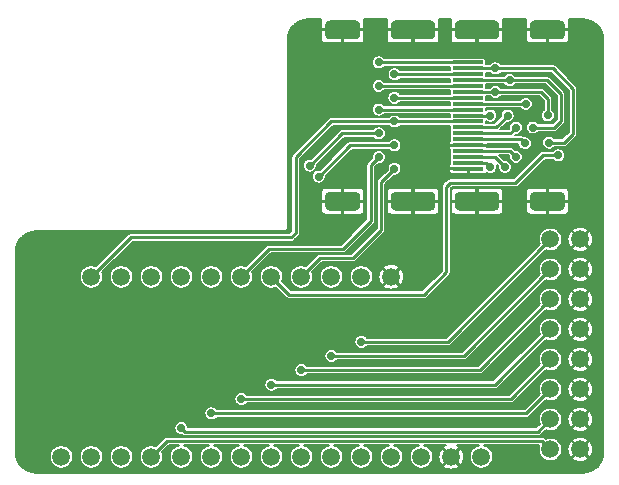
<source format=gbr>
G04 #@! TF.GenerationSoftware,KiCad,Pcbnew,(5.1.10-1-10_14)*
G04 #@! TF.CreationDate,2021-11-29T21:51:49-05:00*
G04 #@! TF.ProjectId,SNAC Sniffer Indent,534e4143-2053-46e6-9966-66657220496e,1*
G04 #@! TF.SameCoordinates,Original*
G04 #@! TF.FileFunction,Copper,L1,Top*
G04 #@! TF.FilePolarity,Positive*
%FSLAX46Y46*%
G04 Gerber Fmt 4.6, Leading zero omitted, Abs format (unit mm)*
G04 Created by KiCad (PCBNEW (5.1.10-1-10_14)) date 2021-11-29 21:51:49*
%MOMM*%
%LPD*%
G01*
G04 APERTURE LIST*
G04 #@! TA.AperFunction,ComponentPad*
%ADD10C,1.500000*%
G04 #@! TD*
G04 #@! TA.AperFunction,SMDPad,CuDef*
%ADD11R,2.600000X0.300000*%
G04 #@! TD*
G04 #@! TA.AperFunction,ComponentPad*
%ADD12C,1.508000*%
G04 #@! TD*
G04 #@! TA.AperFunction,ViaPad*
%ADD13C,0.700000*%
G04 #@! TD*
G04 #@! TA.AperFunction,Conductor*
%ADD14C,0.250000*%
G04 #@! TD*
G04 #@! TA.AperFunction,Conductor*
%ADD15C,0.160000*%
G04 #@! TD*
G04 #@! TA.AperFunction,Conductor*
%ADD16C,0.152400*%
G04 #@! TD*
G04 APERTURE END LIST*
D10*
X160750000Y-123140000D03*
X163290000Y-123140000D03*
X163290000Y-120600000D03*
X160750000Y-120600000D03*
X160750000Y-118060000D03*
X163290000Y-118060000D03*
X163290000Y-115520000D03*
X160750000Y-115520000D03*
X160750000Y-112980000D03*
X163290000Y-112980000D03*
X163290000Y-110440000D03*
X160750000Y-110440000D03*
X163290000Y-107900000D03*
X160750000Y-107900000D03*
X160750000Y-105360000D03*
X163290000Y-105360000D03*
G04 #@! TA.AperFunction,ComponentPad*
G36*
G01*
X150630000Y-88420000D02*
X147630000Y-88420000D01*
G75*
G02*
X147230000Y-88020000I0J400000D01*
G01*
X147230000Y-87220000D01*
G75*
G02*
X147630000Y-86820000I400000J0D01*
G01*
X150630000Y-86820000D01*
G75*
G02*
X151030000Y-87220000I0J-400000D01*
G01*
X151030000Y-88020000D01*
G75*
G02*
X150630000Y-88420000I-400000J0D01*
G01*
G37*
G04 #@! TD.AperFunction*
G04 #@! TA.AperFunction,ComponentPad*
G36*
G01*
X150630000Y-102920000D02*
X147630000Y-102920000D01*
G75*
G02*
X147230000Y-102520000I0J400000D01*
G01*
X147230000Y-101720000D01*
G75*
G02*
X147630000Y-101320000I400000J0D01*
G01*
X150630000Y-101320000D01*
G75*
G02*
X151030000Y-101720000I0J-400000D01*
G01*
X151030000Y-102520000D01*
G75*
G02*
X150630000Y-102920000I-400000J0D01*
G01*
G37*
G04 #@! TD.AperFunction*
G04 #@! TA.AperFunction,ComponentPad*
G36*
G01*
X144270000Y-102920000D02*
X142070000Y-102920000D01*
G75*
G02*
X141670000Y-102520000I0J400000D01*
G01*
X141670000Y-101720000D01*
G75*
G02*
X142070000Y-101320000I400000J0D01*
G01*
X144270000Y-101320000D01*
G75*
G02*
X144670000Y-101720000I0J-400000D01*
G01*
X144670000Y-102520000D01*
G75*
G02*
X144270000Y-102920000I-400000J0D01*
G01*
G37*
G04 #@! TD.AperFunction*
G04 #@! TA.AperFunction,ComponentPad*
G36*
G01*
X144270000Y-88420000D02*
X142070000Y-88420000D01*
G75*
G02*
X141670000Y-88020000I0J400000D01*
G01*
X141670000Y-87220000D01*
G75*
G02*
X142070000Y-86820000I400000J0D01*
G01*
X144270000Y-86820000D01*
G75*
G02*
X144670000Y-87220000I0J-400000D01*
G01*
X144670000Y-88020000D01*
G75*
G02*
X144270000Y-88420000I-400000J0D01*
G01*
G37*
G04 #@! TD.AperFunction*
G04 #@! TA.AperFunction,ComponentPad*
G36*
G01*
X161610000Y-88420000D02*
X159410000Y-88420000D01*
G75*
G02*
X159010000Y-88020000I0J400000D01*
G01*
X159010000Y-87220000D01*
G75*
G02*
X159410000Y-86820000I400000J0D01*
G01*
X161610000Y-86820000D01*
G75*
G02*
X162010000Y-87220000I0J-400000D01*
G01*
X162010000Y-88020000D01*
G75*
G02*
X161610000Y-88420000I-400000J0D01*
G01*
G37*
G04 #@! TD.AperFunction*
G04 #@! TA.AperFunction,ComponentPad*
G36*
G01*
X161610000Y-102920000D02*
X159410000Y-102920000D01*
G75*
G02*
X159010000Y-102520000I0J400000D01*
G01*
X159010000Y-101720000D01*
G75*
G02*
X159410000Y-101320000I400000J0D01*
G01*
X161610000Y-101320000D01*
G75*
G02*
X162010000Y-101720000I0J-400000D01*
G01*
X162010000Y-102520000D01*
G75*
G02*
X161610000Y-102920000I-400000J0D01*
G01*
G37*
G04 #@! TD.AperFunction*
G04 #@! TA.AperFunction,ComponentPad*
G36*
G01*
X156050000Y-102920000D02*
X153050000Y-102920000D01*
G75*
G02*
X152650000Y-102520000I0J400000D01*
G01*
X152650000Y-101720000D01*
G75*
G02*
X153050000Y-101320000I400000J0D01*
G01*
X156050000Y-101320000D01*
G75*
G02*
X156450000Y-101720000I0J-400000D01*
G01*
X156450000Y-102520000D01*
G75*
G02*
X156050000Y-102920000I-400000J0D01*
G01*
G37*
G04 #@! TD.AperFunction*
G04 #@! TA.AperFunction,ComponentPad*
G36*
G01*
X156050000Y-88420000D02*
X153050000Y-88420000D01*
G75*
G02*
X152650000Y-88020000I0J400000D01*
G01*
X152650000Y-87220000D01*
G75*
G02*
X153050000Y-86820000I400000J0D01*
G01*
X156050000Y-86820000D01*
G75*
G02*
X156450000Y-87220000I0J-400000D01*
G01*
X156450000Y-88020000D01*
G75*
G02*
X156050000Y-88420000I-400000J0D01*
G01*
G37*
G04 #@! TD.AperFunction*
D11*
X153790000Y-99370000D03*
X153790000Y-98870000D03*
X153790000Y-98370000D03*
X153790000Y-97870000D03*
X153790000Y-97370000D03*
X153790000Y-96870000D03*
X153790000Y-96370000D03*
X153790000Y-95870000D03*
X153790000Y-95370000D03*
X153790000Y-94870000D03*
X153790000Y-94370000D03*
X153790000Y-93870000D03*
X153790000Y-93370000D03*
X153790000Y-92870000D03*
X153790000Y-92370000D03*
X153790000Y-91870000D03*
X153790000Y-91370000D03*
X153790000Y-90870000D03*
X153790000Y-90370000D03*
D12*
X154910000Y-123760000D03*
X152370000Y-123760000D03*
X149830000Y-123760000D03*
X147290000Y-123760000D03*
X144750000Y-123760000D03*
X142210000Y-123760000D03*
X139670000Y-123760000D03*
X137130000Y-123760000D03*
X134590000Y-123760000D03*
X132050000Y-123760000D03*
X129510000Y-123760000D03*
X126970000Y-123760000D03*
X124430000Y-123760000D03*
X121890000Y-123760000D03*
X119350000Y-123760000D03*
X121890000Y-108520000D03*
X124430000Y-108520000D03*
X126970000Y-108520000D03*
X129510000Y-108520000D03*
X132050000Y-108520000D03*
X134590000Y-108520000D03*
X137130000Y-108520000D03*
X139670000Y-108520000D03*
X142210000Y-108520000D03*
X144750000Y-108520000D03*
X147290000Y-108520000D03*
D13*
X129510000Y-121330000D03*
X132050000Y-120080000D03*
X134593605Y-118873767D03*
X137127020Y-117657405D03*
X146240000Y-90370000D03*
X156100000Y-90870000D03*
X160640002Y-97160000D03*
X147560000Y-99370000D03*
X147560000Y-91370000D03*
X157300000Y-91870000D03*
X159281805Y-95881238D03*
X161430000Y-98240000D03*
X146240000Y-98390000D03*
X146230000Y-92360002D03*
X156090000Y-92870000D03*
X160543042Y-94851949D03*
X147560000Y-97390000D03*
X147550000Y-93370000D03*
X141149998Y-100040000D03*
X158680000Y-93890000D03*
X146230000Y-94369999D03*
X146237027Y-96380386D03*
X140390000Y-99120000D03*
X155674424Y-94867087D03*
X147549998Y-95370000D03*
X157140000Y-94870000D03*
X157851272Y-95885852D03*
X158600000Y-97210000D03*
X157850000Y-98380000D03*
X156910004Y-99230000D03*
X155670000Y-99230000D03*
X139672920Y-116419237D03*
X142211865Y-115222805D03*
X144750000Y-114029999D03*
D14*
X126970000Y-123760000D02*
X128310000Y-122420000D01*
X128310000Y-122420000D02*
X136710000Y-122420000D01*
X136710000Y-122420000D02*
X160030000Y-122420000D01*
X160030000Y-122420000D02*
X160750000Y-123140000D01*
X129815001Y-121635001D02*
X159714999Y-121635001D01*
X129510000Y-121330000D02*
X129815001Y-121635001D01*
X159714999Y-121635001D02*
X160750000Y-120600000D01*
X160750000Y-118060000D02*
X158730000Y-120080000D01*
X158730000Y-120080000D02*
X132050000Y-120080000D01*
X160750000Y-115520000D02*
X157396233Y-118873767D01*
X157396233Y-118873767D02*
X134593605Y-118873767D01*
X160750000Y-112980000D02*
X156072595Y-117657405D01*
X156072595Y-117657405D02*
X137127020Y-117657405D01*
X146240000Y-90370000D02*
X153790000Y-90370000D01*
X153790000Y-90870000D02*
X156100000Y-90870000D01*
X161930000Y-97160000D02*
X160640002Y-97160000D01*
X162690000Y-92600000D02*
X162690000Y-96400000D01*
X162690000Y-96400000D02*
X161930000Y-97160000D01*
X160960000Y-90870000D02*
X162690000Y-92600000D01*
X156100000Y-90870000D02*
X160960000Y-90870000D01*
X147560000Y-91370000D02*
X153800000Y-91370000D01*
X153800000Y-91370000D02*
X153790000Y-91370000D01*
X141260000Y-106930000D02*
X139670000Y-108520000D01*
X144050000Y-106930000D02*
X141260000Y-106930000D01*
X146410000Y-104570000D02*
X144050000Y-106930000D01*
X146410000Y-100520000D02*
X146410000Y-104570000D01*
X147560000Y-99370000D02*
X146410000Y-100520000D01*
X153790000Y-91870000D02*
X157300000Y-91870000D01*
X159310000Y-95990000D02*
X159310000Y-95990000D01*
X161660000Y-95320000D02*
X161098762Y-95881238D01*
X161660000Y-93080000D02*
X161660000Y-95320000D01*
X161098762Y-95881238D02*
X159281805Y-95881238D01*
X160450000Y-91870000D02*
X161660000Y-93080000D01*
X157300000Y-91870000D02*
X160450000Y-91870000D01*
X138650000Y-110040000D02*
X137130000Y-108520000D01*
X151960000Y-108150000D02*
X150070000Y-110040000D01*
X151960000Y-104140000D02*
X151960000Y-108150000D01*
X151950000Y-104130000D02*
X151960000Y-104140000D01*
X151950000Y-100890000D02*
X151950000Y-104130000D01*
X150070000Y-110040000D02*
X138650000Y-110040000D01*
X152280000Y-100560000D02*
X151950000Y-100890000D01*
X157800000Y-100560000D02*
X152280000Y-100560000D01*
X160120000Y-98240000D02*
X157800000Y-100560000D01*
X161430000Y-98240000D02*
X160120000Y-98240000D01*
X153790000Y-92370000D02*
X146239998Y-92370000D01*
X146239998Y-92370000D02*
X146230000Y-92360002D01*
X143170000Y-106170000D02*
X145540000Y-103800000D01*
X145540000Y-99090000D02*
X146240000Y-98390000D01*
X145540000Y-103800000D02*
X145540000Y-99090000D01*
X136940000Y-106170000D02*
X143170000Y-106170000D01*
X134590000Y-108520000D02*
X136940000Y-106170000D01*
X153790000Y-92870000D02*
X156090000Y-92870000D01*
X160540000Y-94790000D02*
X160540000Y-94790000D01*
X156090000Y-92870000D02*
X159970000Y-92870000D01*
X160543042Y-93443042D02*
X160543042Y-94851949D01*
X159970000Y-92870000D02*
X160543042Y-93443042D01*
X147550000Y-93370000D02*
X153790000Y-93370000D01*
X143799998Y-97390000D02*
X141149998Y-100040000D01*
X147560000Y-97390000D02*
X143799998Y-97390000D01*
X158680000Y-93890000D02*
X153810000Y-93890000D01*
X153810000Y-93890000D02*
X153790000Y-93870000D01*
X152239999Y-94369999D02*
X146230000Y-94369999D01*
X153790000Y-94370000D02*
X152239999Y-94369999D01*
X143129614Y-96380386D02*
X140390000Y-99120000D01*
X146237027Y-96380386D02*
X143129614Y-96380386D01*
X153790000Y-94870000D02*
X155671511Y-94870000D01*
X155671511Y-94870000D02*
X155674424Y-94867087D01*
X147549998Y-95370000D02*
X153790000Y-95370000D01*
X125230000Y-105180000D02*
X121890000Y-108520000D01*
X138820000Y-105180000D02*
X125230000Y-105180000D01*
X139190000Y-98400000D02*
X139190000Y-104810000D01*
X142220000Y-95370000D02*
X139190000Y-98400000D01*
X139190000Y-104810000D02*
X138820000Y-105180000D01*
X147549998Y-95370000D02*
X142220000Y-95370000D01*
X156140000Y-95870000D02*
X157140000Y-94870000D01*
X153790000Y-95870000D02*
X156140000Y-95870000D01*
X153790000Y-96370000D02*
X157367124Y-96370000D01*
X157367124Y-96370000D02*
X157851272Y-95885852D01*
X153790000Y-96870000D02*
X158260000Y-96870000D01*
X158260000Y-96870000D02*
X158600000Y-97210000D01*
X153790000Y-97870000D02*
X157340000Y-97870000D01*
X157340000Y-97870000D02*
X157850000Y-98380000D01*
X153790000Y-98370000D02*
X156050004Y-98370000D01*
X156050004Y-98370000D02*
X156910004Y-99230000D01*
X153790000Y-98870000D02*
X155130000Y-98870000D01*
X155130000Y-98870000D02*
X155310000Y-98870000D01*
X155310000Y-98870000D02*
X155670000Y-99230000D01*
X155670000Y-99230000D02*
X155670000Y-99230000D01*
X160750000Y-110440000D02*
X154770763Y-116419237D01*
X154770763Y-116419237D02*
X139672920Y-116419237D01*
X160750000Y-107900000D02*
X153427195Y-115222805D01*
X153427195Y-115222805D02*
X142211865Y-115222805D01*
X160750000Y-105360000D02*
X152080001Y-114029999D01*
X152080001Y-114029999D02*
X144750000Y-114029999D01*
D15*
X141344775Y-86755309D02*
X141338403Y-86820000D01*
X141340000Y-87492500D01*
X141422500Y-87575000D01*
X143125000Y-87575000D01*
X143125000Y-87555000D01*
X143215000Y-87555000D01*
X143215000Y-87575000D01*
X144917500Y-87575000D01*
X145000000Y-87492500D01*
X145001597Y-86820000D01*
X144995225Y-86755309D01*
X144987548Y-86730000D01*
X146912452Y-86730000D01*
X146904775Y-86755309D01*
X146898403Y-86820000D01*
X146900000Y-87492500D01*
X146982500Y-87575000D01*
X149085000Y-87575000D01*
X149085000Y-87555000D01*
X149175000Y-87555000D01*
X149175000Y-87575000D01*
X151277500Y-87575000D01*
X151360000Y-87492500D01*
X151361597Y-86820000D01*
X151355225Y-86755309D01*
X151347548Y-86730000D01*
X152332452Y-86730000D01*
X152324775Y-86755309D01*
X152318403Y-86820000D01*
X152320000Y-87492500D01*
X152402500Y-87575000D01*
X154505000Y-87575000D01*
X154505000Y-87555000D01*
X154595000Y-87555000D01*
X154595000Y-87575000D01*
X156697500Y-87575000D01*
X156780000Y-87492500D01*
X156781597Y-86820000D01*
X156775225Y-86755309D01*
X156767548Y-86730000D01*
X158692452Y-86730000D01*
X158684775Y-86755309D01*
X158678403Y-86820000D01*
X158680000Y-87492500D01*
X158762500Y-87575000D01*
X160465000Y-87575000D01*
X160465000Y-87555000D01*
X160555000Y-87555000D01*
X160555000Y-87575000D01*
X162257500Y-87575000D01*
X162340000Y-87492500D01*
X162341597Y-86820000D01*
X162335225Y-86755309D01*
X162327548Y-86730000D01*
X163525816Y-86730000D01*
X163871874Y-86763931D01*
X164191109Y-86860314D01*
X164485545Y-87016869D01*
X164743960Y-87227626D01*
X164956522Y-87484570D01*
X165115124Y-87777898D01*
X165213735Y-88096455D01*
X165250024Y-88441722D01*
X165250025Y-123365806D01*
X165216093Y-123711872D01*
X165119710Y-124031109D01*
X164963155Y-124325545D01*
X164752398Y-124583960D01*
X164495455Y-124796522D01*
X164202123Y-124955125D01*
X163883565Y-125053736D01*
X163538302Y-125090024D01*
X117214184Y-125090024D01*
X116868128Y-125056093D01*
X116548891Y-124959710D01*
X116254455Y-124803155D01*
X115996040Y-124592398D01*
X115783478Y-124335455D01*
X115624875Y-124042123D01*
X115526264Y-123723565D01*
X115519804Y-123662100D01*
X118356000Y-123662100D01*
X118356000Y-123857900D01*
X118394198Y-124049939D01*
X118469128Y-124230836D01*
X118577909Y-124393638D01*
X118716362Y-124532091D01*
X118879164Y-124640872D01*
X119060061Y-124715802D01*
X119252100Y-124754000D01*
X119447900Y-124754000D01*
X119639939Y-124715802D01*
X119820836Y-124640872D01*
X119983638Y-124532091D01*
X120122091Y-124393638D01*
X120230872Y-124230836D01*
X120305802Y-124049939D01*
X120344000Y-123857900D01*
X120344000Y-123662100D01*
X120896000Y-123662100D01*
X120896000Y-123857900D01*
X120934198Y-124049939D01*
X121009128Y-124230836D01*
X121117909Y-124393638D01*
X121256362Y-124532091D01*
X121419164Y-124640872D01*
X121600061Y-124715802D01*
X121792100Y-124754000D01*
X121987900Y-124754000D01*
X122179939Y-124715802D01*
X122360836Y-124640872D01*
X122523638Y-124532091D01*
X122662091Y-124393638D01*
X122770872Y-124230836D01*
X122845802Y-124049939D01*
X122884000Y-123857900D01*
X122884000Y-123662100D01*
X123436000Y-123662100D01*
X123436000Y-123857900D01*
X123474198Y-124049939D01*
X123549128Y-124230836D01*
X123657909Y-124393638D01*
X123796362Y-124532091D01*
X123959164Y-124640872D01*
X124140061Y-124715802D01*
X124332100Y-124754000D01*
X124527900Y-124754000D01*
X124719939Y-124715802D01*
X124900836Y-124640872D01*
X125063638Y-124532091D01*
X125202091Y-124393638D01*
X125310872Y-124230836D01*
X125385802Y-124049939D01*
X125424000Y-123857900D01*
X125424000Y-123662100D01*
X125976000Y-123662100D01*
X125976000Y-123857900D01*
X126014198Y-124049939D01*
X126089128Y-124230836D01*
X126197909Y-124393638D01*
X126336362Y-124532091D01*
X126499164Y-124640872D01*
X126680061Y-124715802D01*
X126872100Y-124754000D01*
X127067900Y-124754000D01*
X127259939Y-124715802D01*
X127440836Y-124640872D01*
X127603638Y-124532091D01*
X127742091Y-124393638D01*
X127850872Y-124230836D01*
X127925802Y-124049939D01*
X127964000Y-123857900D01*
X127964000Y-123662100D01*
X127925802Y-123470061D01*
X127881963Y-123364224D01*
X128461187Y-122785000D01*
X129316578Y-122785000D01*
X129220061Y-122804198D01*
X129039164Y-122879128D01*
X128876362Y-122987909D01*
X128737909Y-123126362D01*
X128629128Y-123289164D01*
X128554198Y-123470061D01*
X128516000Y-123662100D01*
X128516000Y-123857900D01*
X128554198Y-124049939D01*
X128629128Y-124230836D01*
X128737909Y-124393638D01*
X128876362Y-124532091D01*
X129039164Y-124640872D01*
X129220061Y-124715802D01*
X129412100Y-124754000D01*
X129607900Y-124754000D01*
X129799939Y-124715802D01*
X129980836Y-124640872D01*
X130143638Y-124532091D01*
X130282091Y-124393638D01*
X130390872Y-124230836D01*
X130465802Y-124049939D01*
X130504000Y-123857900D01*
X130504000Y-123662100D01*
X130465802Y-123470061D01*
X130390872Y-123289164D01*
X130282091Y-123126362D01*
X130143638Y-122987909D01*
X129980836Y-122879128D01*
X129799939Y-122804198D01*
X129703422Y-122785000D01*
X131856578Y-122785000D01*
X131760061Y-122804198D01*
X131579164Y-122879128D01*
X131416362Y-122987909D01*
X131277909Y-123126362D01*
X131169128Y-123289164D01*
X131094198Y-123470061D01*
X131056000Y-123662100D01*
X131056000Y-123857900D01*
X131094198Y-124049939D01*
X131169128Y-124230836D01*
X131277909Y-124393638D01*
X131416362Y-124532091D01*
X131579164Y-124640872D01*
X131760061Y-124715802D01*
X131952100Y-124754000D01*
X132147900Y-124754000D01*
X132339939Y-124715802D01*
X132520836Y-124640872D01*
X132683638Y-124532091D01*
X132822091Y-124393638D01*
X132930872Y-124230836D01*
X133005802Y-124049939D01*
X133044000Y-123857900D01*
X133044000Y-123662100D01*
X133005802Y-123470061D01*
X132930872Y-123289164D01*
X132822091Y-123126362D01*
X132683638Y-122987909D01*
X132520836Y-122879128D01*
X132339939Y-122804198D01*
X132243422Y-122785000D01*
X134396578Y-122785000D01*
X134300061Y-122804198D01*
X134119164Y-122879128D01*
X133956362Y-122987909D01*
X133817909Y-123126362D01*
X133709128Y-123289164D01*
X133634198Y-123470061D01*
X133596000Y-123662100D01*
X133596000Y-123857900D01*
X133634198Y-124049939D01*
X133709128Y-124230836D01*
X133817909Y-124393638D01*
X133956362Y-124532091D01*
X134119164Y-124640872D01*
X134300061Y-124715802D01*
X134492100Y-124754000D01*
X134687900Y-124754000D01*
X134879939Y-124715802D01*
X135060836Y-124640872D01*
X135223638Y-124532091D01*
X135362091Y-124393638D01*
X135470872Y-124230836D01*
X135545802Y-124049939D01*
X135584000Y-123857900D01*
X135584000Y-123662100D01*
X135545802Y-123470061D01*
X135470872Y-123289164D01*
X135362091Y-123126362D01*
X135223638Y-122987909D01*
X135060836Y-122879128D01*
X134879939Y-122804198D01*
X134783422Y-122785000D01*
X136936578Y-122785000D01*
X136840061Y-122804198D01*
X136659164Y-122879128D01*
X136496362Y-122987909D01*
X136357909Y-123126362D01*
X136249128Y-123289164D01*
X136174198Y-123470061D01*
X136136000Y-123662100D01*
X136136000Y-123857900D01*
X136174198Y-124049939D01*
X136249128Y-124230836D01*
X136357909Y-124393638D01*
X136496362Y-124532091D01*
X136659164Y-124640872D01*
X136840061Y-124715802D01*
X137032100Y-124754000D01*
X137227900Y-124754000D01*
X137419939Y-124715802D01*
X137600836Y-124640872D01*
X137763638Y-124532091D01*
X137902091Y-124393638D01*
X138010872Y-124230836D01*
X138085802Y-124049939D01*
X138124000Y-123857900D01*
X138124000Y-123662100D01*
X138085802Y-123470061D01*
X138010872Y-123289164D01*
X137902091Y-123126362D01*
X137763638Y-122987909D01*
X137600836Y-122879128D01*
X137419939Y-122804198D01*
X137323422Y-122785000D01*
X139476578Y-122785000D01*
X139380061Y-122804198D01*
X139199164Y-122879128D01*
X139036362Y-122987909D01*
X138897909Y-123126362D01*
X138789128Y-123289164D01*
X138714198Y-123470061D01*
X138676000Y-123662100D01*
X138676000Y-123857900D01*
X138714198Y-124049939D01*
X138789128Y-124230836D01*
X138897909Y-124393638D01*
X139036362Y-124532091D01*
X139199164Y-124640872D01*
X139380061Y-124715802D01*
X139572100Y-124754000D01*
X139767900Y-124754000D01*
X139959939Y-124715802D01*
X140140836Y-124640872D01*
X140303638Y-124532091D01*
X140442091Y-124393638D01*
X140550872Y-124230836D01*
X140625802Y-124049939D01*
X140664000Y-123857900D01*
X140664000Y-123662100D01*
X140625802Y-123470061D01*
X140550872Y-123289164D01*
X140442091Y-123126362D01*
X140303638Y-122987909D01*
X140140836Y-122879128D01*
X139959939Y-122804198D01*
X139863422Y-122785000D01*
X142016578Y-122785000D01*
X141920061Y-122804198D01*
X141739164Y-122879128D01*
X141576362Y-122987909D01*
X141437909Y-123126362D01*
X141329128Y-123289164D01*
X141254198Y-123470061D01*
X141216000Y-123662100D01*
X141216000Y-123857900D01*
X141254198Y-124049939D01*
X141329128Y-124230836D01*
X141437909Y-124393638D01*
X141576362Y-124532091D01*
X141739164Y-124640872D01*
X141920061Y-124715802D01*
X142112100Y-124754000D01*
X142307900Y-124754000D01*
X142499939Y-124715802D01*
X142680836Y-124640872D01*
X142843638Y-124532091D01*
X142982091Y-124393638D01*
X143090872Y-124230836D01*
X143165802Y-124049939D01*
X143204000Y-123857900D01*
X143204000Y-123662100D01*
X143165802Y-123470061D01*
X143090872Y-123289164D01*
X142982091Y-123126362D01*
X142843638Y-122987909D01*
X142680836Y-122879128D01*
X142499939Y-122804198D01*
X142403422Y-122785000D01*
X144556578Y-122785000D01*
X144460061Y-122804198D01*
X144279164Y-122879128D01*
X144116362Y-122987909D01*
X143977909Y-123126362D01*
X143869128Y-123289164D01*
X143794198Y-123470061D01*
X143756000Y-123662100D01*
X143756000Y-123857900D01*
X143794198Y-124049939D01*
X143869128Y-124230836D01*
X143977909Y-124393638D01*
X144116362Y-124532091D01*
X144279164Y-124640872D01*
X144460061Y-124715802D01*
X144652100Y-124754000D01*
X144847900Y-124754000D01*
X145039939Y-124715802D01*
X145220836Y-124640872D01*
X145383638Y-124532091D01*
X145522091Y-124393638D01*
X145630872Y-124230836D01*
X145705802Y-124049939D01*
X145744000Y-123857900D01*
X145744000Y-123662100D01*
X145705802Y-123470061D01*
X145630872Y-123289164D01*
X145522091Y-123126362D01*
X145383638Y-122987909D01*
X145220836Y-122879128D01*
X145039939Y-122804198D01*
X144943422Y-122785000D01*
X147096578Y-122785000D01*
X147000061Y-122804198D01*
X146819164Y-122879128D01*
X146656362Y-122987909D01*
X146517909Y-123126362D01*
X146409128Y-123289164D01*
X146334198Y-123470061D01*
X146296000Y-123662100D01*
X146296000Y-123857900D01*
X146334198Y-124049939D01*
X146409128Y-124230836D01*
X146517909Y-124393638D01*
X146656362Y-124532091D01*
X146819164Y-124640872D01*
X147000061Y-124715802D01*
X147192100Y-124754000D01*
X147387900Y-124754000D01*
X147579939Y-124715802D01*
X147760836Y-124640872D01*
X147923638Y-124532091D01*
X148062091Y-124393638D01*
X148170872Y-124230836D01*
X148245802Y-124049939D01*
X148284000Y-123857900D01*
X148284000Y-123662100D01*
X148245802Y-123470061D01*
X148170872Y-123289164D01*
X148062091Y-123126362D01*
X147923638Y-122987909D01*
X147760836Y-122879128D01*
X147579939Y-122804198D01*
X147483422Y-122785000D01*
X149636578Y-122785000D01*
X149540061Y-122804198D01*
X149359164Y-122879128D01*
X149196362Y-122987909D01*
X149057909Y-123126362D01*
X148949128Y-123289164D01*
X148874198Y-123470061D01*
X148836000Y-123662100D01*
X148836000Y-123857900D01*
X148874198Y-124049939D01*
X148949128Y-124230836D01*
X149057909Y-124393638D01*
X149196362Y-124532091D01*
X149359164Y-124640872D01*
X149540061Y-124715802D01*
X149732100Y-124754000D01*
X149927900Y-124754000D01*
X150119939Y-124715802D01*
X150300836Y-124640872D01*
X150463638Y-124532091D01*
X150492744Y-124502985D01*
X151690655Y-124502985D01*
X151766711Y-124666915D01*
X151955233Y-124767185D01*
X152159695Y-124828749D01*
X152372239Y-124849243D01*
X152584697Y-124827876D01*
X152788904Y-124765472D01*
X152973289Y-124666915D01*
X153049345Y-124502985D01*
X152370000Y-123823640D01*
X151690655Y-124502985D01*
X150492744Y-124502985D01*
X150602091Y-124393638D01*
X150710872Y-124230836D01*
X150785802Y-124049939D01*
X150824000Y-123857900D01*
X150824000Y-123762239D01*
X151280757Y-123762239D01*
X151302124Y-123974697D01*
X151364528Y-124178904D01*
X151463085Y-124363289D01*
X151627015Y-124439345D01*
X152306360Y-123760000D01*
X152433640Y-123760000D01*
X153112985Y-124439345D01*
X153276915Y-124363289D01*
X153377185Y-124174767D01*
X153438749Y-123970305D01*
X153459243Y-123757761D01*
X153437876Y-123545303D01*
X153375472Y-123341096D01*
X153276915Y-123156711D01*
X153112985Y-123080655D01*
X152433640Y-123760000D01*
X152306360Y-123760000D01*
X151627015Y-123080655D01*
X151463085Y-123156711D01*
X151362815Y-123345233D01*
X151301251Y-123549695D01*
X151280757Y-123762239D01*
X150824000Y-123762239D01*
X150824000Y-123662100D01*
X150785802Y-123470061D01*
X150710872Y-123289164D01*
X150602091Y-123126362D01*
X150463638Y-122987909D01*
X150300836Y-122879128D01*
X150119939Y-122804198D01*
X150023422Y-122785000D01*
X151894088Y-122785000D01*
X151766711Y-122853085D01*
X151690655Y-123017015D01*
X152370000Y-123696360D01*
X153049345Y-123017015D01*
X152973289Y-122853085D01*
X152845279Y-122785000D01*
X154716578Y-122785000D01*
X154620061Y-122804198D01*
X154439164Y-122879128D01*
X154276362Y-122987909D01*
X154137909Y-123126362D01*
X154029128Y-123289164D01*
X153954198Y-123470061D01*
X153916000Y-123662100D01*
X153916000Y-123857900D01*
X153954198Y-124049939D01*
X154029128Y-124230836D01*
X154137909Y-124393638D01*
X154276362Y-124532091D01*
X154439164Y-124640872D01*
X154620061Y-124715802D01*
X154812100Y-124754000D01*
X155007900Y-124754000D01*
X155199939Y-124715802D01*
X155380836Y-124640872D01*
X155543638Y-124532091D01*
X155682091Y-124393638D01*
X155790872Y-124230836D01*
X155865802Y-124049939D01*
X155904000Y-123857900D01*
X155904000Y-123662100D01*
X155865802Y-123470061D01*
X155790872Y-123289164D01*
X155682091Y-123126362D01*
X155543638Y-122987909D01*
X155380836Y-122879128D01*
X155199939Y-122804198D01*
X155103422Y-122785000D01*
X159825478Y-122785000D01*
X159798045Y-122851228D01*
X159760000Y-123042494D01*
X159760000Y-123237506D01*
X159798045Y-123428772D01*
X159872674Y-123608941D01*
X159981017Y-123771088D01*
X160118912Y-123908983D01*
X160281059Y-124017326D01*
X160461228Y-124091955D01*
X160652494Y-124130000D01*
X160847506Y-124130000D01*
X161038772Y-124091955D01*
X161218941Y-124017326D01*
X161381088Y-123908983D01*
X161409931Y-123880140D01*
X162613500Y-123880140D01*
X162689074Y-124043662D01*
X162876917Y-124143533D01*
X163080633Y-124204838D01*
X163292396Y-124225223D01*
X163504067Y-124203903D01*
X163707510Y-124141698D01*
X163890926Y-124043662D01*
X163966500Y-123880140D01*
X163290000Y-123203640D01*
X162613500Y-123880140D01*
X161409931Y-123880140D01*
X161518983Y-123771088D01*
X161627326Y-123608941D01*
X161701955Y-123428772D01*
X161740000Y-123237506D01*
X161740000Y-123142396D01*
X162204777Y-123142396D01*
X162226097Y-123354067D01*
X162288302Y-123557510D01*
X162386338Y-123740926D01*
X162549860Y-123816500D01*
X163226360Y-123140000D01*
X163353640Y-123140000D01*
X164030140Y-123816500D01*
X164193662Y-123740926D01*
X164293533Y-123553083D01*
X164354838Y-123349367D01*
X164375223Y-123137604D01*
X164353903Y-122925933D01*
X164291698Y-122722490D01*
X164193662Y-122539074D01*
X164030140Y-122463500D01*
X163353640Y-123140000D01*
X163226360Y-123140000D01*
X162549860Y-122463500D01*
X162386338Y-122539074D01*
X162286467Y-122726917D01*
X162225162Y-122930633D01*
X162204777Y-123142396D01*
X161740000Y-123142396D01*
X161740000Y-123042494D01*
X161701955Y-122851228D01*
X161627326Y-122671059D01*
X161518983Y-122508912D01*
X161409931Y-122399860D01*
X162613500Y-122399860D01*
X163290000Y-123076360D01*
X163966500Y-122399860D01*
X163890926Y-122236338D01*
X163703083Y-122136467D01*
X163499367Y-122075162D01*
X163287604Y-122054777D01*
X163075933Y-122076097D01*
X162872490Y-122138302D01*
X162689074Y-122236338D01*
X162613500Y-122399860D01*
X161409931Y-122399860D01*
X161381088Y-122371017D01*
X161218941Y-122262674D01*
X161038772Y-122188045D01*
X160847506Y-122150000D01*
X160652494Y-122150000D01*
X160461228Y-122188045D01*
X160357286Y-122231099D01*
X160300779Y-122174592D01*
X160289343Y-122160657D01*
X160233764Y-122115045D01*
X160170355Y-122081152D01*
X160101552Y-122060281D01*
X160047931Y-122055000D01*
X160047929Y-122055000D01*
X160030000Y-122053234D01*
X160012071Y-122055000D01*
X128327928Y-122055000D01*
X128309999Y-122053234D01*
X128292070Y-122055000D01*
X128292069Y-122055000D01*
X128238448Y-122060281D01*
X128169645Y-122081152D01*
X128106236Y-122115045D01*
X128050657Y-122160657D01*
X128039221Y-122174592D01*
X127365776Y-122848037D01*
X127259939Y-122804198D01*
X127067900Y-122766000D01*
X126872100Y-122766000D01*
X126680061Y-122804198D01*
X126499164Y-122879128D01*
X126336362Y-122987909D01*
X126197909Y-123126362D01*
X126089128Y-123289164D01*
X126014198Y-123470061D01*
X125976000Y-123662100D01*
X125424000Y-123662100D01*
X125385802Y-123470061D01*
X125310872Y-123289164D01*
X125202091Y-123126362D01*
X125063638Y-122987909D01*
X124900836Y-122879128D01*
X124719939Y-122804198D01*
X124527900Y-122766000D01*
X124332100Y-122766000D01*
X124140061Y-122804198D01*
X123959164Y-122879128D01*
X123796362Y-122987909D01*
X123657909Y-123126362D01*
X123549128Y-123289164D01*
X123474198Y-123470061D01*
X123436000Y-123662100D01*
X122884000Y-123662100D01*
X122845802Y-123470061D01*
X122770872Y-123289164D01*
X122662091Y-123126362D01*
X122523638Y-122987909D01*
X122360836Y-122879128D01*
X122179939Y-122804198D01*
X121987900Y-122766000D01*
X121792100Y-122766000D01*
X121600061Y-122804198D01*
X121419164Y-122879128D01*
X121256362Y-122987909D01*
X121117909Y-123126362D01*
X121009128Y-123289164D01*
X120934198Y-123470061D01*
X120896000Y-123662100D01*
X120344000Y-123662100D01*
X120305802Y-123470061D01*
X120230872Y-123289164D01*
X120122091Y-123126362D01*
X119983638Y-122987909D01*
X119820836Y-122879128D01*
X119639939Y-122804198D01*
X119447900Y-122766000D01*
X119252100Y-122766000D01*
X119060061Y-122804198D01*
X118879164Y-122879128D01*
X118716362Y-122987909D01*
X118577909Y-123126362D01*
X118469128Y-123289164D01*
X118394198Y-123470061D01*
X118356000Y-123662100D01*
X115519804Y-123662100D01*
X115489976Y-123378302D01*
X115489976Y-121271890D01*
X128920000Y-121271890D01*
X128920000Y-121388110D01*
X128942673Y-121502097D01*
X128987149Y-121609470D01*
X129051717Y-121706103D01*
X129133897Y-121788283D01*
X129230530Y-121852851D01*
X129337903Y-121897327D01*
X129451890Y-121920000D01*
X129568110Y-121920000D01*
X129583251Y-121916988D01*
X129611237Y-121939956D01*
X129640752Y-121955732D01*
X129674645Y-121973849D01*
X129695516Y-121980180D01*
X129743449Y-121994720D01*
X129797070Y-122000001D01*
X129797072Y-122000001D01*
X129815001Y-122001767D01*
X129832930Y-122000001D01*
X159697070Y-122000001D01*
X159714999Y-122001767D01*
X159732928Y-122000001D01*
X159732930Y-122000001D01*
X159786551Y-121994720D01*
X159855354Y-121973849D01*
X159918763Y-121939956D01*
X159974342Y-121894344D01*
X159985778Y-121880409D01*
X160357287Y-121508901D01*
X160461228Y-121551955D01*
X160652494Y-121590000D01*
X160847506Y-121590000D01*
X161038772Y-121551955D01*
X161218941Y-121477326D01*
X161381088Y-121368983D01*
X161409931Y-121340140D01*
X162613500Y-121340140D01*
X162689074Y-121503662D01*
X162876917Y-121603533D01*
X163080633Y-121664838D01*
X163292396Y-121685223D01*
X163504067Y-121663903D01*
X163707510Y-121601698D01*
X163890926Y-121503662D01*
X163966500Y-121340140D01*
X163290000Y-120663640D01*
X162613500Y-121340140D01*
X161409931Y-121340140D01*
X161518983Y-121231088D01*
X161627326Y-121068941D01*
X161701955Y-120888772D01*
X161740000Y-120697506D01*
X161740000Y-120602396D01*
X162204777Y-120602396D01*
X162226097Y-120814067D01*
X162288302Y-121017510D01*
X162386338Y-121200926D01*
X162549860Y-121276500D01*
X163226360Y-120600000D01*
X163353640Y-120600000D01*
X164030140Y-121276500D01*
X164193662Y-121200926D01*
X164293533Y-121013083D01*
X164354838Y-120809367D01*
X164375223Y-120597604D01*
X164353903Y-120385933D01*
X164291698Y-120182490D01*
X164193662Y-119999074D01*
X164030140Y-119923500D01*
X163353640Y-120600000D01*
X163226360Y-120600000D01*
X162549860Y-119923500D01*
X162386338Y-119999074D01*
X162286467Y-120186917D01*
X162225162Y-120390633D01*
X162204777Y-120602396D01*
X161740000Y-120602396D01*
X161740000Y-120502494D01*
X161701955Y-120311228D01*
X161627326Y-120131059D01*
X161518983Y-119968912D01*
X161409931Y-119859860D01*
X162613500Y-119859860D01*
X163290000Y-120536360D01*
X163966500Y-119859860D01*
X163890926Y-119696338D01*
X163703083Y-119596467D01*
X163499367Y-119535162D01*
X163287604Y-119514777D01*
X163075933Y-119536097D01*
X162872490Y-119598302D01*
X162689074Y-119696338D01*
X162613500Y-119859860D01*
X161409931Y-119859860D01*
X161381088Y-119831017D01*
X161218941Y-119722674D01*
X161038772Y-119648045D01*
X160847506Y-119610000D01*
X160652494Y-119610000D01*
X160461228Y-119648045D01*
X160281059Y-119722674D01*
X160118912Y-119831017D01*
X159981017Y-119968912D01*
X159872674Y-120131059D01*
X159798045Y-120311228D01*
X159760000Y-120502494D01*
X159760000Y-120697506D01*
X159798045Y-120888772D01*
X159841099Y-120992713D01*
X159563812Y-121270001D01*
X130099624Y-121270001D01*
X130077327Y-121157903D01*
X130032851Y-121050530D01*
X129968283Y-120953897D01*
X129886103Y-120871717D01*
X129789470Y-120807149D01*
X129682097Y-120762673D01*
X129568110Y-120740000D01*
X129451890Y-120740000D01*
X129337903Y-120762673D01*
X129230530Y-120807149D01*
X129133897Y-120871717D01*
X129051717Y-120953897D01*
X128987149Y-121050530D01*
X128942673Y-121157903D01*
X128920000Y-121271890D01*
X115489976Y-121271890D01*
X115489976Y-120021890D01*
X131460000Y-120021890D01*
X131460000Y-120138110D01*
X131482673Y-120252097D01*
X131527149Y-120359470D01*
X131591717Y-120456103D01*
X131673897Y-120538283D01*
X131770530Y-120602851D01*
X131877903Y-120647327D01*
X131991890Y-120670000D01*
X132108110Y-120670000D01*
X132222097Y-120647327D01*
X132329470Y-120602851D01*
X132426103Y-120538283D01*
X132508283Y-120456103D01*
X132515702Y-120445000D01*
X158712071Y-120445000D01*
X158730000Y-120446766D01*
X158747929Y-120445000D01*
X158747931Y-120445000D01*
X158801552Y-120439719D01*
X158870355Y-120418848D01*
X158933764Y-120384955D01*
X158989343Y-120339343D01*
X159000779Y-120325408D01*
X160357287Y-118968901D01*
X160461228Y-119011955D01*
X160652494Y-119050000D01*
X160847506Y-119050000D01*
X161038772Y-119011955D01*
X161218941Y-118937326D01*
X161381088Y-118828983D01*
X161409931Y-118800140D01*
X162613500Y-118800140D01*
X162689074Y-118963662D01*
X162876917Y-119063533D01*
X163080633Y-119124838D01*
X163292396Y-119145223D01*
X163504067Y-119123903D01*
X163707510Y-119061698D01*
X163890926Y-118963662D01*
X163966500Y-118800140D01*
X163290000Y-118123640D01*
X162613500Y-118800140D01*
X161409931Y-118800140D01*
X161518983Y-118691088D01*
X161627326Y-118528941D01*
X161701955Y-118348772D01*
X161740000Y-118157506D01*
X161740000Y-118062396D01*
X162204777Y-118062396D01*
X162226097Y-118274067D01*
X162288302Y-118477510D01*
X162386338Y-118660926D01*
X162549860Y-118736500D01*
X163226360Y-118060000D01*
X163353640Y-118060000D01*
X164030140Y-118736500D01*
X164193662Y-118660926D01*
X164293533Y-118473083D01*
X164354838Y-118269367D01*
X164375223Y-118057604D01*
X164353903Y-117845933D01*
X164291698Y-117642490D01*
X164193662Y-117459074D01*
X164030140Y-117383500D01*
X163353640Y-118060000D01*
X163226360Y-118060000D01*
X162549860Y-117383500D01*
X162386338Y-117459074D01*
X162286467Y-117646917D01*
X162225162Y-117850633D01*
X162204777Y-118062396D01*
X161740000Y-118062396D01*
X161740000Y-117962494D01*
X161701955Y-117771228D01*
X161627326Y-117591059D01*
X161518983Y-117428912D01*
X161409931Y-117319860D01*
X162613500Y-117319860D01*
X163290000Y-117996360D01*
X163966500Y-117319860D01*
X163890926Y-117156338D01*
X163703083Y-117056467D01*
X163499367Y-116995162D01*
X163287604Y-116974777D01*
X163075933Y-116996097D01*
X162872490Y-117058302D01*
X162689074Y-117156338D01*
X162613500Y-117319860D01*
X161409931Y-117319860D01*
X161381088Y-117291017D01*
X161218941Y-117182674D01*
X161038772Y-117108045D01*
X160847506Y-117070000D01*
X160652494Y-117070000D01*
X160461228Y-117108045D01*
X160281059Y-117182674D01*
X160118912Y-117291017D01*
X159981017Y-117428912D01*
X159872674Y-117591059D01*
X159798045Y-117771228D01*
X159760000Y-117962494D01*
X159760000Y-118157506D01*
X159798045Y-118348772D01*
X159841099Y-118452713D01*
X158578813Y-119715000D01*
X132515702Y-119715000D01*
X132508283Y-119703897D01*
X132426103Y-119621717D01*
X132329470Y-119557149D01*
X132222097Y-119512673D01*
X132108110Y-119490000D01*
X131991890Y-119490000D01*
X131877903Y-119512673D01*
X131770530Y-119557149D01*
X131673897Y-119621717D01*
X131591717Y-119703897D01*
X131527149Y-119800530D01*
X131482673Y-119907903D01*
X131460000Y-120021890D01*
X115489976Y-120021890D01*
X115489976Y-118815657D01*
X134003605Y-118815657D01*
X134003605Y-118931877D01*
X134026278Y-119045864D01*
X134070754Y-119153237D01*
X134135322Y-119249870D01*
X134217502Y-119332050D01*
X134314135Y-119396618D01*
X134421508Y-119441094D01*
X134535495Y-119463767D01*
X134651715Y-119463767D01*
X134765702Y-119441094D01*
X134873075Y-119396618D01*
X134969708Y-119332050D01*
X135051888Y-119249870D01*
X135059307Y-119238767D01*
X157378304Y-119238767D01*
X157396233Y-119240533D01*
X157414162Y-119238767D01*
X157414164Y-119238767D01*
X157467785Y-119233486D01*
X157536588Y-119212615D01*
X157599997Y-119178722D01*
X157655576Y-119133110D01*
X157667012Y-119119175D01*
X160357287Y-116428901D01*
X160461228Y-116471955D01*
X160652494Y-116510000D01*
X160847506Y-116510000D01*
X161038772Y-116471955D01*
X161218941Y-116397326D01*
X161381088Y-116288983D01*
X161409931Y-116260140D01*
X162613500Y-116260140D01*
X162689074Y-116423662D01*
X162876917Y-116523533D01*
X163080633Y-116584838D01*
X163292396Y-116605223D01*
X163504067Y-116583903D01*
X163707510Y-116521698D01*
X163890926Y-116423662D01*
X163966500Y-116260140D01*
X163290000Y-115583640D01*
X162613500Y-116260140D01*
X161409931Y-116260140D01*
X161518983Y-116151088D01*
X161627326Y-115988941D01*
X161701955Y-115808772D01*
X161740000Y-115617506D01*
X161740000Y-115522396D01*
X162204777Y-115522396D01*
X162226097Y-115734067D01*
X162288302Y-115937510D01*
X162386338Y-116120926D01*
X162549860Y-116196500D01*
X163226360Y-115520000D01*
X163353640Y-115520000D01*
X164030140Y-116196500D01*
X164193662Y-116120926D01*
X164293533Y-115933083D01*
X164354838Y-115729367D01*
X164375223Y-115517604D01*
X164353903Y-115305933D01*
X164291698Y-115102490D01*
X164193662Y-114919074D01*
X164030140Y-114843500D01*
X163353640Y-115520000D01*
X163226360Y-115520000D01*
X162549860Y-114843500D01*
X162386338Y-114919074D01*
X162286467Y-115106917D01*
X162225162Y-115310633D01*
X162204777Y-115522396D01*
X161740000Y-115522396D01*
X161740000Y-115422494D01*
X161701955Y-115231228D01*
X161627326Y-115051059D01*
X161518983Y-114888912D01*
X161409931Y-114779860D01*
X162613500Y-114779860D01*
X163290000Y-115456360D01*
X163966500Y-114779860D01*
X163890926Y-114616338D01*
X163703083Y-114516467D01*
X163499367Y-114455162D01*
X163287604Y-114434777D01*
X163075933Y-114456097D01*
X162872490Y-114518302D01*
X162689074Y-114616338D01*
X162613500Y-114779860D01*
X161409931Y-114779860D01*
X161381088Y-114751017D01*
X161218941Y-114642674D01*
X161038772Y-114568045D01*
X160847506Y-114530000D01*
X160652494Y-114530000D01*
X160461228Y-114568045D01*
X160281059Y-114642674D01*
X160118912Y-114751017D01*
X159981017Y-114888912D01*
X159872674Y-115051059D01*
X159798045Y-115231228D01*
X159760000Y-115422494D01*
X159760000Y-115617506D01*
X159798045Y-115808772D01*
X159841099Y-115912713D01*
X157245046Y-118508767D01*
X135059307Y-118508767D01*
X135051888Y-118497664D01*
X134969708Y-118415484D01*
X134873075Y-118350916D01*
X134765702Y-118306440D01*
X134651715Y-118283767D01*
X134535495Y-118283767D01*
X134421508Y-118306440D01*
X134314135Y-118350916D01*
X134217502Y-118415484D01*
X134135322Y-118497664D01*
X134070754Y-118594297D01*
X134026278Y-118701670D01*
X134003605Y-118815657D01*
X115489976Y-118815657D01*
X115489976Y-117599295D01*
X136537020Y-117599295D01*
X136537020Y-117715515D01*
X136559693Y-117829502D01*
X136604169Y-117936875D01*
X136668737Y-118033508D01*
X136750917Y-118115688D01*
X136847550Y-118180256D01*
X136954923Y-118224732D01*
X137068910Y-118247405D01*
X137185130Y-118247405D01*
X137299117Y-118224732D01*
X137406490Y-118180256D01*
X137503123Y-118115688D01*
X137585303Y-118033508D01*
X137592722Y-118022405D01*
X156054666Y-118022405D01*
X156072595Y-118024171D01*
X156090524Y-118022405D01*
X156090526Y-118022405D01*
X156144147Y-118017124D01*
X156212950Y-117996253D01*
X156276359Y-117962360D01*
X156331938Y-117916748D01*
X156343374Y-117902813D01*
X160357287Y-113888901D01*
X160461228Y-113931955D01*
X160652494Y-113970000D01*
X160847506Y-113970000D01*
X161038772Y-113931955D01*
X161218941Y-113857326D01*
X161381088Y-113748983D01*
X161409931Y-113720140D01*
X162613500Y-113720140D01*
X162689074Y-113883662D01*
X162876917Y-113983533D01*
X163080633Y-114044838D01*
X163292396Y-114065223D01*
X163504067Y-114043903D01*
X163707510Y-113981698D01*
X163890926Y-113883662D01*
X163966500Y-113720140D01*
X163290000Y-113043640D01*
X162613500Y-113720140D01*
X161409931Y-113720140D01*
X161518983Y-113611088D01*
X161627326Y-113448941D01*
X161701955Y-113268772D01*
X161740000Y-113077506D01*
X161740000Y-112982396D01*
X162204777Y-112982396D01*
X162226097Y-113194067D01*
X162288302Y-113397510D01*
X162386338Y-113580926D01*
X162549860Y-113656500D01*
X163226360Y-112980000D01*
X163353640Y-112980000D01*
X164030140Y-113656500D01*
X164193662Y-113580926D01*
X164293533Y-113393083D01*
X164354838Y-113189367D01*
X164375223Y-112977604D01*
X164353903Y-112765933D01*
X164291698Y-112562490D01*
X164193662Y-112379074D01*
X164030140Y-112303500D01*
X163353640Y-112980000D01*
X163226360Y-112980000D01*
X162549860Y-112303500D01*
X162386338Y-112379074D01*
X162286467Y-112566917D01*
X162225162Y-112770633D01*
X162204777Y-112982396D01*
X161740000Y-112982396D01*
X161740000Y-112882494D01*
X161701955Y-112691228D01*
X161627326Y-112511059D01*
X161518983Y-112348912D01*
X161409931Y-112239860D01*
X162613500Y-112239860D01*
X163290000Y-112916360D01*
X163966500Y-112239860D01*
X163890926Y-112076338D01*
X163703083Y-111976467D01*
X163499367Y-111915162D01*
X163287604Y-111894777D01*
X163075933Y-111916097D01*
X162872490Y-111978302D01*
X162689074Y-112076338D01*
X162613500Y-112239860D01*
X161409931Y-112239860D01*
X161381088Y-112211017D01*
X161218941Y-112102674D01*
X161038772Y-112028045D01*
X160847506Y-111990000D01*
X160652494Y-111990000D01*
X160461228Y-112028045D01*
X160281059Y-112102674D01*
X160118912Y-112211017D01*
X159981017Y-112348912D01*
X159872674Y-112511059D01*
X159798045Y-112691228D01*
X159760000Y-112882494D01*
X159760000Y-113077506D01*
X159798045Y-113268772D01*
X159841099Y-113372713D01*
X155921408Y-117292405D01*
X137592722Y-117292405D01*
X137585303Y-117281302D01*
X137503123Y-117199122D01*
X137406490Y-117134554D01*
X137299117Y-117090078D01*
X137185130Y-117067405D01*
X137068910Y-117067405D01*
X136954923Y-117090078D01*
X136847550Y-117134554D01*
X136750917Y-117199122D01*
X136668737Y-117281302D01*
X136604169Y-117377935D01*
X136559693Y-117485308D01*
X136537020Y-117599295D01*
X115489976Y-117599295D01*
X115489976Y-116361127D01*
X139082920Y-116361127D01*
X139082920Y-116477347D01*
X139105593Y-116591334D01*
X139150069Y-116698707D01*
X139214637Y-116795340D01*
X139296817Y-116877520D01*
X139393450Y-116942088D01*
X139500823Y-116986564D01*
X139614810Y-117009237D01*
X139731030Y-117009237D01*
X139845017Y-116986564D01*
X139952390Y-116942088D01*
X140049023Y-116877520D01*
X140131203Y-116795340D01*
X140138622Y-116784237D01*
X154752834Y-116784237D01*
X154770763Y-116786003D01*
X154788692Y-116784237D01*
X154788694Y-116784237D01*
X154842315Y-116778956D01*
X154911118Y-116758085D01*
X154974527Y-116724192D01*
X155030106Y-116678580D01*
X155041542Y-116664645D01*
X160357287Y-111348901D01*
X160461228Y-111391955D01*
X160652494Y-111430000D01*
X160847506Y-111430000D01*
X161038772Y-111391955D01*
X161218941Y-111317326D01*
X161381088Y-111208983D01*
X161409931Y-111180140D01*
X162613500Y-111180140D01*
X162689074Y-111343662D01*
X162876917Y-111443533D01*
X163080633Y-111504838D01*
X163292396Y-111525223D01*
X163504067Y-111503903D01*
X163707510Y-111441698D01*
X163890926Y-111343662D01*
X163966500Y-111180140D01*
X163290000Y-110503640D01*
X162613500Y-111180140D01*
X161409931Y-111180140D01*
X161518983Y-111071088D01*
X161627326Y-110908941D01*
X161701955Y-110728772D01*
X161740000Y-110537506D01*
X161740000Y-110442396D01*
X162204777Y-110442396D01*
X162226097Y-110654067D01*
X162288302Y-110857510D01*
X162386338Y-111040926D01*
X162549860Y-111116500D01*
X163226360Y-110440000D01*
X163353640Y-110440000D01*
X164030140Y-111116500D01*
X164193662Y-111040926D01*
X164293533Y-110853083D01*
X164354838Y-110649367D01*
X164375223Y-110437604D01*
X164353903Y-110225933D01*
X164291698Y-110022490D01*
X164193662Y-109839074D01*
X164030140Y-109763500D01*
X163353640Y-110440000D01*
X163226360Y-110440000D01*
X162549860Y-109763500D01*
X162386338Y-109839074D01*
X162286467Y-110026917D01*
X162225162Y-110230633D01*
X162204777Y-110442396D01*
X161740000Y-110442396D01*
X161740000Y-110342494D01*
X161701955Y-110151228D01*
X161627326Y-109971059D01*
X161518983Y-109808912D01*
X161409931Y-109699860D01*
X162613500Y-109699860D01*
X163290000Y-110376360D01*
X163966500Y-109699860D01*
X163890926Y-109536338D01*
X163703083Y-109436467D01*
X163499367Y-109375162D01*
X163287604Y-109354777D01*
X163075933Y-109376097D01*
X162872490Y-109438302D01*
X162689074Y-109536338D01*
X162613500Y-109699860D01*
X161409931Y-109699860D01*
X161381088Y-109671017D01*
X161218941Y-109562674D01*
X161038772Y-109488045D01*
X160847506Y-109450000D01*
X160652494Y-109450000D01*
X160461228Y-109488045D01*
X160281059Y-109562674D01*
X160118912Y-109671017D01*
X159981017Y-109808912D01*
X159872674Y-109971059D01*
X159798045Y-110151228D01*
X159760000Y-110342494D01*
X159760000Y-110537506D01*
X159798045Y-110728772D01*
X159841099Y-110832713D01*
X154619576Y-116054237D01*
X140138622Y-116054237D01*
X140131203Y-116043134D01*
X140049023Y-115960954D01*
X139952390Y-115896386D01*
X139845017Y-115851910D01*
X139731030Y-115829237D01*
X139614810Y-115829237D01*
X139500823Y-115851910D01*
X139393450Y-115896386D01*
X139296817Y-115960954D01*
X139214637Y-116043134D01*
X139150069Y-116139767D01*
X139105593Y-116247140D01*
X139082920Y-116361127D01*
X115489976Y-116361127D01*
X115489976Y-115164695D01*
X141621865Y-115164695D01*
X141621865Y-115280915D01*
X141644538Y-115394902D01*
X141689014Y-115502275D01*
X141753582Y-115598908D01*
X141835762Y-115681088D01*
X141932395Y-115745656D01*
X142039768Y-115790132D01*
X142153755Y-115812805D01*
X142269975Y-115812805D01*
X142383962Y-115790132D01*
X142491335Y-115745656D01*
X142587968Y-115681088D01*
X142670148Y-115598908D01*
X142677567Y-115587805D01*
X153409266Y-115587805D01*
X153427195Y-115589571D01*
X153445124Y-115587805D01*
X153445126Y-115587805D01*
X153498747Y-115582524D01*
X153567550Y-115561653D01*
X153630959Y-115527760D01*
X153686538Y-115482148D01*
X153697974Y-115468213D01*
X160357287Y-108808901D01*
X160461228Y-108851955D01*
X160652494Y-108890000D01*
X160847506Y-108890000D01*
X161038772Y-108851955D01*
X161218941Y-108777326D01*
X161381088Y-108668983D01*
X161409931Y-108640140D01*
X162613500Y-108640140D01*
X162689074Y-108803662D01*
X162876917Y-108903533D01*
X163080633Y-108964838D01*
X163292396Y-108985223D01*
X163504067Y-108963903D01*
X163707510Y-108901698D01*
X163890926Y-108803662D01*
X163966500Y-108640140D01*
X163290000Y-107963640D01*
X162613500Y-108640140D01*
X161409931Y-108640140D01*
X161518983Y-108531088D01*
X161627326Y-108368941D01*
X161701955Y-108188772D01*
X161740000Y-107997506D01*
X161740000Y-107902396D01*
X162204777Y-107902396D01*
X162226097Y-108114067D01*
X162288302Y-108317510D01*
X162386338Y-108500926D01*
X162549860Y-108576500D01*
X163226360Y-107900000D01*
X163353640Y-107900000D01*
X164030140Y-108576500D01*
X164193662Y-108500926D01*
X164293533Y-108313083D01*
X164354838Y-108109367D01*
X164375223Y-107897604D01*
X164353903Y-107685933D01*
X164291698Y-107482490D01*
X164193662Y-107299074D01*
X164030140Y-107223500D01*
X163353640Y-107900000D01*
X163226360Y-107900000D01*
X162549860Y-107223500D01*
X162386338Y-107299074D01*
X162286467Y-107486917D01*
X162225162Y-107690633D01*
X162204777Y-107902396D01*
X161740000Y-107902396D01*
X161740000Y-107802494D01*
X161701955Y-107611228D01*
X161627326Y-107431059D01*
X161518983Y-107268912D01*
X161409931Y-107159860D01*
X162613500Y-107159860D01*
X163290000Y-107836360D01*
X163966500Y-107159860D01*
X163890926Y-106996338D01*
X163703083Y-106896467D01*
X163499367Y-106835162D01*
X163287604Y-106814777D01*
X163075933Y-106836097D01*
X162872490Y-106898302D01*
X162689074Y-106996338D01*
X162613500Y-107159860D01*
X161409931Y-107159860D01*
X161381088Y-107131017D01*
X161218941Y-107022674D01*
X161038772Y-106948045D01*
X160847506Y-106910000D01*
X160652494Y-106910000D01*
X160461228Y-106948045D01*
X160281059Y-107022674D01*
X160118912Y-107131017D01*
X159981017Y-107268912D01*
X159872674Y-107431059D01*
X159798045Y-107611228D01*
X159760000Y-107802494D01*
X159760000Y-107997506D01*
X159798045Y-108188772D01*
X159841099Y-108292713D01*
X153276008Y-114857805D01*
X142677567Y-114857805D01*
X142670148Y-114846702D01*
X142587968Y-114764522D01*
X142491335Y-114699954D01*
X142383962Y-114655478D01*
X142269975Y-114632805D01*
X142153755Y-114632805D01*
X142039768Y-114655478D01*
X141932395Y-114699954D01*
X141835762Y-114764522D01*
X141753582Y-114846702D01*
X141689014Y-114943335D01*
X141644538Y-115050708D01*
X141621865Y-115164695D01*
X115489976Y-115164695D01*
X115489976Y-113971889D01*
X144160000Y-113971889D01*
X144160000Y-114088109D01*
X144182673Y-114202096D01*
X144227149Y-114309469D01*
X144291717Y-114406102D01*
X144373897Y-114488282D01*
X144470530Y-114552850D01*
X144577903Y-114597326D01*
X144691890Y-114619999D01*
X144808110Y-114619999D01*
X144922097Y-114597326D01*
X145029470Y-114552850D01*
X145126103Y-114488282D01*
X145208283Y-114406102D01*
X145215702Y-114394999D01*
X152062072Y-114394999D01*
X152080001Y-114396765D01*
X152097930Y-114394999D01*
X152097932Y-114394999D01*
X152151553Y-114389718D01*
X152220356Y-114368847D01*
X152283765Y-114334954D01*
X152339344Y-114289342D01*
X152350780Y-114275407D01*
X160357286Y-106268901D01*
X160461228Y-106311955D01*
X160652494Y-106350000D01*
X160847506Y-106350000D01*
X161038772Y-106311955D01*
X161218941Y-106237326D01*
X161381088Y-106128983D01*
X161409931Y-106100140D01*
X162613500Y-106100140D01*
X162689074Y-106263662D01*
X162876917Y-106363533D01*
X163080633Y-106424838D01*
X163292396Y-106445223D01*
X163504067Y-106423903D01*
X163707510Y-106361698D01*
X163890926Y-106263662D01*
X163966500Y-106100140D01*
X163290000Y-105423640D01*
X162613500Y-106100140D01*
X161409931Y-106100140D01*
X161518983Y-105991088D01*
X161627326Y-105828941D01*
X161701955Y-105648772D01*
X161740000Y-105457506D01*
X161740000Y-105362396D01*
X162204777Y-105362396D01*
X162226097Y-105574067D01*
X162288302Y-105777510D01*
X162386338Y-105960926D01*
X162549860Y-106036500D01*
X163226360Y-105360000D01*
X163353640Y-105360000D01*
X164030140Y-106036500D01*
X164193662Y-105960926D01*
X164293533Y-105773083D01*
X164354838Y-105569367D01*
X164375223Y-105357604D01*
X164353903Y-105145933D01*
X164291698Y-104942490D01*
X164193662Y-104759074D01*
X164030140Y-104683500D01*
X163353640Y-105360000D01*
X163226360Y-105360000D01*
X162549860Y-104683500D01*
X162386338Y-104759074D01*
X162286467Y-104946917D01*
X162225162Y-105150633D01*
X162204777Y-105362396D01*
X161740000Y-105362396D01*
X161740000Y-105262494D01*
X161701955Y-105071228D01*
X161627326Y-104891059D01*
X161518983Y-104728912D01*
X161409931Y-104619860D01*
X162613500Y-104619860D01*
X163290000Y-105296360D01*
X163966500Y-104619860D01*
X163890926Y-104456338D01*
X163703083Y-104356467D01*
X163499367Y-104295162D01*
X163287604Y-104274777D01*
X163075933Y-104296097D01*
X162872490Y-104358302D01*
X162689074Y-104456338D01*
X162613500Y-104619860D01*
X161409931Y-104619860D01*
X161381088Y-104591017D01*
X161218941Y-104482674D01*
X161038772Y-104408045D01*
X160847506Y-104370000D01*
X160652494Y-104370000D01*
X160461228Y-104408045D01*
X160281059Y-104482674D01*
X160118912Y-104591017D01*
X159981017Y-104728912D01*
X159872674Y-104891059D01*
X159798045Y-105071228D01*
X159760000Y-105262494D01*
X159760000Y-105457506D01*
X159798045Y-105648772D01*
X159841099Y-105752714D01*
X151928814Y-113664999D01*
X145215702Y-113664999D01*
X145208283Y-113653896D01*
X145126103Y-113571716D01*
X145029470Y-113507148D01*
X144922097Y-113462672D01*
X144808110Y-113439999D01*
X144691890Y-113439999D01*
X144577903Y-113462672D01*
X144470530Y-113507148D01*
X144373897Y-113571716D01*
X144291717Y-113653896D01*
X144227149Y-113750529D01*
X144182673Y-113857902D01*
X144160000Y-113971889D01*
X115489976Y-113971889D01*
X115489976Y-108422100D01*
X120896000Y-108422100D01*
X120896000Y-108617900D01*
X120934198Y-108809939D01*
X121009128Y-108990836D01*
X121117909Y-109153638D01*
X121256362Y-109292091D01*
X121419164Y-109400872D01*
X121600061Y-109475802D01*
X121792100Y-109514000D01*
X121987900Y-109514000D01*
X122179939Y-109475802D01*
X122360836Y-109400872D01*
X122523638Y-109292091D01*
X122662091Y-109153638D01*
X122770872Y-108990836D01*
X122845802Y-108809939D01*
X122884000Y-108617900D01*
X122884000Y-108422100D01*
X123436000Y-108422100D01*
X123436000Y-108617900D01*
X123474198Y-108809939D01*
X123549128Y-108990836D01*
X123657909Y-109153638D01*
X123796362Y-109292091D01*
X123959164Y-109400872D01*
X124140061Y-109475802D01*
X124332100Y-109514000D01*
X124527900Y-109514000D01*
X124719939Y-109475802D01*
X124900836Y-109400872D01*
X125063638Y-109292091D01*
X125202091Y-109153638D01*
X125310872Y-108990836D01*
X125385802Y-108809939D01*
X125424000Y-108617900D01*
X125424000Y-108422100D01*
X125976000Y-108422100D01*
X125976000Y-108617900D01*
X126014198Y-108809939D01*
X126089128Y-108990836D01*
X126197909Y-109153638D01*
X126336362Y-109292091D01*
X126499164Y-109400872D01*
X126680061Y-109475802D01*
X126872100Y-109514000D01*
X127067900Y-109514000D01*
X127259939Y-109475802D01*
X127440836Y-109400872D01*
X127603638Y-109292091D01*
X127742091Y-109153638D01*
X127850872Y-108990836D01*
X127925802Y-108809939D01*
X127964000Y-108617900D01*
X127964000Y-108422100D01*
X128516000Y-108422100D01*
X128516000Y-108617900D01*
X128554198Y-108809939D01*
X128629128Y-108990836D01*
X128737909Y-109153638D01*
X128876362Y-109292091D01*
X129039164Y-109400872D01*
X129220061Y-109475802D01*
X129412100Y-109514000D01*
X129607900Y-109514000D01*
X129799939Y-109475802D01*
X129980836Y-109400872D01*
X130143638Y-109292091D01*
X130282091Y-109153638D01*
X130390872Y-108990836D01*
X130465802Y-108809939D01*
X130504000Y-108617900D01*
X130504000Y-108422100D01*
X131056000Y-108422100D01*
X131056000Y-108617900D01*
X131094198Y-108809939D01*
X131169128Y-108990836D01*
X131277909Y-109153638D01*
X131416362Y-109292091D01*
X131579164Y-109400872D01*
X131760061Y-109475802D01*
X131952100Y-109514000D01*
X132147900Y-109514000D01*
X132339939Y-109475802D01*
X132520836Y-109400872D01*
X132683638Y-109292091D01*
X132822091Y-109153638D01*
X132930872Y-108990836D01*
X133005802Y-108809939D01*
X133044000Y-108617900D01*
X133044000Y-108422100D01*
X133596000Y-108422100D01*
X133596000Y-108617900D01*
X133634198Y-108809939D01*
X133709128Y-108990836D01*
X133817909Y-109153638D01*
X133956362Y-109292091D01*
X134119164Y-109400872D01*
X134300061Y-109475802D01*
X134492100Y-109514000D01*
X134687900Y-109514000D01*
X134879939Y-109475802D01*
X135060836Y-109400872D01*
X135223638Y-109292091D01*
X135362091Y-109153638D01*
X135470872Y-108990836D01*
X135545802Y-108809939D01*
X135584000Y-108617900D01*
X135584000Y-108422100D01*
X136136000Y-108422100D01*
X136136000Y-108617900D01*
X136174198Y-108809939D01*
X136249128Y-108990836D01*
X136357909Y-109153638D01*
X136496362Y-109292091D01*
X136659164Y-109400872D01*
X136840061Y-109475802D01*
X137032100Y-109514000D01*
X137227900Y-109514000D01*
X137419939Y-109475802D01*
X137525776Y-109431963D01*
X138379225Y-110285413D01*
X138390657Y-110299343D01*
X138446236Y-110344955D01*
X138509645Y-110378848D01*
X138578448Y-110399719D01*
X138632069Y-110405000D01*
X138632071Y-110405000D01*
X138650000Y-110406766D01*
X138667929Y-110405000D01*
X150052071Y-110405000D01*
X150070000Y-110406766D01*
X150087929Y-110405000D01*
X150087931Y-110405000D01*
X150141552Y-110399719D01*
X150210355Y-110378848D01*
X150273764Y-110344955D01*
X150329343Y-110299343D01*
X150340779Y-110285408D01*
X152205413Y-108420775D01*
X152219343Y-108409343D01*
X152264955Y-108353764D01*
X152298848Y-108290355D01*
X152319719Y-108221552D01*
X152325000Y-108167931D01*
X152325000Y-108167929D01*
X152326766Y-108150000D01*
X152325000Y-108132071D01*
X152325000Y-104157928D01*
X152326766Y-104139999D01*
X152323314Y-104104955D01*
X152319719Y-104068448D01*
X152315000Y-104052891D01*
X152315000Y-102920000D01*
X152318403Y-102920000D01*
X152324775Y-102984691D01*
X152343644Y-103046897D01*
X152374287Y-103104225D01*
X152415526Y-103154474D01*
X152465775Y-103195713D01*
X152523103Y-103226356D01*
X152585309Y-103245225D01*
X152650000Y-103251597D01*
X154422500Y-103250000D01*
X154505000Y-103167500D01*
X154505000Y-102165000D01*
X154595000Y-102165000D01*
X154595000Y-103167500D01*
X154677500Y-103250000D01*
X156450000Y-103251597D01*
X156514691Y-103245225D01*
X156576897Y-103226356D01*
X156634225Y-103195713D01*
X156684474Y-103154474D01*
X156725713Y-103104225D01*
X156756356Y-103046897D01*
X156775225Y-102984691D01*
X156781597Y-102920000D01*
X158678403Y-102920000D01*
X158684775Y-102984691D01*
X158703644Y-103046897D01*
X158734287Y-103104225D01*
X158775526Y-103154474D01*
X158825775Y-103195713D01*
X158883103Y-103226356D01*
X158945309Y-103245225D01*
X159010000Y-103251597D01*
X160382500Y-103250000D01*
X160465000Y-103167500D01*
X160465000Y-102165000D01*
X160555000Y-102165000D01*
X160555000Y-103167500D01*
X160637500Y-103250000D01*
X162010000Y-103251597D01*
X162074691Y-103245225D01*
X162136897Y-103226356D01*
X162194225Y-103195713D01*
X162244474Y-103154474D01*
X162285713Y-103104225D01*
X162316356Y-103046897D01*
X162335225Y-102984691D01*
X162341597Y-102920000D01*
X162340000Y-102247500D01*
X162257500Y-102165000D01*
X160555000Y-102165000D01*
X160465000Y-102165000D01*
X158762500Y-102165000D01*
X158680000Y-102247500D01*
X158678403Y-102920000D01*
X156781597Y-102920000D01*
X156780000Y-102247500D01*
X156697500Y-102165000D01*
X154595000Y-102165000D01*
X154505000Y-102165000D01*
X152402500Y-102165000D01*
X152320000Y-102247500D01*
X152318403Y-102920000D01*
X152315000Y-102920000D01*
X152315000Y-101320000D01*
X152318403Y-101320000D01*
X152320000Y-101992500D01*
X152402500Y-102075000D01*
X154505000Y-102075000D01*
X154505000Y-101072500D01*
X154595000Y-101072500D01*
X154595000Y-102075000D01*
X156697500Y-102075000D01*
X156780000Y-101992500D01*
X156781597Y-101320000D01*
X158678403Y-101320000D01*
X158680000Y-101992500D01*
X158762500Y-102075000D01*
X160465000Y-102075000D01*
X160465000Y-101072500D01*
X160555000Y-101072500D01*
X160555000Y-102075000D01*
X162257500Y-102075000D01*
X162340000Y-101992500D01*
X162341597Y-101320000D01*
X162335225Y-101255309D01*
X162316356Y-101193103D01*
X162285713Y-101135775D01*
X162244474Y-101085526D01*
X162194225Y-101044287D01*
X162136897Y-101013644D01*
X162074691Y-100994775D01*
X162010000Y-100988403D01*
X160637500Y-100990000D01*
X160555000Y-101072500D01*
X160465000Y-101072500D01*
X160382500Y-100990000D01*
X159010000Y-100988403D01*
X158945309Y-100994775D01*
X158883103Y-101013644D01*
X158825775Y-101044287D01*
X158775526Y-101085526D01*
X158734287Y-101135775D01*
X158703644Y-101193103D01*
X158684775Y-101255309D01*
X158678403Y-101320000D01*
X156781597Y-101320000D01*
X156775225Y-101255309D01*
X156756356Y-101193103D01*
X156725713Y-101135775D01*
X156684474Y-101085526D01*
X156634225Y-101044287D01*
X156576897Y-101013644D01*
X156514691Y-100994775D01*
X156450000Y-100988403D01*
X154677500Y-100990000D01*
X154595000Y-101072500D01*
X154505000Y-101072500D01*
X154422500Y-100990000D01*
X152650000Y-100988403D01*
X152585309Y-100994775D01*
X152523103Y-101013644D01*
X152465775Y-101044287D01*
X152415526Y-101085526D01*
X152374287Y-101135775D01*
X152343644Y-101193103D01*
X152324775Y-101255309D01*
X152318403Y-101320000D01*
X152315000Y-101320000D01*
X152315000Y-101041187D01*
X152431188Y-100925000D01*
X157782071Y-100925000D01*
X157800000Y-100926766D01*
X157817929Y-100925000D01*
X157817931Y-100925000D01*
X157871552Y-100919719D01*
X157940355Y-100898848D01*
X158003764Y-100864955D01*
X158059343Y-100819343D01*
X158070779Y-100805408D01*
X160271188Y-98605000D01*
X160964298Y-98605000D01*
X160971717Y-98616103D01*
X161053897Y-98698283D01*
X161150530Y-98762851D01*
X161257903Y-98807327D01*
X161371890Y-98830000D01*
X161488110Y-98830000D01*
X161602097Y-98807327D01*
X161709470Y-98762851D01*
X161806103Y-98698283D01*
X161888283Y-98616103D01*
X161952851Y-98519470D01*
X161997327Y-98412097D01*
X162020000Y-98298110D01*
X162020000Y-98181890D01*
X161997327Y-98067903D01*
X161952851Y-97960530D01*
X161888283Y-97863897D01*
X161806103Y-97781717D01*
X161709470Y-97717149D01*
X161602097Y-97672673D01*
X161488110Y-97650000D01*
X161371890Y-97650000D01*
X161257903Y-97672673D01*
X161150530Y-97717149D01*
X161053897Y-97781717D01*
X160971717Y-97863897D01*
X160964298Y-97875000D01*
X160137928Y-97875000D01*
X160119999Y-97873234D01*
X160102070Y-97875000D01*
X160102069Y-97875000D01*
X160048448Y-97880281D01*
X159979645Y-97901152D01*
X159979643Y-97901153D01*
X159916234Y-97935046D01*
X159908307Y-97941552D01*
X159860657Y-97980657D01*
X159849225Y-97994587D01*
X157648813Y-100195000D01*
X152297928Y-100195000D01*
X152279999Y-100193234D01*
X152262070Y-100195000D01*
X152262069Y-100195000D01*
X152208448Y-100200281D01*
X152139645Y-100221152D01*
X152139643Y-100221153D01*
X152076234Y-100255046D01*
X152069396Y-100260658D01*
X152020657Y-100300657D01*
X152009226Y-100314586D01*
X151704588Y-100619225D01*
X151690657Y-100630658D01*
X151645045Y-100686237D01*
X151611152Y-100749646D01*
X151590281Y-100818449D01*
X151585701Y-100864954D01*
X151583234Y-100890000D01*
X151585000Y-100907929D01*
X151585001Y-104112061D01*
X151583234Y-104130000D01*
X151586756Y-104165752D01*
X151590282Y-104201552D01*
X151595000Y-104217105D01*
X151595001Y-107998811D01*
X149918813Y-109675000D01*
X138801188Y-109675000D01*
X138041963Y-108915776D01*
X138085802Y-108809939D01*
X138124000Y-108617900D01*
X138124000Y-108422100D01*
X138676000Y-108422100D01*
X138676000Y-108617900D01*
X138714198Y-108809939D01*
X138789128Y-108990836D01*
X138897909Y-109153638D01*
X139036362Y-109292091D01*
X139199164Y-109400872D01*
X139380061Y-109475802D01*
X139572100Y-109514000D01*
X139767900Y-109514000D01*
X139959939Y-109475802D01*
X140140836Y-109400872D01*
X140303638Y-109292091D01*
X140442091Y-109153638D01*
X140550872Y-108990836D01*
X140625802Y-108809939D01*
X140664000Y-108617900D01*
X140664000Y-108422100D01*
X141216000Y-108422100D01*
X141216000Y-108617900D01*
X141254198Y-108809939D01*
X141329128Y-108990836D01*
X141437909Y-109153638D01*
X141576362Y-109292091D01*
X141739164Y-109400872D01*
X141920061Y-109475802D01*
X142112100Y-109514000D01*
X142307900Y-109514000D01*
X142499939Y-109475802D01*
X142680836Y-109400872D01*
X142843638Y-109292091D01*
X142982091Y-109153638D01*
X143090872Y-108990836D01*
X143165802Y-108809939D01*
X143204000Y-108617900D01*
X143204000Y-108422100D01*
X143756000Y-108422100D01*
X143756000Y-108617900D01*
X143794198Y-108809939D01*
X143869128Y-108990836D01*
X143977909Y-109153638D01*
X144116362Y-109292091D01*
X144279164Y-109400872D01*
X144460061Y-109475802D01*
X144652100Y-109514000D01*
X144847900Y-109514000D01*
X145039939Y-109475802D01*
X145220836Y-109400872D01*
X145383638Y-109292091D01*
X145412744Y-109262985D01*
X146610655Y-109262985D01*
X146686711Y-109426915D01*
X146875233Y-109527185D01*
X147079695Y-109588749D01*
X147292239Y-109609243D01*
X147504697Y-109587876D01*
X147708904Y-109525472D01*
X147893289Y-109426915D01*
X147969345Y-109262985D01*
X147290000Y-108583640D01*
X146610655Y-109262985D01*
X145412744Y-109262985D01*
X145522091Y-109153638D01*
X145630872Y-108990836D01*
X145705802Y-108809939D01*
X145744000Y-108617900D01*
X145744000Y-108522239D01*
X146200757Y-108522239D01*
X146222124Y-108734697D01*
X146284528Y-108938904D01*
X146383085Y-109123289D01*
X146547015Y-109199345D01*
X147226360Y-108520000D01*
X147353640Y-108520000D01*
X148032985Y-109199345D01*
X148196915Y-109123289D01*
X148297185Y-108934767D01*
X148358749Y-108730305D01*
X148379243Y-108517761D01*
X148357876Y-108305303D01*
X148295472Y-108101096D01*
X148196915Y-107916711D01*
X148032985Y-107840655D01*
X147353640Y-108520000D01*
X147226360Y-108520000D01*
X146547015Y-107840655D01*
X146383085Y-107916711D01*
X146282815Y-108105233D01*
X146221251Y-108309695D01*
X146200757Y-108522239D01*
X145744000Y-108522239D01*
X145744000Y-108422100D01*
X145705802Y-108230061D01*
X145630872Y-108049164D01*
X145522091Y-107886362D01*
X145412744Y-107777015D01*
X146610655Y-107777015D01*
X147290000Y-108456360D01*
X147969345Y-107777015D01*
X147893289Y-107613085D01*
X147704767Y-107512815D01*
X147500305Y-107451251D01*
X147287761Y-107430757D01*
X147075303Y-107452124D01*
X146871096Y-107514528D01*
X146686711Y-107613085D01*
X146610655Y-107777015D01*
X145412744Y-107777015D01*
X145383638Y-107747909D01*
X145220836Y-107639128D01*
X145039939Y-107564198D01*
X144847900Y-107526000D01*
X144652100Y-107526000D01*
X144460061Y-107564198D01*
X144279164Y-107639128D01*
X144116362Y-107747909D01*
X143977909Y-107886362D01*
X143869128Y-108049164D01*
X143794198Y-108230061D01*
X143756000Y-108422100D01*
X143204000Y-108422100D01*
X143165802Y-108230061D01*
X143090872Y-108049164D01*
X142982091Y-107886362D01*
X142843638Y-107747909D01*
X142680836Y-107639128D01*
X142499939Y-107564198D01*
X142307900Y-107526000D01*
X142112100Y-107526000D01*
X141920061Y-107564198D01*
X141739164Y-107639128D01*
X141576362Y-107747909D01*
X141437909Y-107886362D01*
X141329128Y-108049164D01*
X141254198Y-108230061D01*
X141216000Y-108422100D01*
X140664000Y-108422100D01*
X140625802Y-108230061D01*
X140581963Y-108124224D01*
X141411188Y-107295000D01*
X144032071Y-107295000D01*
X144050000Y-107296766D01*
X144067929Y-107295000D01*
X144067931Y-107295000D01*
X144121552Y-107289719D01*
X144190355Y-107268848D01*
X144253764Y-107234955D01*
X144309343Y-107189343D01*
X144320779Y-107175408D01*
X146655413Y-104840775D01*
X146669343Y-104829343D01*
X146714955Y-104773764D01*
X146748848Y-104710355D01*
X146769719Y-104641552D01*
X146775000Y-104587931D01*
X146775000Y-104587930D01*
X146776766Y-104570001D01*
X146775000Y-104552072D01*
X146775000Y-102920000D01*
X146898403Y-102920000D01*
X146904775Y-102984691D01*
X146923644Y-103046897D01*
X146954287Y-103104225D01*
X146995526Y-103154474D01*
X147045775Y-103195713D01*
X147103103Y-103226356D01*
X147165309Y-103245225D01*
X147230000Y-103251597D01*
X149002500Y-103250000D01*
X149085000Y-103167500D01*
X149085000Y-102165000D01*
X149175000Y-102165000D01*
X149175000Y-103167500D01*
X149257500Y-103250000D01*
X151030000Y-103251597D01*
X151094691Y-103245225D01*
X151156897Y-103226356D01*
X151214225Y-103195713D01*
X151264474Y-103154474D01*
X151305713Y-103104225D01*
X151336356Y-103046897D01*
X151355225Y-102984691D01*
X151361597Y-102920000D01*
X151360000Y-102247500D01*
X151277500Y-102165000D01*
X149175000Y-102165000D01*
X149085000Y-102165000D01*
X146982500Y-102165000D01*
X146900000Y-102247500D01*
X146898403Y-102920000D01*
X146775000Y-102920000D01*
X146775000Y-101320000D01*
X146898403Y-101320000D01*
X146900000Y-101992500D01*
X146982500Y-102075000D01*
X149085000Y-102075000D01*
X149085000Y-101072500D01*
X149175000Y-101072500D01*
X149175000Y-102075000D01*
X151277500Y-102075000D01*
X151360000Y-101992500D01*
X151361597Y-101320000D01*
X151355225Y-101255309D01*
X151336356Y-101193103D01*
X151305713Y-101135775D01*
X151264474Y-101085526D01*
X151214225Y-101044287D01*
X151156897Y-101013644D01*
X151094691Y-100994775D01*
X151030000Y-100988403D01*
X149257500Y-100990000D01*
X149175000Y-101072500D01*
X149085000Y-101072500D01*
X149002500Y-100990000D01*
X147230000Y-100988403D01*
X147165309Y-100994775D01*
X147103103Y-101013644D01*
X147045775Y-101044287D01*
X146995526Y-101085526D01*
X146954287Y-101135775D01*
X146923644Y-101193103D01*
X146904775Y-101255309D01*
X146898403Y-101320000D01*
X146775000Y-101320000D01*
X146775000Y-100671187D01*
X147488793Y-99957395D01*
X147501890Y-99960000D01*
X147618110Y-99960000D01*
X147732097Y-99937327D01*
X147839470Y-99892851D01*
X147936103Y-99828283D01*
X148018283Y-99746103D01*
X148082851Y-99649470D01*
X148127327Y-99542097D01*
X148131722Y-99520000D01*
X152158403Y-99520000D01*
X152164775Y-99584691D01*
X152183644Y-99646897D01*
X152214287Y-99704225D01*
X152255526Y-99754474D01*
X152305775Y-99795713D01*
X152363103Y-99826356D01*
X152425309Y-99845225D01*
X152490000Y-99851597D01*
X153662500Y-99850000D01*
X153745000Y-99767500D01*
X153745000Y-99415000D01*
X152242500Y-99415000D01*
X152160000Y-99497500D01*
X152158403Y-99520000D01*
X148131722Y-99520000D01*
X148150000Y-99428110D01*
X148150000Y-99311890D01*
X148127327Y-99197903D01*
X148082851Y-99090530D01*
X148018283Y-98993897D01*
X147936103Y-98911717D01*
X147839470Y-98847149D01*
X147732097Y-98802673D01*
X147618110Y-98780000D01*
X147501890Y-98780000D01*
X147387903Y-98802673D01*
X147280530Y-98847149D01*
X147183897Y-98911717D01*
X147101717Y-98993897D01*
X147037149Y-99090530D01*
X146992673Y-99197903D01*
X146970000Y-99311890D01*
X146970000Y-99428110D01*
X146972605Y-99441207D01*
X146164588Y-100249225D01*
X146150657Y-100260658D01*
X146105045Y-100316237D01*
X146071152Y-100379646D01*
X146050281Y-100448449D01*
X146046342Y-100488448D01*
X146043234Y-100520000D01*
X146045000Y-100537929D01*
X146045001Y-104418811D01*
X143898813Y-106565000D01*
X141277929Y-106565000D01*
X141260000Y-106563234D01*
X141242071Y-106565000D01*
X141242069Y-106565000D01*
X141188448Y-106570281D01*
X141119645Y-106591152D01*
X141056236Y-106625045D01*
X141000657Y-106670657D01*
X140989226Y-106684586D01*
X140065776Y-107608037D01*
X139959939Y-107564198D01*
X139767900Y-107526000D01*
X139572100Y-107526000D01*
X139380061Y-107564198D01*
X139199164Y-107639128D01*
X139036362Y-107747909D01*
X138897909Y-107886362D01*
X138789128Y-108049164D01*
X138714198Y-108230061D01*
X138676000Y-108422100D01*
X138124000Y-108422100D01*
X138085802Y-108230061D01*
X138010872Y-108049164D01*
X137902091Y-107886362D01*
X137763638Y-107747909D01*
X137600836Y-107639128D01*
X137419939Y-107564198D01*
X137227900Y-107526000D01*
X137032100Y-107526000D01*
X136840061Y-107564198D01*
X136659164Y-107639128D01*
X136496362Y-107747909D01*
X136357909Y-107886362D01*
X136249128Y-108049164D01*
X136174198Y-108230061D01*
X136136000Y-108422100D01*
X135584000Y-108422100D01*
X135545802Y-108230061D01*
X135501963Y-108124224D01*
X137091188Y-106535000D01*
X143152071Y-106535000D01*
X143170000Y-106536766D01*
X143187929Y-106535000D01*
X143187931Y-106535000D01*
X143241552Y-106529719D01*
X143310355Y-106508848D01*
X143373764Y-106474955D01*
X143429343Y-106429343D01*
X143440779Y-106415408D01*
X145785418Y-104070770D01*
X145799342Y-104059343D01*
X145844955Y-104003764D01*
X145878848Y-103940355D01*
X145899719Y-103871552D01*
X145905000Y-103817931D01*
X145905000Y-103817930D01*
X145906766Y-103800001D01*
X145905000Y-103782072D01*
X145905000Y-99241187D01*
X146168793Y-98977395D01*
X146181890Y-98980000D01*
X146298110Y-98980000D01*
X146412097Y-98957327D01*
X146519470Y-98912851D01*
X146616103Y-98848283D01*
X146698283Y-98766103D01*
X146762851Y-98669470D01*
X146807327Y-98562097D01*
X146830000Y-98448110D01*
X146830000Y-98331890D01*
X146807327Y-98217903D01*
X146762851Y-98110530D01*
X146698283Y-98013897D01*
X146616103Y-97931717D01*
X146519470Y-97867149D01*
X146412097Y-97822673D01*
X146298110Y-97800000D01*
X146181890Y-97800000D01*
X146067903Y-97822673D01*
X145960530Y-97867149D01*
X145863897Y-97931717D01*
X145781717Y-98013897D01*
X145717149Y-98110530D01*
X145672673Y-98217903D01*
X145650000Y-98331890D01*
X145650000Y-98448110D01*
X145652605Y-98461207D01*
X145294587Y-98819226D01*
X145280658Y-98830657D01*
X145269227Y-98844586D01*
X145235046Y-98886236D01*
X145201153Y-98949645D01*
X145180282Y-99018448D01*
X145173234Y-99090000D01*
X145175001Y-99107939D01*
X145175000Y-103648812D01*
X143018813Y-105805000D01*
X136957929Y-105805000D01*
X136940000Y-105803234D01*
X136922071Y-105805000D01*
X136922069Y-105805000D01*
X136868448Y-105810281D01*
X136799645Y-105831152D01*
X136736236Y-105865045D01*
X136680657Y-105910657D01*
X136669226Y-105924586D01*
X134985776Y-107608037D01*
X134879939Y-107564198D01*
X134687900Y-107526000D01*
X134492100Y-107526000D01*
X134300061Y-107564198D01*
X134119164Y-107639128D01*
X133956362Y-107747909D01*
X133817909Y-107886362D01*
X133709128Y-108049164D01*
X133634198Y-108230061D01*
X133596000Y-108422100D01*
X133044000Y-108422100D01*
X133005802Y-108230061D01*
X132930872Y-108049164D01*
X132822091Y-107886362D01*
X132683638Y-107747909D01*
X132520836Y-107639128D01*
X132339939Y-107564198D01*
X132147900Y-107526000D01*
X131952100Y-107526000D01*
X131760061Y-107564198D01*
X131579164Y-107639128D01*
X131416362Y-107747909D01*
X131277909Y-107886362D01*
X131169128Y-108049164D01*
X131094198Y-108230061D01*
X131056000Y-108422100D01*
X130504000Y-108422100D01*
X130465802Y-108230061D01*
X130390872Y-108049164D01*
X130282091Y-107886362D01*
X130143638Y-107747909D01*
X129980836Y-107639128D01*
X129799939Y-107564198D01*
X129607900Y-107526000D01*
X129412100Y-107526000D01*
X129220061Y-107564198D01*
X129039164Y-107639128D01*
X128876362Y-107747909D01*
X128737909Y-107886362D01*
X128629128Y-108049164D01*
X128554198Y-108230061D01*
X128516000Y-108422100D01*
X127964000Y-108422100D01*
X127925802Y-108230061D01*
X127850872Y-108049164D01*
X127742091Y-107886362D01*
X127603638Y-107747909D01*
X127440836Y-107639128D01*
X127259939Y-107564198D01*
X127067900Y-107526000D01*
X126872100Y-107526000D01*
X126680061Y-107564198D01*
X126499164Y-107639128D01*
X126336362Y-107747909D01*
X126197909Y-107886362D01*
X126089128Y-108049164D01*
X126014198Y-108230061D01*
X125976000Y-108422100D01*
X125424000Y-108422100D01*
X125385802Y-108230061D01*
X125310872Y-108049164D01*
X125202091Y-107886362D01*
X125063638Y-107747909D01*
X124900836Y-107639128D01*
X124719939Y-107564198D01*
X124527900Y-107526000D01*
X124332100Y-107526000D01*
X124140061Y-107564198D01*
X123959164Y-107639128D01*
X123796362Y-107747909D01*
X123657909Y-107886362D01*
X123549128Y-108049164D01*
X123474198Y-108230061D01*
X123436000Y-108422100D01*
X122884000Y-108422100D01*
X122845802Y-108230061D01*
X122801963Y-108124224D01*
X125381188Y-105545000D01*
X138802071Y-105545000D01*
X138820000Y-105546766D01*
X138837929Y-105545000D01*
X138837931Y-105545000D01*
X138891552Y-105539719D01*
X138960355Y-105518848D01*
X139023764Y-105484955D01*
X139079343Y-105439343D01*
X139090779Y-105425408D01*
X139435413Y-105080775D01*
X139449343Y-105069343D01*
X139494955Y-105013764D01*
X139528848Y-104950355D01*
X139549719Y-104881552D01*
X139555000Y-104827931D01*
X139555000Y-104827930D01*
X139556766Y-104810001D01*
X139555000Y-104792072D01*
X139555000Y-102920000D01*
X141338403Y-102920000D01*
X141344775Y-102984691D01*
X141363644Y-103046897D01*
X141394287Y-103104225D01*
X141435526Y-103154474D01*
X141485775Y-103195713D01*
X141543103Y-103226356D01*
X141605309Y-103245225D01*
X141670000Y-103251597D01*
X143042500Y-103250000D01*
X143125000Y-103167500D01*
X143125000Y-102165000D01*
X143215000Y-102165000D01*
X143215000Y-103167500D01*
X143297500Y-103250000D01*
X144670000Y-103251597D01*
X144734691Y-103245225D01*
X144796897Y-103226356D01*
X144854225Y-103195713D01*
X144904474Y-103154474D01*
X144945713Y-103104225D01*
X144976356Y-103046897D01*
X144995225Y-102984691D01*
X145001597Y-102920000D01*
X145000000Y-102247500D01*
X144917500Y-102165000D01*
X143215000Y-102165000D01*
X143125000Y-102165000D01*
X141422500Y-102165000D01*
X141340000Y-102247500D01*
X141338403Y-102920000D01*
X139555000Y-102920000D01*
X139555000Y-101320000D01*
X141338403Y-101320000D01*
X141340000Y-101992500D01*
X141422500Y-102075000D01*
X143125000Y-102075000D01*
X143125000Y-101072500D01*
X143215000Y-101072500D01*
X143215000Y-102075000D01*
X144917500Y-102075000D01*
X145000000Y-101992500D01*
X145001597Y-101320000D01*
X144995225Y-101255309D01*
X144976356Y-101193103D01*
X144945713Y-101135775D01*
X144904474Y-101085526D01*
X144854225Y-101044287D01*
X144796897Y-101013644D01*
X144734691Y-100994775D01*
X144670000Y-100988403D01*
X143297500Y-100990000D01*
X143215000Y-101072500D01*
X143125000Y-101072500D01*
X143042500Y-100990000D01*
X141670000Y-100988403D01*
X141605309Y-100994775D01*
X141543103Y-101013644D01*
X141485775Y-101044287D01*
X141435526Y-101085526D01*
X141394287Y-101135775D01*
X141363644Y-101193103D01*
X141344775Y-101255309D01*
X141338403Y-101320000D01*
X139555000Y-101320000D01*
X139555000Y-99981890D01*
X140559998Y-99981890D01*
X140559998Y-100098110D01*
X140582671Y-100212097D01*
X140627147Y-100319470D01*
X140691715Y-100416103D01*
X140773895Y-100498283D01*
X140870528Y-100562851D01*
X140977901Y-100607327D01*
X141091888Y-100630000D01*
X141208108Y-100630000D01*
X141322095Y-100607327D01*
X141429468Y-100562851D01*
X141526101Y-100498283D01*
X141608281Y-100416103D01*
X141672849Y-100319470D01*
X141717325Y-100212097D01*
X141739998Y-100098110D01*
X141739998Y-99981890D01*
X141737393Y-99968792D01*
X143951186Y-97755000D01*
X147094298Y-97755000D01*
X147101717Y-97766103D01*
X147183897Y-97848283D01*
X147280530Y-97912851D01*
X147387903Y-97957327D01*
X147501890Y-97980000D01*
X147618110Y-97980000D01*
X147732097Y-97957327D01*
X147839470Y-97912851D01*
X147936103Y-97848283D01*
X148018283Y-97766103D01*
X148082851Y-97669470D01*
X148127327Y-97562097D01*
X148135700Y-97520000D01*
X152158403Y-97520000D01*
X152164775Y-97584691D01*
X152183644Y-97646897D01*
X152214287Y-97704225D01*
X152248839Y-97746326D01*
X152248839Y-98020000D01*
X152253473Y-98067048D01*
X152267196Y-98112288D01*
X152271318Y-98120000D01*
X152267196Y-98127712D01*
X152253473Y-98172952D01*
X152248839Y-98220000D01*
X152248839Y-98520000D01*
X152253473Y-98567048D01*
X152267196Y-98612288D01*
X152271318Y-98620000D01*
X152267196Y-98627712D01*
X152253473Y-98672952D01*
X152248839Y-98720000D01*
X152248839Y-98993674D01*
X152214287Y-99035775D01*
X152183644Y-99093103D01*
X152164775Y-99155309D01*
X152158403Y-99220000D01*
X152160000Y-99242500D01*
X152242500Y-99325000D01*
X153745000Y-99325000D01*
X153745000Y-99305000D01*
X153835000Y-99305000D01*
X153835000Y-99325000D01*
X153855000Y-99325000D01*
X153855000Y-99415000D01*
X153835000Y-99415000D01*
X153835000Y-99767500D01*
X153917500Y-99850000D01*
X155090000Y-99851597D01*
X155154691Y-99845225D01*
X155216897Y-99826356D01*
X155274225Y-99795713D01*
X155324474Y-99754474D01*
X155348729Y-99724920D01*
X155390530Y-99752851D01*
X155497903Y-99797327D01*
X155611890Y-99820000D01*
X155728110Y-99820000D01*
X155842097Y-99797327D01*
X155949470Y-99752851D01*
X156046103Y-99688283D01*
X156128283Y-99606103D01*
X156192851Y-99509470D01*
X156237327Y-99402097D01*
X156260000Y-99288110D01*
X156260000Y-99171890D01*
X156241202Y-99077386D01*
X156322609Y-99158793D01*
X156320004Y-99171890D01*
X156320004Y-99288110D01*
X156342677Y-99402097D01*
X156387153Y-99509470D01*
X156451721Y-99606103D01*
X156533901Y-99688283D01*
X156630534Y-99752851D01*
X156737907Y-99797327D01*
X156851894Y-99820000D01*
X156968114Y-99820000D01*
X157082101Y-99797327D01*
X157189474Y-99752851D01*
X157286107Y-99688283D01*
X157368287Y-99606103D01*
X157432855Y-99509470D01*
X157477331Y-99402097D01*
X157500004Y-99288110D01*
X157500004Y-99171890D01*
X157477331Y-99057903D01*
X157432855Y-98950530D01*
X157368287Y-98853897D01*
X157286107Y-98771717D01*
X157189474Y-98707149D01*
X157082101Y-98662673D01*
X156968114Y-98640000D01*
X156851894Y-98640000D01*
X156838797Y-98642605D01*
X156431191Y-98235000D01*
X157188813Y-98235000D01*
X157262605Y-98308793D01*
X157260000Y-98321890D01*
X157260000Y-98438110D01*
X157282673Y-98552097D01*
X157327149Y-98659470D01*
X157391717Y-98756103D01*
X157473897Y-98838283D01*
X157570530Y-98902851D01*
X157677903Y-98947327D01*
X157791890Y-98970000D01*
X157908110Y-98970000D01*
X158022097Y-98947327D01*
X158129470Y-98902851D01*
X158226103Y-98838283D01*
X158308283Y-98756103D01*
X158372851Y-98659470D01*
X158417327Y-98552097D01*
X158440000Y-98438110D01*
X158440000Y-98321890D01*
X158417327Y-98207903D01*
X158372851Y-98100530D01*
X158308283Y-98003897D01*
X158226103Y-97921717D01*
X158129470Y-97857149D01*
X158022097Y-97812673D01*
X157908110Y-97790000D01*
X157791890Y-97790000D01*
X157778793Y-97792605D01*
X157610779Y-97624592D01*
X157599343Y-97610657D01*
X157543764Y-97565045D01*
X157480355Y-97531152D01*
X157411552Y-97510281D01*
X157357931Y-97505000D01*
X157357929Y-97505000D01*
X157340000Y-97503234D01*
X157322071Y-97505000D01*
X155420532Y-97505000D01*
X155420000Y-97497500D01*
X155337500Y-97415000D01*
X153835000Y-97415000D01*
X153835000Y-97435000D01*
X153745000Y-97435000D01*
X153745000Y-97415000D01*
X152242500Y-97415000D01*
X152160000Y-97497500D01*
X152158403Y-97520000D01*
X148135700Y-97520000D01*
X148150000Y-97448110D01*
X148150000Y-97331890D01*
X148127327Y-97217903D01*
X148082851Y-97110530D01*
X148018283Y-97013897D01*
X147936103Y-96931717D01*
X147839470Y-96867149D01*
X147732097Y-96822673D01*
X147618110Y-96800000D01*
X147501890Y-96800000D01*
X147387903Y-96822673D01*
X147280530Y-96867149D01*
X147183897Y-96931717D01*
X147101717Y-97013897D01*
X147094298Y-97025000D01*
X143817927Y-97025000D01*
X143799998Y-97023234D01*
X143782069Y-97025000D01*
X143782067Y-97025000D01*
X143728446Y-97030281D01*
X143659643Y-97051152D01*
X143596234Y-97085045D01*
X143540655Y-97130657D01*
X143529223Y-97144587D01*
X141221206Y-99452605D01*
X141208108Y-99450000D01*
X141091888Y-99450000D01*
X140977901Y-99472673D01*
X140870528Y-99517149D01*
X140773895Y-99581717D01*
X140691715Y-99663897D01*
X140627147Y-99760530D01*
X140582671Y-99867903D01*
X140559998Y-99981890D01*
X139555000Y-99981890D01*
X139555000Y-99061890D01*
X139800000Y-99061890D01*
X139800000Y-99178110D01*
X139822673Y-99292097D01*
X139867149Y-99399470D01*
X139931717Y-99496103D01*
X140013897Y-99578283D01*
X140110530Y-99642851D01*
X140217903Y-99687327D01*
X140331890Y-99710000D01*
X140448110Y-99710000D01*
X140562097Y-99687327D01*
X140669470Y-99642851D01*
X140766103Y-99578283D01*
X140848283Y-99496103D01*
X140912851Y-99399470D01*
X140957327Y-99292097D01*
X140980000Y-99178110D01*
X140980000Y-99061890D01*
X140977395Y-99048792D01*
X143280802Y-96745386D01*
X145771325Y-96745386D01*
X145778744Y-96756489D01*
X145860924Y-96838669D01*
X145957557Y-96903237D01*
X146064930Y-96947713D01*
X146178917Y-96970386D01*
X146295137Y-96970386D01*
X146409124Y-96947713D01*
X146516497Y-96903237D01*
X146613130Y-96838669D01*
X146695310Y-96756489D01*
X146759878Y-96659856D01*
X146804354Y-96552483D01*
X146827027Y-96438496D01*
X146827027Y-96322276D01*
X146804354Y-96208289D01*
X146759878Y-96100916D01*
X146695310Y-96004283D01*
X146613130Y-95922103D01*
X146516497Y-95857535D01*
X146409124Y-95813059D01*
X146295137Y-95790386D01*
X146178917Y-95790386D01*
X146064930Y-95813059D01*
X145957557Y-95857535D01*
X145860924Y-95922103D01*
X145778744Y-96004283D01*
X145771325Y-96015386D01*
X143147542Y-96015386D01*
X143129613Y-96013620D01*
X143111684Y-96015386D01*
X143111683Y-96015386D01*
X143058062Y-96020667D01*
X142989259Y-96041538D01*
X142934037Y-96071055D01*
X142925848Y-96075432D01*
X142908564Y-96089617D01*
X142870271Y-96121043D01*
X142858839Y-96134973D01*
X140461208Y-98532605D01*
X140448110Y-98530000D01*
X140331890Y-98530000D01*
X140217903Y-98552673D01*
X140110530Y-98597149D01*
X140013897Y-98661717D01*
X139931717Y-98743897D01*
X139867149Y-98840530D01*
X139822673Y-98947903D01*
X139800000Y-99061890D01*
X139555000Y-99061890D01*
X139555000Y-98551187D01*
X142371188Y-95735000D01*
X147084296Y-95735000D01*
X147091715Y-95746103D01*
X147173895Y-95828283D01*
X147270528Y-95892851D01*
X147377901Y-95937327D01*
X147491888Y-95960000D01*
X147608108Y-95960000D01*
X147722095Y-95937327D01*
X147829468Y-95892851D01*
X147926101Y-95828283D01*
X148008281Y-95746103D01*
X148015700Y-95735000D01*
X152248839Y-95735000D01*
X152248839Y-96020000D01*
X152253473Y-96067048D01*
X152267196Y-96112288D01*
X152271318Y-96120000D01*
X152267196Y-96127712D01*
X152253473Y-96172952D01*
X152248839Y-96220000D01*
X152248839Y-96520000D01*
X152253473Y-96567048D01*
X152267196Y-96612288D01*
X152271318Y-96620000D01*
X152267196Y-96627712D01*
X152253473Y-96672952D01*
X152248839Y-96720000D01*
X152248839Y-96993674D01*
X152214287Y-97035775D01*
X152183644Y-97093103D01*
X152164775Y-97155309D01*
X152158403Y-97220000D01*
X152160000Y-97242500D01*
X152242500Y-97325000D01*
X153745000Y-97325000D01*
X153745000Y-97305000D01*
X153835000Y-97305000D01*
X153835000Y-97325000D01*
X155337500Y-97325000D01*
X155420000Y-97242500D01*
X155420532Y-97235000D01*
X158010000Y-97235000D01*
X158010000Y-97268110D01*
X158032673Y-97382097D01*
X158077149Y-97489470D01*
X158141717Y-97586103D01*
X158223897Y-97668283D01*
X158320530Y-97732851D01*
X158427903Y-97777327D01*
X158541890Y-97800000D01*
X158658110Y-97800000D01*
X158772097Y-97777327D01*
X158879470Y-97732851D01*
X158976103Y-97668283D01*
X159058283Y-97586103D01*
X159122851Y-97489470D01*
X159167327Y-97382097D01*
X159190000Y-97268110D01*
X159190000Y-97151890D01*
X159167327Y-97037903D01*
X159122851Y-96930530D01*
X159058283Y-96833897D01*
X158976103Y-96751717D01*
X158879470Y-96687149D01*
X158772097Y-96642673D01*
X158658110Y-96620000D01*
X158541890Y-96620000D01*
X158529099Y-96622544D01*
X158519343Y-96610657D01*
X158463764Y-96565045D01*
X158400355Y-96531152D01*
X158331552Y-96510281D01*
X158277931Y-96505000D01*
X158277929Y-96505000D01*
X158260000Y-96503234D01*
X158242071Y-96505000D01*
X157748311Y-96505000D01*
X157780065Y-96473247D01*
X157793162Y-96475852D01*
X157909382Y-96475852D01*
X158023369Y-96453179D01*
X158130742Y-96408703D01*
X158227375Y-96344135D01*
X158309555Y-96261955D01*
X158374123Y-96165322D01*
X158418599Y-96057949D01*
X158441272Y-95943962D01*
X158441272Y-95827742D01*
X158418599Y-95713755D01*
X158374123Y-95606382D01*
X158309555Y-95509749D01*
X158227375Y-95427569D01*
X158130742Y-95363001D01*
X158023369Y-95318525D01*
X157909382Y-95295852D01*
X157793162Y-95295852D01*
X157679175Y-95318525D01*
X157571802Y-95363001D01*
X157475169Y-95427569D01*
X157392989Y-95509749D01*
X157328421Y-95606382D01*
X157283945Y-95713755D01*
X157261272Y-95827742D01*
X157261272Y-95943962D01*
X157263877Y-95957059D01*
X157215937Y-96005000D01*
X156521187Y-96005000D01*
X157068793Y-95457395D01*
X157081890Y-95460000D01*
X157198110Y-95460000D01*
X157312097Y-95437327D01*
X157419470Y-95392851D01*
X157516103Y-95328283D01*
X157598283Y-95246103D01*
X157662851Y-95149470D01*
X157707327Y-95042097D01*
X157730000Y-94928110D01*
X157730000Y-94811890D01*
X157707327Y-94697903D01*
X157662851Y-94590530D01*
X157598283Y-94493897D01*
X157516103Y-94411717D01*
X157419470Y-94347149D01*
X157312097Y-94302673D01*
X157198110Y-94280000D01*
X157081890Y-94280000D01*
X156967903Y-94302673D01*
X156860530Y-94347149D01*
X156763897Y-94411717D01*
X156681717Y-94493897D01*
X156617149Y-94590530D01*
X156572673Y-94697903D01*
X156550000Y-94811890D01*
X156550000Y-94928110D01*
X156552605Y-94941207D01*
X155988813Y-95505000D01*
X155331161Y-95505000D01*
X155331161Y-95347313D01*
X155394954Y-95389938D01*
X155502327Y-95434414D01*
X155616314Y-95457087D01*
X155732534Y-95457087D01*
X155846521Y-95434414D01*
X155953894Y-95389938D01*
X156050527Y-95325370D01*
X156132707Y-95243190D01*
X156197275Y-95146557D01*
X156241751Y-95039184D01*
X156264424Y-94925197D01*
X156264424Y-94808977D01*
X156241751Y-94694990D01*
X156197275Y-94587617D01*
X156132707Y-94490984D01*
X156050527Y-94408804D01*
X155953894Y-94344236D01*
X155846521Y-94299760D01*
X155732534Y-94277087D01*
X155616314Y-94277087D01*
X155502327Y-94299760D01*
X155394954Y-94344236D01*
X155331161Y-94386861D01*
X155331161Y-94255000D01*
X158214298Y-94255000D01*
X158221717Y-94266103D01*
X158303897Y-94348283D01*
X158400530Y-94412851D01*
X158507903Y-94457327D01*
X158621890Y-94480000D01*
X158738110Y-94480000D01*
X158852097Y-94457327D01*
X158959470Y-94412851D01*
X159056103Y-94348283D01*
X159138283Y-94266103D01*
X159202851Y-94169470D01*
X159247327Y-94062097D01*
X159270000Y-93948110D01*
X159270000Y-93831890D01*
X159247327Y-93717903D01*
X159202851Y-93610530D01*
X159138283Y-93513897D01*
X159056103Y-93431717D01*
X158959470Y-93367149D01*
X158852097Y-93322673D01*
X158738110Y-93300000D01*
X158621890Y-93300000D01*
X158507903Y-93322673D01*
X158400530Y-93367149D01*
X158303897Y-93431717D01*
X158221717Y-93513897D01*
X158214298Y-93525000D01*
X155330669Y-93525000D01*
X155331161Y-93520000D01*
X155331161Y-93235000D01*
X155624298Y-93235000D01*
X155631717Y-93246103D01*
X155713897Y-93328283D01*
X155810530Y-93392851D01*
X155917903Y-93437327D01*
X156031890Y-93460000D01*
X156148110Y-93460000D01*
X156262097Y-93437327D01*
X156369470Y-93392851D01*
X156466103Y-93328283D01*
X156548283Y-93246103D01*
X156555702Y-93235000D01*
X159818813Y-93235000D01*
X160178042Y-93594230D01*
X160178043Y-94386247D01*
X160166939Y-94393666D01*
X160084759Y-94475846D01*
X160020191Y-94572479D01*
X159975715Y-94679852D01*
X159953042Y-94793839D01*
X159953042Y-94910059D01*
X159975715Y-95024046D01*
X160020191Y-95131419D01*
X160084759Y-95228052D01*
X160166939Y-95310232D01*
X160263572Y-95374800D01*
X160370945Y-95419276D01*
X160484932Y-95441949D01*
X160601152Y-95441949D01*
X160715139Y-95419276D01*
X160822512Y-95374800D01*
X160919145Y-95310232D01*
X161001325Y-95228052D01*
X161065893Y-95131419D01*
X161110369Y-95024046D01*
X161133042Y-94910059D01*
X161133042Y-94793839D01*
X161110369Y-94679852D01*
X161065893Y-94572479D01*
X161001325Y-94475846D01*
X160919145Y-94393666D01*
X160908042Y-94386247D01*
X160908042Y-93460971D01*
X160909808Y-93443042D01*
X160907425Y-93418847D01*
X160902761Y-93371490D01*
X160881890Y-93302687D01*
X160847997Y-93239278D01*
X160832176Y-93220000D01*
X160813815Y-93197627D01*
X160813812Y-93197624D01*
X160802384Y-93183699D01*
X160788460Y-93172272D01*
X160240779Y-92624592D01*
X160229343Y-92610657D01*
X160173764Y-92565045D01*
X160110355Y-92531152D01*
X160041552Y-92510281D01*
X159987931Y-92505000D01*
X159987929Y-92505000D01*
X159970000Y-92503234D01*
X159952071Y-92505000D01*
X156555702Y-92505000D01*
X156548283Y-92493897D01*
X156466103Y-92411717D01*
X156369470Y-92347149D01*
X156262097Y-92302673D01*
X156148110Y-92280000D01*
X156031890Y-92280000D01*
X155917903Y-92302673D01*
X155810530Y-92347149D01*
X155713897Y-92411717D01*
X155631717Y-92493897D01*
X155624298Y-92505000D01*
X155331161Y-92505000D01*
X155331161Y-92235000D01*
X156834298Y-92235000D01*
X156841717Y-92246103D01*
X156923897Y-92328283D01*
X157020530Y-92392851D01*
X157127903Y-92437327D01*
X157241890Y-92460000D01*
X157358110Y-92460000D01*
X157472097Y-92437327D01*
X157579470Y-92392851D01*
X157676103Y-92328283D01*
X157758283Y-92246103D01*
X157765702Y-92235000D01*
X160298813Y-92235000D01*
X161295000Y-93231188D01*
X161295001Y-95168811D01*
X160947575Y-95516238D01*
X159747507Y-95516238D01*
X159740088Y-95505135D01*
X159657908Y-95422955D01*
X159561275Y-95358387D01*
X159453902Y-95313911D01*
X159339915Y-95291238D01*
X159223695Y-95291238D01*
X159109708Y-95313911D01*
X159002335Y-95358387D01*
X158905702Y-95422955D01*
X158823522Y-95505135D01*
X158758954Y-95601768D01*
X158714478Y-95709141D01*
X158691805Y-95823128D01*
X158691805Y-95939348D01*
X158714478Y-96053335D01*
X158758954Y-96160708D01*
X158823522Y-96257341D01*
X158905702Y-96339521D01*
X159002335Y-96404089D01*
X159109708Y-96448565D01*
X159223695Y-96471238D01*
X159339915Y-96471238D01*
X159453902Y-96448565D01*
X159561275Y-96404089D01*
X159657908Y-96339521D01*
X159740088Y-96257341D01*
X159747507Y-96246238D01*
X161080833Y-96246238D01*
X161098762Y-96248004D01*
X161116691Y-96246238D01*
X161116693Y-96246238D01*
X161170314Y-96240957D01*
X161239117Y-96220086D01*
X161302526Y-96186193D01*
X161358105Y-96140581D01*
X161369541Y-96126646D01*
X161905413Y-95590775D01*
X161919343Y-95579343D01*
X161958892Y-95531152D01*
X161964954Y-95523766D01*
X161998847Y-95460357D01*
X161998848Y-95460355D01*
X162019719Y-95391552D01*
X162025000Y-95337931D01*
X162025000Y-95337930D01*
X162026766Y-95320001D01*
X162025000Y-95302072D01*
X162025000Y-93097928D01*
X162026766Y-93079999D01*
X162021955Y-93031152D01*
X162019719Y-93008448D01*
X161998848Y-92939645D01*
X161998847Y-92939643D01*
X161964954Y-92876234D01*
X161930772Y-92834584D01*
X161930770Y-92834582D01*
X161919342Y-92820657D01*
X161905418Y-92809230D01*
X160720779Y-91624592D01*
X160709343Y-91610657D01*
X160653764Y-91565045D01*
X160590355Y-91531152D01*
X160521552Y-91510281D01*
X160467931Y-91505000D01*
X160467929Y-91505000D01*
X160450000Y-91503234D01*
X160432071Y-91505000D01*
X157765702Y-91505000D01*
X157758283Y-91493897D01*
X157676103Y-91411717D01*
X157579470Y-91347149D01*
X157472097Y-91302673D01*
X157358110Y-91280000D01*
X157241890Y-91280000D01*
X157127903Y-91302673D01*
X157020530Y-91347149D01*
X156923897Y-91411717D01*
X156841717Y-91493897D01*
X156834298Y-91505000D01*
X155331161Y-91505000D01*
X155331161Y-91235000D01*
X155634298Y-91235000D01*
X155641717Y-91246103D01*
X155723897Y-91328283D01*
X155820530Y-91392851D01*
X155927903Y-91437327D01*
X156041890Y-91460000D01*
X156158110Y-91460000D01*
X156272097Y-91437327D01*
X156379470Y-91392851D01*
X156476103Y-91328283D01*
X156558283Y-91246103D01*
X156565702Y-91235000D01*
X160808813Y-91235000D01*
X162325000Y-92751188D01*
X162325001Y-96248811D01*
X161778813Y-96795000D01*
X161105704Y-96795000D01*
X161098285Y-96783897D01*
X161016105Y-96701717D01*
X160919472Y-96637149D01*
X160812099Y-96592673D01*
X160698112Y-96570000D01*
X160581892Y-96570000D01*
X160467905Y-96592673D01*
X160360532Y-96637149D01*
X160263899Y-96701717D01*
X160181719Y-96783897D01*
X160117151Y-96880530D01*
X160072675Y-96987903D01*
X160050002Y-97101890D01*
X160050002Y-97218110D01*
X160072675Y-97332097D01*
X160117151Y-97439470D01*
X160181719Y-97536103D01*
X160263899Y-97618283D01*
X160360532Y-97682851D01*
X160467905Y-97727327D01*
X160581892Y-97750000D01*
X160698112Y-97750000D01*
X160812099Y-97727327D01*
X160919472Y-97682851D01*
X161016105Y-97618283D01*
X161098285Y-97536103D01*
X161105704Y-97525000D01*
X161912071Y-97525000D01*
X161930000Y-97526766D01*
X161947929Y-97525000D01*
X161947931Y-97525000D01*
X162001552Y-97519719D01*
X162070355Y-97498848D01*
X162133764Y-97464955D01*
X162189343Y-97419343D01*
X162200779Y-97405408D01*
X162935413Y-96670775D01*
X162949343Y-96659343D01*
X162987960Y-96612288D01*
X162994954Y-96603766D01*
X163028847Y-96540356D01*
X163028848Y-96540355D01*
X163049719Y-96471552D01*
X163055000Y-96417931D01*
X163055000Y-96417930D01*
X163056766Y-96400001D01*
X163055000Y-96382072D01*
X163055000Y-92617928D01*
X163056766Y-92599999D01*
X163054182Y-92573764D01*
X163049719Y-92528448D01*
X163028848Y-92459645D01*
X162994955Y-92396236D01*
X162994954Y-92396234D01*
X162960772Y-92354584D01*
X162960770Y-92354582D01*
X162949342Y-92340657D01*
X162935418Y-92329230D01*
X161230779Y-90624592D01*
X161219343Y-90610657D01*
X161163764Y-90565045D01*
X161100355Y-90531152D01*
X161031552Y-90510281D01*
X160977931Y-90505000D01*
X160977929Y-90505000D01*
X160960000Y-90503234D01*
X160942071Y-90505000D01*
X156565702Y-90505000D01*
X156558283Y-90493897D01*
X156476103Y-90411717D01*
X156379470Y-90347149D01*
X156272097Y-90302673D01*
X156158110Y-90280000D01*
X156041890Y-90280000D01*
X155927903Y-90302673D01*
X155820530Y-90347149D01*
X155723897Y-90411717D01*
X155641717Y-90493897D01*
X155634298Y-90505000D01*
X155331161Y-90505000D01*
X155331161Y-90220000D01*
X155326527Y-90172952D01*
X155312804Y-90127712D01*
X155290518Y-90086018D01*
X155260527Y-90049473D01*
X155223982Y-90019482D01*
X155182288Y-89997196D01*
X155137048Y-89983473D01*
X155090000Y-89978839D01*
X152490000Y-89978839D01*
X152442952Y-89983473D01*
X152397712Y-89997196D01*
X152383112Y-90005000D01*
X146705702Y-90005000D01*
X146698283Y-89993897D01*
X146616103Y-89911717D01*
X146519470Y-89847149D01*
X146412097Y-89802673D01*
X146298110Y-89780000D01*
X146181890Y-89780000D01*
X146067903Y-89802673D01*
X145960530Y-89847149D01*
X145863897Y-89911717D01*
X145781717Y-89993897D01*
X145717149Y-90090530D01*
X145672673Y-90197903D01*
X145650000Y-90311890D01*
X145650000Y-90428110D01*
X145672673Y-90542097D01*
X145717149Y-90649470D01*
X145781717Y-90746103D01*
X145863897Y-90828283D01*
X145960530Y-90892851D01*
X146067903Y-90937327D01*
X146181890Y-90960000D01*
X146298110Y-90960000D01*
X146412097Y-90937327D01*
X146519470Y-90892851D01*
X146616103Y-90828283D01*
X146698283Y-90746103D01*
X146705702Y-90735000D01*
X152248839Y-90735000D01*
X152248839Y-91005000D01*
X148025702Y-91005000D01*
X148018283Y-90993897D01*
X147936103Y-90911717D01*
X147839470Y-90847149D01*
X147732097Y-90802673D01*
X147618110Y-90780000D01*
X147501890Y-90780000D01*
X147387903Y-90802673D01*
X147280530Y-90847149D01*
X147183897Y-90911717D01*
X147101717Y-90993897D01*
X147037149Y-91090530D01*
X146992673Y-91197903D01*
X146970000Y-91311890D01*
X146970000Y-91428110D01*
X146992673Y-91542097D01*
X147037149Y-91649470D01*
X147101717Y-91746103D01*
X147183897Y-91828283D01*
X147280530Y-91892851D01*
X147387903Y-91937327D01*
X147501890Y-91960000D01*
X147618110Y-91960000D01*
X147732097Y-91937327D01*
X147839470Y-91892851D01*
X147936103Y-91828283D01*
X148018283Y-91746103D01*
X148025702Y-91735000D01*
X152248839Y-91735000D01*
X152248839Y-92005000D01*
X146702382Y-92005000D01*
X146688283Y-91983899D01*
X146606103Y-91901719D01*
X146509470Y-91837151D01*
X146402097Y-91792675D01*
X146288110Y-91770002D01*
X146171890Y-91770002D01*
X146057903Y-91792675D01*
X145950530Y-91837151D01*
X145853897Y-91901719D01*
X145771717Y-91983899D01*
X145707149Y-92080532D01*
X145662673Y-92187905D01*
X145640000Y-92301892D01*
X145640000Y-92418112D01*
X145662673Y-92532099D01*
X145707149Y-92639472D01*
X145771717Y-92736105D01*
X145853897Y-92818285D01*
X145950530Y-92882853D01*
X146057903Y-92927329D01*
X146171890Y-92950002D01*
X146288110Y-92950002D01*
X146402097Y-92927329D01*
X146509470Y-92882853D01*
X146606103Y-92818285D01*
X146688283Y-92736105D01*
X146689021Y-92735000D01*
X152248839Y-92735000D01*
X152248839Y-93005000D01*
X148015702Y-93005000D01*
X148008283Y-92993897D01*
X147926103Y-92911717D01*
X147829470Y-92847149D01*
X147722097Y-92802673D01*
X147608110Y-92780000D01*
X147491890Y-92780000D01*
X147377903Y-92802673D01*
X147270530Y-92847149D01*
X147173897Y-92911717D01*
X147091717Y-92993897D01*
X147027149Y-93090530D01*
X146982673Y-93197903D01*
X146960000Y-93311890D01*
X146960000Y-93428110D01*
X146982673Y-93542097D01*
X147027149Y-93649470D01*
X147091717Y-93746103D01*
X147173897Y-93828283D01*
X147270530Y-93892851D01*
X147377903Y-93937327D01*
X147491890Y-93960000D01*
X147608110Y-93960000D01*
X147722097Y-93937327D01*
X147829470Y-93892851D01*
X147926103Y-93828283D01*
X148008283Y-93746103D01*
X148015702Y-93735000D01*
X152248839Y-93735000D01*
X152248839Y-94004999D01*
X146695702Y-94004999D01*
X146688283Y-93993896D01*
X146606103Y-93911716D01*
X146509470Y-93847148D01*
X146402097Y-93802672D01*
X146288110Y-93779999D01*
X146171890Y-93779999D01*
X146057903Y-93802672D01*
X145950530Y-93847148D01*
X145853897Y-93911716D01*
X145771717Y-93993896D01*
X145707149Y-94090529D01*
X145662673Y-94197902D01*
X145640000Y-94311889D01*
X145640000Y-94428109D01*
X145662673Y-94542096D01*
X145707149Y-94649469D01*
X145771717Y-94746102D01*
X145853897Y-94828282D01*
X145950530Y-94892850D01*
X146057903Y-94937326D01*
X146171890Y-94959999D01*
X146288110Y-94959999D01*
X146402097Y-94937326D01*
X146509470Y-94892850D01*
X146606103Y-94828282D01*
X146688283Y-94746102D01*
X146695702Y-94734999D01*
X152248839Y-94734999D01*
X152248839Y-95005000D01*
X148015700Y-95005000D01*
X148008281Y-94993897D01*
X147926101Y-94911717D01*
X147829468Y-94847149D01*
X147722095Y-94802673D01*
X147608108Y-94780000D01*
X147491888Y-94780000D01*
X147377901Y-94802673D01*
X147270528Y-94847149D01*
X147173895Y-94911717D01*
X147091715Y-94993897D01*
X147084296Y-95005000D01*
X142237928Y-95005000D01*
X142219999Y-95003234D01*
X142202070Y-95005000D01*
X142202069Y-95005000D01*
X142148448Y-95010281D01*
X142079645Y-95031152D01*
X142016236Y-95065045D01*
X141960657Y-95110657D01*
X141949225Y-95124587D01*
X138944588Y-98129225D01*
X138930657Y-98140658D01*
X138885045Y-98196237D01*
X138851152Y-98259646D01*
X138830281Y-98328449D01*
X138826189Y-98370000D01*
X138823234Y-98400000D01*
X138825000Y-98417929D01*
X138825001Y-104658811D01*
X138668813Y-104815000D01*
X125247928Y-104815000D01*
X125229999Y-104813234D01*
X125212070Y-104815000D01*
X125212069Y-104815000D01*
X125158448Y-104820281D01*
X125089645Y-104841152D01*
X125057983Y-104858076D01*
X125026234Y-104875046D01*
X125011767Y-104886919D01*
X124970657Y-104920657D01*
X124959226Y-104934586D01*
X122285776Y-107608037D01*
X122179939Y-107564198D01*
X121987900Y-107526000D01*
X121792100Y-107526000D01*
X121600061Y-107564198D01*
X121419164Y-107639128D01*
X121256362Y-107747909D01*
X121117909Y-107886362D01*
X121009128Y-108049164D01*
X120934198Y-108230061D01*
X120896000Y-108422100D01*
X115489976Y-108422100D01*
X115489976Y-106394208D01*
X115523907Y-106048150D01*
X115620290Y-105728915D01*
X115776845Y-105434479D01*
X115987602Y-105176064D01*
X116244546Y-104963502D01*
X116537874Y-104804900D01*
X116856431Y-104706289D01*
X117201698Y-104670000D01*
X138235762Y-104670000D01*
X138250000Y-104671402D01*
X138264235Y-104670000D01*
X138264245Y-104670000D01*
X138306850Y-104665804D01*
X138361515Y-104649221D01*
X138411895Y-104622293D01*
X138456053Y-104586053D01*
X138492293Y-104541895D01*
X138519221Y-104491515D01*
X138535804Y-104436850D01*
X138541403Y-104380000D01*
X138540000Y-104365754D01*
X138539975Y-88454218D01*
X138543330Y-88420000D01*
X141338403Y-88420000D01*
X141344775Y-88484691D01*
X141363644Y-88546897D01*
X141394287Y-88604225D01*
X141435526Y-88654474D01*
X141485775Y-88695713D01*
X141543103Y-88726356D01*
X141605309Y-88745225D01*
X141670000Y-88751597D01*
X143042500Y-88750000D01*
X143125000Y-88667500D01*
X143125000Y-87665000D01*
X143215000Y-87665000D01*
X143215000Y-88667500D01*
X143297500Y-88750000D01*
X144670000Y-88751597D01*
X144734691Y-88745225D01*
X144796897Y-88726356D01*
X144854225Y-88695713D01*
X144904474Y-88654474D01*
X144945713Y-88604225D01*
X144976356Y-88546897D01*
X144995225Y-88484691D01*
X145001597Y-88420000D01*
X146898403Y-88420000D01*
X146904775Y-88484691D01*
X146923644Y-88546897D01*
X146954287Y-88604225D01*
X146995526Y-88654474D01*
X147045775Y-88695713D01*
X147103103Y-88726356D01*
X147165309Y-88745225D01*
X147230000Y-88751597D01*
X149002500Y-88750000D01*
X149085000Y-88667500D01*
X149085000Y-87665000D01*
X149175000Y-87665000D01*
X149175000Y-88667500D01*
X149257500Y-88750000D01*
X151030000Y-88751597D01*
X151094691Y-88745225D01*
X151156897Y-88726356D01*
X151214225Y-88695713D01*
X151264474Y-88654474D01*
X151305713Y-88604225D01*
X151336356Y-88546897D01*
X151355225Y-88484691D01*
X151361597Y-88420000D01*
X152318403Y-88420000D01*
X152324775Y-88484691D01*
X152343644Y-88546897D01*
X152374287Y-88604225D01*
X152415526Y-88654474D01*
X152465775Y-88695713D01*
X152523103Y-88726356D01*
X152585309Y-88745225D01*
X152650000Y-88751597D01*
X154422500Y-88750000D01*
X154505000Y-88667500D01*
X154505000Y-87665000D01*
X154595000Y-87665000D01*
X154595000Y-88667500D01*
X154677500Y-88750000D01*
X156450000Y-88751597D01*
X156514691Y-88745225D01*
X156576897Y-88726356D01*
X156634225Y-88695713D01*
X156684474Y-88654474D01*
X156725713Y-88604225D01*
X156756356Y-88546897D01*
X156775225Y-88484691D01*
X156781597Y-88420000D01*
X158678403Y-88420000D01*
X158684775Y-88484691D01*
X158703644Y-88546897D01*
X158734287Y-88604225D01*
X158775526Y-88654474D01*
X158825775Y-88695713D01*
X158883103Y-88726356D01*
X158945309Y-88745225D01*
X159010000Y-88751597D01*
X160382500Y-88750000D01*
X160465000Y-88667500D01*
X160465000Y-87665000D01*
X160555000Y-87665000D01*
X160555000Y-88667500D01*
X160637500Y-88750000D01*
X162010000Y-88751597D01*
X162074691Y-88745225D01*
X162136897Y-88726356D01*
X162194225Y-88695713D01*
X162244474Y-88654474D01*
X162285713Y-88604225D01*
X162316356Y-88546897D01*
X162335225Y-88484691D01*
X162341597Y-88420000D01*
X162340000Y-87747500D01*
X162257500Y-87665000D01*
X160555000Y-87665000D01*
X160465000Y-87665000D01*
X158762500Y-87665000D01*
X158680000Y-87747500D01*
X158678403Y-88420000D01*
X156781597Y-88420000D01*
X156780000Y-87747500D01*
X156697500Y-87665000D01*
X154595000Y-87665000D01*
X154505000Y-87665000D01*
X152402500Y-87665000D01*
X152320000Y-87747500D01*
X152318403Y-88420000D01*
X151361597Y-88420000D01*
X151360000Y-87747500D01*
X151277500Y-87665000D01*
X149175000Y-87665000D01*
X149085000Y-87665000D01*
X146982500Y-87665000D01*
X146900000Y-87747500D01*
X146898403Y-88420000D01*
X145001597Y-88420000D01*
X145000000Y-87747500D01*
X144917500Y-87665000D01*
X143215000Y-87665000D01*
X143125000Y-87665000D01*
X141422500Y-87665000D01*
X141340000Y-87747500D01*
X141338403Y-88420000D01*
X138543330Y-88420000D01*
X138573907Y-88108150D01*
X138670290Y-87788915D01*
X138826845Y-87494479D01*
X139037602Y-87236064D01*
X139294546Y-87023502D01*
X139587874Y-86864900D01*
X139906431Y-86766289D01*
X140251698Y-86730000D01*
X141352452Y-86730000D01*
X141344775Y-86755309D01*
G04 #@! TA.AperFunction,Conductor*
D16*
G36*
X141344775Y-86755309D02*
G01*
X141338403Y-86820000D01*
X141340000Y-87492500D01*
X141422500Y-87575000D01*
X143125000Y-87575000D01*
X143125000Y-87555000D01*
X143215000Y-87555000D01*
X143215000Y-87575000D01*
X144917500Y-87575000D01*
X145000000Y-87492500D01*
X145001597Y-86820000D01*
X144995225Y-86755309D01*
X144987548Y-86730000D01*
X146912452Y-86730000D01*
X146904775Y-86755309D01*
X146898403Y-86820000D01*
X146900000Y-87492500D01*
X146982500Y-87575000D01*
X149085000Y-87575000D01*
X149085000Y-87555000D01*
X149175000Y-87555000D01*
X149175000Y-87575000D01*
X151277500Y-87575000D01*
X151360000Y-87492500D01*
X151361597Y-86820000D01*
X151355225Y-86755309D01*
X151347548Y-86730000D01*
X152332452Y-86730000D01*
X152324775Y-86755309D01*
X152318403Y-86820000D01*
X152320000Y-87492500D01*
X152402500Y-87575000D01*
X154505000Y-87575000D01*
X154505000Y-87555000D01*
X154595000Y-87555000D01*
X154595000Y-87575000D01*
X156697500Y-87575000D01*
X156780000Y-87492500D01*
X156781597Y-86820000D01*
X156775225Y-86755309D01*
X156767548Y-86730000D01*
X158692452Y-86730000D01*
X158684775Y-86755309D01*
X158678403Y-86820000D01*
X158680000Y-87492500D01*
X158762500Y-87575000D01*
X160465000Y-87575000D01*
X160465000Y-87555000D01*
X160555000Y-87555000D01*
X160555000Y-87575000D01*
X162257500Y-87575000D01*
X162340000Y-87492500D01*
X162341597Y-86820000D01*
X162335225Y-86755309D01*
X162327548Y-86730000D01*
X163525816Y-86730000D01*
X163871874Y-86763931D01*
X164191109Y-86860314D01*
X164485545Y-87016869D01*
X164743960Y-87227626D01*
X164956522Y-87484570D01*
X165115124Y-87777898D01*
X165213735Y-88096455D01*
X165250024Y-88441722D01*
X165250025Y-123365806D01*
X165216093Y-123711872D01*
X165119710Y-124031109D01*
X164963155Y-124325545D01*
X164752398Y-124583960D01*
X164495455Y-124796522D01*
X164202123Y-124955125D01*
X163883565Y-125053736D01*
X163538302Y-125090024D01*
X117214184Y-125090024D01*
X116868128Y-125056093D01*
X116548891Y-124959710D01*
X116254455Y-124803155D01*
X115996040Y-124592398D01*
X115783478Y-124335455D01*
X115624875Y-124042123D01*
X115526264Y-123723565D01*
X115519804Y-123662100D01*
X118356000Y-123662100D01*
X118356000Y-123857900D01*
X118394198Y-124049939D01*
X118469128Y-124230836D01*
X118577909Y-124393638D01*
X118716362Y-124532091D01*
X118879164Y-124640872D01*
X119060061Y-124715802D01*
X119252100Y-124754000D01*
X119447900Y-124754000D01*
X119639939Y-124715802D01*
X119820836Y-124640872D01*
X119983638Y-124532091D01*
X120122091Y-124393638D01*
X120230872Y-124230836D01*
X120305802Y-124049939D01*
X120344000Y-123857900D01*
X120344000Y-123662100D01*
X120896000Y-123662100D01*
X120896000Y-123857900D01*
X120934198Y-124049939D01*
X121009128Y-124230836D01*
X121117909Y-124393638D01*
X121256362Y-124532091D01*
X121419164Y-124640872D01*
X121600061Y-124715802D01*
X121792100Y-124754000D01*
X121987900Y-124754000D01*
X122179939Y-124715802D01*
X122360836Y-124640872D01*
X122523638Y-124532091D01*
X122662091Y-124393638D01*
X122770872Y-124230836D01*
X122845802Y-124049939D01*
X122884000Y-123857900D01*
X122884000Y-123662100D01*
X123436000Y-123662100D01*
X123436000Y-123857900D01*
X123474198Y-124049939D01*
X123549128Y-124230836D01*
X123657909Y-124393638D01*
X123796362Y-124532091D01*
X123959164Y-124640872D01*
X124140061Y-124715802D01*
X124332100Y-124754000D01*
X124527900Y-124754000D01*
X124719939Y-124715802D01*
X124900836Y-124640872D01*
X125063638Y-124532091D01*
X125202091Y-124393638D01*
X125310872Y-124230836D01*
X125385802Y-124049939D01*
X125424000Y-123857900D01*
X125424000Y-123662100D01*
X125976000Y-123662100D01*
X125976000Y-123857900D01*
X126014198Y-124049939D01*
X126089128Y-124230836D01*
X126197909Y-124393638D01*
X126336362Y-124532091D01*
X126499164Y-124640872D01*
X126680061Y-124715802D01*
X126872100Y-124754000D01*
X127067900Y-124754000D01*
X127259939Y-124715802D01*
X127440836Y-124640872D01*
X127603638Y-124532091D01*
X127742091Y-124393638D01*
X127850872Y-124230836D01*
X127925802Y-124049939D01*
X127964000Y-123857900D01*
X127964000Y-123662100D01*
X127925802Y-123470061D01*
X127881963Y-123364224D01*
X128461187Y-122785000D01*
X129316578Y-122785000D01*
X129220061Y-122804198D01*
X129039164Y-122879128D01*
X128876362Y-122987909D01*
X128737909Y-123126362D01*
X128629128Y-123289164D01*
X128554198Y-123470061D01*
X128516000Y-123662100D01*
X128516000Y-123857900D01*
X128554198Y-124049939D01*
X128629128Y-124230836D01*
X128737909Y-124393638D01*
X128876362Y-124532091D01*
X129039164Y-124640872D01*
X129220061Y-124715802D01*
X129412100Y-124754000D01*
X129607900Y-124754000D01*
X129799939Y-124715802D01*
X129980836Y-124640872D01*
X130143638Y-124532091D01*
X130282091Y-124393638D01*
X130390872Y-124230836D01*
X130465802Y-124049939D01*
X130504000Y-123857900D01*
X130504000Y-123662100D01*
X130465802Y-123470061D01*
X130390872Y-123289164D01*
X130282091Y-123126362D01*
X130143638Y-122987909D01*
X129980836Y-122879128D01*
X129799939Y-122804198D01*
X129703422Y-122785000D01*
X131856578Y-122785000D01*
X131760061Y-122804198D01*
X131579164Y-122879128D01*
X131416362Y-122987909D01*
X131277909Y-123126362D01*
X131169128Y-123289164D01*
X131094198Y-123470061D01*
X131056000Y-123662100D01*
X131056000Y-123857900D01*
X131094198Y-124049939D01*
X131169128Y-124230836D01*
X131277909Y-124393638D01*
X131416362Y-124532091D01*
X131579164Y-124640872D01*
X131760061Y-124715802D01*
X131952100Y-124754000D01*
X132147900Y-124754000D01*
X132339939Y-124715802D01*
X132520836Y-124640872D01*
X132683638Y-124532091D01*
X132822091Y-124393638D01*
X132930872Y-124230836D01*
X133005802Y-124049939D01*
X133044000Y-123857900D01*
X133044000Y-123662100D01*
X133005802Y-123470061D01*
X132930872Y-123289164D01*
X132822091Y-123126362D01*
X132683638Y-122987909D01*
X132520836Y-122879128D01*
X132339939Y-122804198D01*
X132243422Y-122785000D01*
X134396578Y-122785000D01*
X134300061Y-122804198D01*
X134119164Y-122879128D01*
X133956362Y-122987909D01*
X133817909Y-123126362D01*
X133709128Y-123289164D01*
X133634198Y-123470061D01*
X133596000Y-123662100D01*
X133596000Y-123857900D01*
X133634198Y-124049939D01*
X133709128Y-124230836D01*
X133817909Y-124393638D01*
X133956362Y-124532091D01*
X134119164Y-124640872D01*
X134300061Y-124715802D01*
X134492100Y-124754000D01*
X134687900Y-124754000D01*
X134879939Y-124715802D01*
X135060836Y-124640872D01*
X135223638Y-124532091D01*
X135362091Y-124393638D01*
X135470872Y-124230836D01*
X135545802Y-124049939D01*
X135584000Y-123857900D01*
X135584000Y-123662100D01*
X135545802Y-123470061D01*
X135470872Y-123289164D01*
X135362091Y-123126362D01*
X135223638Y-122987909D01*
X135060836Y-122879128D01*
X134879939Y-122804198D01*
X134783422Y-122785000D01*
X136936578Y-122785000D01*
X136840061Y-122804198D01*
X136659164Y-122879128D01*
X136496362Y-122987909D01*
X136357909Y-123126362D01*
X136249128Y-123289164D01*
X136174198Y-123470061D01*
X136136000Y-123662100D01*
X136136000Y-123857900D01*
X136174198Y-124049939D01*
X136249128Y-124230836D01*
X136357909Y-124393638D01*
X136496362Y-124532091D01*
X136659164Y-124640872D01*
X136840061Y-124715802D01*
X137032100Y-124754000D01*
X137227900Y-124754000D01*
X137419939Y-124715802D01*
X137600836Y-124640872D01*
X137763638Y-124532091D01*
X137902091Y-124393638D01*
X138010872Y-124230836D01*
X138085802Y-124049939D01*
X138124000Y-123857900D01*
X138124000Y-123662100D01*
X138085802Y-123470061D01*
X138010872Y-123289164D01*
X137902091Y-123126362D01*
X137763638Y-122987909D01*
X137600836Y-122879128D01*
X137419939Y-122804198D01*
X137323422Y-122785000D01*
X139476578Y-122785000D01*
X139380061Y-122804198D01*
X139199164Y-122879128D01*
X139036362Y-122987909D01*
X138897909Y-123126362D01*
X138789128Y-123289164D01*
X138714198Y-123470061D01*
X138676000Y-123662100D01*
X138676000Y-123857900D01*
X138714198Y-124049939D01*
X138789128Y-124230836D01*
X138897909Y-124393638D01*
X139036362Y-124532091D01*
X139199164Y-124640872D01*
X139380061Y-124715802D01*
X139572100Y-124754000D01*
X139767900Y-124754000D01*
X139959939Y-124715802D01*
X140140836Y-124640872D01*
X140303638Y-124532091D01*
X140442091Y-124393638D01*
X140550872Y-124230836D01*
X140625802Y-124049939D01*
X140664000Y-123857900D01*
X140664000Y-123662100D01*
X140625802Y-123470061D01*
X140550872Y-123289164D01*
X140442091Y-123126362D01*
X140303638Y-122987909D01*
X140140836Y-122879128D01*
X139959939Y-122804198D01*
X139863422Y-122785000D01*
X142016578Y-122785000D01*
X141920061Y-122804198D01*
X141739164Y-122879128D01*
X141576362Y-122987909D01*
X141437909Y-123126362D01*
X141329128Y-123289164D01*
X141254198Y-123470061D01*
X141216000Y-123662100D01*
X141216000Y-123857900D01*
X141254198Y-124049939D01*
X141329128Y-124230836D01*
X141437909Y-124393638D01*
X141576362Y-124532091D01*
X141739164Y-124640872D01*
X141920061Y-124715802D01*
X142112100Y-124754000D01*
X142307900Y-124754000D01*
X142499939Y-124715802D01*
X142680836Y-124640872D01*
X142843638Y-124532091D01*
X142982091Y-124393638D01*
X143090872Y-124230836D01*
X143165802Y-124049939D01*
X143204000Y-123857900D01*
X143204000Y-123662100D01*
X143165802Y-123470061D01*
X143090872Y-123289164D01*
X142982091Y-123126362D01*
X142843638Y-122987909D01*
X142680836Y-122879128D01*
X142499939Y-122804198D01*
X142403422Y-122785000D01*
X144556578Y-122785000D01*
X144460061Y-122804198D01*
X144279164Y-122879128D01*
X144116362Y-122987909D01*
X143977909Y-123126362D01*
X143869128Y-123289164D01*
X143794198Y-123470061D01*
X143756000Y-123662100D01*
X143756000Y-123857900D01*
X143794198Y-124049939D01*
X143869128Y-124230836D01*
X143977909Y-124393638D01*
X144116362Y-124532091D01*
X144279164Y-124640872D01*
X144460061Y-124715802D01*
X144652100Y-124754000D01*
X144847900Y-124754000D01*
X145039939Y-124715802D01*
X145220836Y-124640872D01*
X145383638Y-124532091D01*
X145522091Y-124393638D01*
X145630872Y-124230836D01*
X145705802Y-124049939D01*
X145744000Y-123857900D01*
X145744000Y-123662100D01*
X145705802Y-123470061D01*
X145630872Y-123289164D01*
X145522091Y-123126362D01*
X145383638Y-122987909D01*
X145220836Y-122879128D01*
X145039939Y-122804198D01*
X144943422Y-122785000D01*
X147096578Y-122785000D01*
X147000061Y-122804198D01*
X146819164Y-122879128D01*
X146656362Y-122987909D01*
X146517909Y-123126362D01*
X146409128Y-123289164D01*
X146334198Y-123470061D01*
X146296000Y-123662100D01*
X146296000Y-123857900D01*
X146334198Y-124049939D01*
X146409128Y-124230836D01*
X146517909Y-124393638D01*
X146656362Y-124532091D01*
X146819164Y-124640872D01*
X147000061Y-124715802D01*
X147192100Y-124754000D01*
X147387900Y-124754000D01*
X147579939Y-124715802D01*
X147760836Y-124640872D01*
X147923638Y-124532091D01*
X148062091Y-124393638D01*
X148170872Y-124230836D01*
X148245802Y-124049939D01*
X148284000Y-123857900D01*
X148284000Y-123662100D01*
X148245802Y-123470061D01*
X148170872Y-123289164D01*
X148062091Y-123126362D01*
X147923638Y-122987909D01*
X147760836Y-122879128D01*
X147579939Y-122804198D01*
X147483422Y-122785000D01*
X149636578Y-122785000D01*
X149540061Y-122804198D01*
X149359164Y-122879128D01*
X149196362Y-122987909D01*
X149057909Y-123126362D01*
X148949128Y-123289164D01*
X148874198Y-123470061D01*
X148836000Y-123662100D01*
X148836000Y-123857900D01*
X148874198Y-124049939D01*
X148949128Y-124230836D01*
X149057909Y-124393638D01*
X149196362Y-124532091D01*
X149359164Y-124640872D01*
X149540061Y-124715802D01*
X149732100Y-124754000D01*
X149927900Y-124754000D01*
X150119939Y-124715802D01*
X150300836Y-124640872D01*
X150463638Y-124532091D01*
X150492744Y-124502985D01*
X151690655Y-124502985D01*
X151766711Y-124666915D01*
X151955233Y-124767185D01*
X152159695Y-124828749D01*
X152372239Y-124849243D01*
X152584697Y-124827876D01*
X152788904Y-124765472D01*
X152973289Y-124666915D01*
X153049345Y-124502985D01*
X152370000Y-123823640D01*
X151690655Y-124502985D01*
X150492744Y-124502985D01*
X150602091Y-124393638D01*
X150710872Y-124230836D01*
X150785802Y-124049939D01*
X150824000Y-123857900D01*
X150824000Y-123762239D01*
X151280757Y-123762239D01*
X151302124Y-123974697D01*
X151364528Y-124178904D01*
X151463085Y-124363289D01*
X151627015Y-124439345D01*
X152306360Y-123760000D01*
X152433640Y-123760000D01*
X153112985Y-124439345D01*
X153276915Y-124363289D01*
X153377185Y-124174767D01*
X153438749Y-123970305D01*
X153459243Y-123757761D01*
X153437876Y-123545303D01*
X153375472Y-123341096D01*
X153276915Y-123156711D01*
X153112985Y-123080655D01*
X152433640Y-123760000D01*
X152306360Y-123760000D01*
X151627015Y-123080655D01*
X151463085Y-123156711D01*
X151362815Y-123345233D01*
X151301251Y-123549695D01*
X151280757Y-123762239D01*
X150824000Y-123762239D01*
X150824000Y-123662100D01*
X150785802Y-123470061D01*
X150710872Y-123289164D01*
X150602091Y-123126362D01*
X150463638Y-122987909D01*
X150300836Y-122879128D01*
X150119939Y-122804198D01*
X150023422Y-122785000D01*
X151894088Y-122785000D01*
X151766711Y-122853085D01*
X151690655Y-123017015D01*
X152370000Y-123696360D01*
X153049345Y-123017015D01*
X152973289Y-122853085D01*
X152845279Y-122785000D01*
X154716578Y-122785000D01*
X154620061Y-122804198D01*
X154439164Y-122879128D01*
X154276362Y-122987909D01*
X154137909Y-123126362D01*
X154029128Y-123289164D01*
X153954198Y-123470061D01*
X153916000Y-123662100D01*
X153916000Y-123857900D01*
X153954198Y-124049939D01*
X154029128Y-124230836D01*
X154137909Y-124393638D01*
X154276362Y-124532091D01*
X154439164Y-124640872D01*
X154620061Y-124715802D01*
X154812100Y-124754000D01*
X155007900Y-124754000D01*
X155199939Y-124715802D01*
X155380836Y-124640872D01*
X155543638Y-124532091D01*
X155682091Y-124393638D01*
X155790872Y-124230836D01*
X155865802Y-124049939D01*
X155904000Y-123857900D01*
X155904000Y-123662100D01*
X155865802Y-123470061D01*
X155790872Y-123289164D01*
X155682091Y-123126362D01*
X155543638Y-122987909D01*
X155380836Y-122879128D01*
X155199939Y-122804198D01*
X155103422Y-122785000D01*
X159825478Y-122785000D01*
X159798045Y-122851228D01*
X159760000Y-123042494D01*
X159760000Y-123237506D01*
X159798045Y-123428772D01*
X159872674Y-123608941D01*
X159981017Y-123771088D01*
X160118912Y-123908983D01*
X160281059Y-124017326D01*
X160461228Y-124091955D01*
X160652494Y-124130000D01*
X160847506Y-124130000D01*
X161038772Y-124091955D01*
X161218941Y-124017326D01*
X161381088Y-123908983D01*
X161409931Y-123880140D01*
X162613500Y-123880140D01*
X162689074Y-124043662D01*
X162876917Y-124143533D01*
X163080633Y-124204838D01*
X163292396Y-124225223D01*
X163504067Y-124203903D01*
X163707510Y-124141698D01*
X163890926Y-124043662D01*
X163966500Y-123880140D01*
X163290000Y-123203640D01*
X162613500Y-123880140D01*
X161409931Y-123880140D01*
X161518983Y-123771088D01*
X161627326Y-123608941D01*
X161701955Y-123428772D01*
X161740000Y-123237506D01*
X161740000Y-123142396D01*
X162204777Y-123142396D01*
X162226097Y-123354067D01*
X162288302Y-123557510D01*
X162386338Y-123740926D01*
X162549860Y-123816500D01*
X163226360Y-123140000D01*
X163353640Y-123140000D01*
X164030140Y-123816500D01*
X164193662Y-123740926D01*
X164293533Y-123553083D01*
X164354838Y-123349367D01*
X164375223Y-123137604D01*
X164353903Y-122925933D01*
X164291698Y-122722490D01*
X164193662Y-122539074D01*
X164030140Y-122463500D01*
X163353640Y-123140000D01*
X163226360Y-123140000D01*
X162549860Y-122463500D01*
X162386338Y-122539074D01*
X162286467Y-122726917D01*
X162225162Y-122930633D01*
X162204777Y-123142396D01*
X161740000Y-123142396D01*
X161740000Y-123042494D01*
X161701955Y-122851228D01*
X161627326Y-122671059D01*
X161518983Y-122508912D01*
X161409931Y-122399860D01*
X162613500Y-122399860D01*
X163290000Y-123076360D01*
X163966500Y-122399860D01*
X163890926Y-122236338D01*
X163703083Y-122136467D01*
X163499367Y-122075162D01*
X163287604Y-122054777D01*
X163075933Y-122076097D01*
X162872490Y-122138302D01*
X162689074Y-122236338D01*
X162613500Y-122399860D01*
X161409931Y-122399860D01*
X161381088Y-122371017D01*
X161218941Y-122262674D01*
X161038772Y-122188045D01*
X160847506Y-122150000D01*
X160652494Y-122150000D01*
X160461228Y-122188045D01*
X160357286Y-122231099D01*
X160300779Y-122174592D01*
X160289343Y-122160657D01*
X160233764Y-122115045D01*
X160170355Y-122081152D01*
X160101552Y-122060281D01*
X160047931Y-122055000D01*
X160047929Y-122055000D01*
X160030000Y-122053234D01*
X160012071Y-122055000D01*
X128327928Y-122055000D01*
X128309999Y-122053234D01*
X128292070Y-122055000D01*
X128292069Y-122055000D01*
X128238448Y-122060281D01*
X128169645Y-122081152D01*
X128106236Y-122115045D01*
X128050657Y-122160657D01*
X128039221Y-122174592D01*
X127365776Y-122848037D01*
X127259939Y-122804198D01*
X127067900Y-122766000D01*
X126872100Y-122766000D01*
X126680061Y-122804198D01*
X126499164Y-122879128D01*
X126336362Y-122987909D01*
X126197909Y-123126362D01*
X126089128Y-123289164D01*
X126014198Y-123470061D01*
X125976000Y-123662100D01*
X125424000Y-123662100D01*
X125385802Y-123470061D01*
X125310872Y-123289164D01*
X125202091Y-123126362D01*
X125063638Y-122987909D01*
X124900836Y-122879128D01*
X124719939Y-122804198D01*
X124527900Y-122766000D01*
X124332100Y-122766000D01*
X124140061Y-122804198D01*
X123959164Y-122879128D01*
X123796362Y-122987909D01*
X123657909Y-123126362D01*
X123549128Y-123289164D01*
X123474198Y-123470061D01*
X123436000Y-123662100D01*
X122884000Y-123662100D01*
X122845802Y-123470061D01*
X122770872Y-123289164D01*
X122662091Y-123126362D01*
X122523638Y-122987909D01*
X122360836Y-122879128D01*
X122179939Y-122804198D01*
X121987900Y-122766000D01*
X121792100Y-122766000D01*
X121600061Y-122804198D01*
X121419164Y-122879128D01*
X121256362Y-122987909D01*
X121117909Y-123126362D01*
X121009128Y-123289164D01*
X120934198Y-123470061D01*
X120896000Y-123662100D01*
X120344000Y-123662100D01*
X120305802Y-123470061D01*
X120230872Y-123289164D01*
X120122091Y-123126362D01*
X119983638Y-122987909D01*
X119820836Y-122879128D01*
X119639939Y-122804198D01*
X119447900Y-122766000D01*
X119252100Y-122766000D01*
X119060061Y-122804198D01*
X118879164Y-122879128D01*
X118716362Y-122987909D01*
X118577909Y-123126362D01*
X118469128Y-123289164D01*
X118394198Y-123470061D01*
X118356000Y-123662100D01*
X115519804Y-123662100D01*
X115489976Y-123378302D01*
X115489976Y-121271890D01*
X128920000Y-121271890D01*
X128920000Y-121388110D01*
X128942673Y-121502097D01*
X128987149Y-121609470D01*
X129051717Y-121706103D01*
X129133897Y-121788283D01*
X129230530Y-121852851D01*
X129337903Y-121897327D01*
X129451890Y-121920000D01*
X129568110Y-121920000D01*
X129583251Y-121916988D01*
X129611237Y-121939956D01*
X129640752Y-121955732D01*
X129674645Y-121973849D01*
X129695516Y-121980180D01*
X129743449Y-121994720D01*
X129797070Y-122000001D01*
X129797072Y-122000001D01*
X129815001Y-122001767D01*
X129832930Y-122000001D01*
X159697070Y-122000001D01*
X159714999Y-122001767D01*
X159732928Y-122000001D01*
X159732930Y-122000001D01*
X159786551Y-121994720D01*
X159855354Y-121973849D01*
X159918763Y-121939956D01*
X159974342Y-121894344D01*
X159985778Y-121880409D01*
X160357287Y-121508901D01*
X160461228Y-121551955D01*
X160652494Y-121590000D01*
X160847506Y-121590000D01*
X161038772Y-121551955D01*
X161218941Y-121477326D01*
X161381088Y-121368983D01*
X161409931Y-121340140D01*
X162613500Y-121340140D01*
X162689074Y-121503662D01*
X162876917Y-121603533D01*
X163080633Y-121664838D01*
X163292396Y-121685223D01*
X163504067Y-121663903D01*
X163707510Y-121601698D01*
X163890926Y-121503662D01*
X163966500Y-121340140D01*
X163290000Y-120663640D01*
X162613500Y-121340140D01*
X161409931Y-121340140D01*
X161518983Y-121231088D01*
X161627326Y-121068941D01*
X161701955Y-120888772D01*
X161740000Y-120697506D01*
X161740000Y-120602396D01*
X162204777Y-120602396D01*
X162226097Y-120814067D01*
X162288302Y-121017510D01*
X162386338Y-121200926D01*
X162549860Y-121276500D01*
X163226360Y-120600000D01*
X163353640Y-120600000D01*
X164030140Y-121276500D01*
X164193662Y-121200926D01*
X164293533Y-121013083D01*
X164354838Y-120809367D01*
X164375223Y-120597604D01*
X164353903Y-120385933D01*
X164291698Y-120182490D01*
X164193662Y-119999074D01*
X164030140Y-119923500D01*
X163353640Y-120600000D01*
X163226360Y-120600000D01*
X162549860Y-119923500D01*
X162386338Y-119999074D01*
X162286467Y-120186917D01*
X162225162Y-120390633D01*
X162204777Y-120602396D01*
X161740000Y-120602396D01*
X161740000Y-120502494D01*
X161701955Y-120311228D01*
X161627326Y-120131059D01*
X161518983Y-119968912D01*
X161409931Y-119859860D01*
X162613500Y-119859860D01*
X163290000Y-120536360D01*
X163966500Y-119859860D01*
X163890926Y-119696338D01*
X163703083Y-119596467D01*
X163499367Y-119535162D01*
X163287604Y-119514777D01*
X163075933Y-119536097D01*
X162872490Y-119598302D01*
X162689074Y-119696338D01*
X162613500Y-119859860D01*
X161409931Y-119859860D01*
X161381088Y-119831017D01*
X161218941Y-119722674D01*
X161038772Y-119648045D01*
X160847506Y-119610000D01*
X160652494Y-119610000D01*
X160461228Y-119648045D01*
X160281059Y-119722674D01*
X160118912Y-119831017D01*
X159981017Y-119968912D01*
X159872674Y-120131059D01*
X159798045Y-120311228D01*
X159760000Y-120502494D01*
X159760000Y-120697506D01*
X159798045Y-120888772D01*
X159841099Y-120992713D01*
X159563812Y-121270001D01*
X130099624Y-121270001D01*
X130077327Y-121157903D01*
X130032851Y-121050530D01*
X129968283Y-120953897D01*
X129886103Y-120871717D01*
X129789470Y-120807149D01*
X129682097Y-120762673D01*
X129568110Y-120740000D01*
X129451890Y-120740000D01*
X129337903Y-120762673D01*
X129230530Y-120807149D01*
X129133897Y-120871717D01*
X129051717Y-120953897D01*
X128987149Y-121050530D01*
X128942673Y-121157903D01*
X128920000Y-121271890D01*
X115489976Y-121271890D01*
X115489976Y-120021890D01*
X131460000Y-120021890D01*
X131460000Y-120138110D01*
X131482673Y-120252097D01*
X131527149Y-120359470D01*
X131591717Y-120456103D01*
X131673897Y-120538283D01*
X131770530Y-120602851D01*
X131877903Y-120647327D01*
X131991890Y-120670000D01*
X132108110Y-120670000D01*
X132222097Y-120647327D01*
X132329470Y-120602851D01*
X132426103Y-120538283D01*
X132508283Y-120456103D01*
X132515702Y-120445000D01*
X158712071Y-120445000D01*
X158730000Y-120446766D01*
X158747929Y-120445000D01*
X158747931Y-120445000D01*
X158801552Y-120439719D01*
X158870355Y-120418848D01*
X158933764Y-120384955D01*
X158989343Y-120339343D01*
X159000779Y-120325408D01*
X160357287Y-118968901D01*
X160461228Y-119011955D01*
X160652494Y-119050000D01*
X160847506Y-119050000D01*
X161038772Y-119011955D01*
X161218941Y-118937326D01*
X161381088Y-118828983D01*
X161409931Y-118800140D01*
X162613500Y-118800140D01*
X162689074Y-118963662D01*
X162876917Y-119063533D01*
X163080633Y-119124838D01*
X163292396Y-119145223D01*
X163504067Y-119123903D01*
X163707510Y-119061698D01*
X163890926Y-118963662D01*
X163966500Y-118800140D01*
X163290000Y-118123640D01*
X162613500Y-118800140D01*
X161409931Y-118800140D01*
X161518983Y-118691088D01*
X161627326Y-118528941D01*
X161701955Y-118348772D01*
X161740000Y-118157506D01*
X161740000Y-118062396D01*
X162204777Y-118062396D01*
X162226097Y-118274067D01*
X162288302Y-118477510D01*
X162386338Y-118660926D01*
X162549860Y-118736500D01*
X163226360Y-118060000D01*
X163353640Y-118060000D01*
X164030140Y-118736500D01*
X164193662Y-118660926D01*
X164293533Y-118473083D01*
X164354838Y-118269367D01*
X164375223Y-118057604D01*
X164353903Y-117845933D01*
X164291698Y-117642490D01*
X164193662Y-117459074D01*
X164030140Y-117383500D01*
X163353640Y-118060000D01*
X163226360Y-118060000D01*
X162549860Y-117383500D01*
X162386338Y-117459074D01*
X162286467Y-117646917D01*
X162225162Y-117850633D01*
X162204777Y-118062396D01*
X161740000Y-118062396D01*
X161740000Y-117962494D01*
X161701955Y-117771228D01*
X161627326Y-117591059D01*
X161518983Y-117428912D01*
X161409931Y-117319860D01*
X162613500Y-117319860D01*
X163290000Y-117996360D01*
X163966500Y-117319860D01*
X163890926Y-117156338D01*
X163703083Y-117056467D01*
X163499367Y-116995162D01*
X163287604Y-116974777D01*
X163075933Y-116996097D01*
X162872490Y-117058302D01*
X162689074Y-117156338D01*
X162613500Y-117319860D01*
X161409931Y-117319860D01*
X161381088Y-117291017D01*
X161218941Y-117182674D01*
X161038772Y-117108045D01*
X160847506Y-117070000D01*
X160652494Y-117070000D01*
X160461228Y-117108045D01*
X160281059Y-117182674D01*
X160118912Y-117291017D01*
X159981017Y-117428912D01*
X159872674Y-117591059D01*
X159798045Y-117771228D01*
X159760000Y-117962494D01*
X159760000Y-118157506D01*
X159798045Y-118348772D01*
X159841099Y-118452713D01*
X158578813Y-119715000D01*
X132515702Y-119715000D01*
X132508283Y-119703897D01*
X132426103Y-119621717D01*
X132329470Y-119557149D01*
X132222097Y-119512673D01*
X132108110Y-119490000D01*
X131991890Y-119490000D01*
X131877903Y-119512673D01*
X131770530Y-119557149D01*
X131673897Y-119621717D01*
X131591717Y-119703897D01*
X131527149Y-119800530D01*
X131482673Y-119907903D01*
X131460000Y-120021890D01*
X115489976Y-120021890D01*
X115489976Y-118815657D01*
X134003605Y-118815657D01*
X134003605Y-118931877D01*
X134026278Y-119045864D01*
X134070754Y-119153237D01*
X134135322Y-119249870D01*
X134217502Y-119332050D01*
X134314135Y-119396618D01*
X134421508Y-119441094D01*
X134535495Y-119463767D01*
X134651715Y-119463767D01*
X134765702Y-119441094D01*
X134873075Y-119396618D01*
X134969708Y-119332050D01*
X135051888Y-119249870D01*
X135059307Y-119238767D01*
X157378304Y-119238767D01*
X157396233Y-119240533D01*
X157414162Y-119238767D01*
X157414164Y-119238767D01*
X157467785Y-119233486D01*
X157536588Y-119212615D01*
X157599997Y-119178722D01*
X157655576Y-119133110D01*
X157667012Y-119119175D01*
X160357287Y-116428901D01*
X160461228Y-116471955D01*
X160652494Y-116510000D01*
X160847506Y-116510000D01*
X161038772Y-116471955D01*
X161218941Y-116397326D01*
X161381088Y-116288983D01*
X161409931Y-116260140D01*
X162613500Y-116260140D01*
X162689074Y-116423662D01*
X162876917Y-116523533D01*
X163080633Y-116584838D01*
X163292396Y-116605223D01*
X163504067Y-116583903D01*
X163707510Y-116521698D01*
X163890926Y-116423662D01*
X163966500Y-116260140D01*
X163290000Y-115583640D01*
X162613500Y-116260140D01*
X161409931Y-116260140D01*
X161518983Y-116151088D01*
X161627326Y-115988941D01*
X161701955Y-115808772D01*
X161740000Y-115617506D01*
X161740000Y-115522396D01*
X162204777Y-115522396D01*
X162226097Y-115734067D01*
X162288302Y-115937510D01*
X162386338Y-116120926D01*
X162549860Y-116196500D01*
X163226360Y-115520000D01*
X163353640Y-115520000D01*
X164030140Y-116196500D01*
X164193662Y-116120926D01*
X164293533Y-115933083D01*
X164354838Y-115729367D01*
X164375223Y-115517604D01*
X164353903Y-115305933D01*
X164291698Y-115102490D01*
X164193662Y-114919074D01*
X164030140Y-114843500D01*
X163353640Y-115520000D01*
X163226360Y-115520000D01*
X162549860Y-114843500D01*
X162386338Y-114919074D01*
X162286467Y-115106917D01*
X162225162Y-115310633D01*
X162204777Y-115522396D01*
X161740000Y-115522396D01*
X161740000Y-115422494D01*
X161701955Y-115231228D01*
X161627326Y-115051059D01*
X161518983Y-114888912D01*
X161409931Y-114779860D01*
X162613500Y-114779860D01*
X163290000Y-115456360D01*
X163966500Y-114779860D01*
X163890926Y-114616338D01*
X163703083Y-114516467D01*
X163499367Y-114455162D01*
X163287604Y-114434777D01*
X163075933Y-114456097D01*
X162872490Y-114518302D01*
X162689074Y-114616338D01*
X162613500Y-114779860D01*
X161409931Y-114779860D01*
X161381088Y-114751017D01*
X161218941Y-114642674D01*
X161038772Y-114568045D01*
X160847506Y-114530000D01*
X160652494Y-114530000D01*
X160461228Y-114568045D01*
X160281059Y-114642674D01*
X160118912Y-114751017D01*
X159981017Y-114888912D01*
X159872674Y-115051059D01*
X159798045Y-115231228D01*
X159760000Y-115422494D01*
X159760000Y-115617506D01*
X159798045Y-115808772D01*
X159841099Y-115912713D01*
X157245046Y-118508767D01*
X135059307Y-118508767D01*
X135051888Y-118497664D01*
X134969708Y-118415484D01*
X134873075Y-118350916D01*
X134765702Y-118306440D01*
X134651715Y-118283767D01*
X134535495Y-118283767D01*
X134421508Y-118306440D01*
X134314135Y-118350916D01*
X134217502Y-118415484D01*
X134135322Y-118497664D01*
X134070754Y-118594297D01*
X134026278Y-118701670D01*
X134003605Y-118815657D01*
X115489976Y-118815657D01*
X115489976Y-117599295D01*
X136537020Y-117599295D01*
X136537020Y-117715515D01*
X136559693Y-117829502D01*
X136604169Y-117936875D01*
X136668737Y-118033508D01*
X136750917Y-118115688D01*
X136847550Y-118180256D01*
X136954923Y-118224732D01*
X137068910Y-118247405D01*
X137185130Y-118247405D01*
X137299117Y-118224732D01*
X137406490Y-118180256D01*
X137503123Y-118115688D01*
X137585303Y-118033508D01*
X137592722Y-118022405D01*
X156054666Y-118022405D01*
X156072595Y-118024171D01*
X156090524Y-118022405D01*
X156090526Y-118022405D01*
X156144147Y-118017124D01*
X156212950Y-117996253D01*
X156276359Y-117962360D01*
X156331938Y-117916748D01*
X156343374Y-117902813D01*
X160357287Y-113888901D01*
X160461228Y-113931955D01*
X160652494Y-113970000D01*
X160847506Y-113970000D01*
X161038772Y-113931955D01*
X161218941Y-113857326D01*
X161381088Y-113748983D01*
X161409931Y-113720140D01*
X162613500Y-113720140D01*
X162689074Y-113883662D01*
X162876917Y-113983533D01*
X163080633Y-114044838D01*
X163292396Y-114065223D01*
X163504067Y-114043903D01*
X163707510Y-113981698D01*
X163890926Y-113883662D01*
X163966500Y-113720140D01*
X163290000Y-113043640D01*
X162613500Y-113720140D01*
X161409931Y-113720140D01*
X161518983Y-113611088D01*
X161627326Y-113448941D01*
X161701955Y-113268772D01*
X161740000Y-113077506D01*
X161740000Y-112982396D01*
X162204777Y-112982396D01*
X162226097Y-113194067D01*
X162288302Y-113397510D01*
X162386338Y-113580926D01*
X162549860Y-113656500D01*
X163226360Y-112980000D01*
X163353640Y-112980000D01*
X164030140Y-113656500D01*
X164193662Y-113580926D01*
X164293533Y-113393083D01*
X164354838Y-113189367D01*
X164375223Y-112977604D01*
X164353903Y-112765933D01*
X164291698Y-112562490D01*
X164193662Y-112379074D01*
X164030140Y-112303500D01*
X163353640Y-112980000D01*
X163226360Y-112980000D01*
X162549860Y-112303500D01*
X162386338Y-112379074D01*
X162286467Y-112566917D01*
X162225162Y-112770633D01*
X162204777Y-112982396D01*
X161740000Y-112982396D01*
X161740000Y-112882494D01*
X161701955Y-112691228D01*
X161627326Y-112511059D01*
X161518983Y-112348912D01*
X161409931Y-112239860D01*
X162613500Y-112239860D01*
X163290000Y-112916360D01*
X163966500Y-112239860D01*
X163890926Y-112076338D01*
X163703083Y-111976467D01*
X163499367Y-111915162D01*
X163287604Y-111894777D01*
X163075933Y-111916097D01*
X162872490Y-111978302D01*
X162689074Y-112076338D01*
X162613500Y-112239860D01*
X161409931Y-112239860D01*
X161381088Y-112211017D01*
X161218941Y-112102674D01*
X161038772Y-112028045D01*
X160847506Y-111990000D01*
X160652494Y-111990000D01*
X160461228Y-112028045D01*
X160281059Y-112102674D01*
X160118912Y-112211017D01*
X159981017Y-112348912D01*
X159872674Y-112511059D01*
X159798045Y-112691228D01*
X159760000Y-112882494D01*
X159760000Y-113077506D01*
X159798045Y-113268772D01*
X159841099Y-113372713D01*
X155921408Y-117292405D01*
X137592722Y-117292405D01*
X137585303Y-117281302D01*
X137503123Y-117199122D01*
X137406490Y-117134554D01*
X137299117Y-117090078D01*
X137185130Y-117067405D01*
X137068910Y-117067405D01*
X136954923Y-117090078D01*
X136847550Y-117134554D01*
X136750917Y-117199122D01*
X136668737Y-117281302D01*
X136604169Y-117377935D01*
X136559693Y-117485308D01*
X136537020Y-117599295D01*
X115489976Y-117599295D01*
X115489976Y-116361127D01*
X139082920Y-116361127D01*
X139082920Y-116477347D01*
X139105593Y-116591334D01*
X139150069Y-116698707D01*
X139214637Y-116795340D01*
X139296817Y-116877520D01*
X139393450Y-116942088D01*
X139500823Y-116986564D01*
X139614810Y-117009237D01*
X139731030Y-117009237D01*
X139845017Y-116986564D01*
X139952390Y-116942088D01*
X140049023Y-116877520D01*
X140131203Y-116795340D01*
X140138622Y-116784237D01*
X154752834Y-116784237D01*
X154770763Y-116786003D01*
X154788692Y-116784237D01*
X154788694Y-116784237D01*
X154842315Y-116778956D01*
X154911118Y-116758085D01*
X154974527Y-116724192D01*
X155030106Y-116678580D01*
X155041542Y-116664645D01*
X160357287Y-111348901D01*
X160461228Y-111391955D01*
X160652494Y-111430000D01*
X160847506Y-111430000D01*
X161038772Y-111391955D01*
X161218941Y-111317326D01*
X161381088Y-111208983D01*
X161409931Y-111180140D01*
X162613500Y-111180140D01*
X162689074Y-111343662D01*
X162876917Y-111443533D01*
X163080633Y-111504838D01*
X163292396Y-111525223D01*
X163504067Y-111503903D01*
X163707510Y-111441698D01*
X163890926Y-111343662D01*
X163966500Y-111180140D01*
X163290000Y-110503640D01*
X162613500Y-111180140D01*
X161409931Y-111180140D01*
X161518983Y-111071088D01*
X161627326Y-110908941D01*
X161701955Y-110728772D01*
X161740000Y-110537506D01*
X161740000Y-110442396D01*
X162204777Y-110442396D01*
X162226097Y-110654067D01*
X162288302Y-110857510D01*
X162386338Y-111040926D01*
X162549860Y-111116500D01*
X163226360Y-110440000D01*
X163353640Y-110440000D01*
X164030140Y-111116500D01*
X164193662Y-111040926D01*
X164293533Y-110853083D01*
X164354838Y-110649367D01*
X164375223Y-110437604D01*
X164353903Y-110225933D01*
X164291698Y-110022490D01*
X164193662Y-109839074D01*
X164030140Y-109763500D01*
X163353640Y-110440000D01*
X163226360Y-110440000D01*
X162549860Y-109763500D01*
X162386338Y-109839074D01*
X162286467Y-110026917D01*
X162225162Y-110230633D01*
X162204777Y-110442396D01*
X161740000Y-110442396D01*
X161740000Y-110342494D01*
X161701955Y-110151228D01*
X161627326Y-109971059D01*
X161518983Y-109808912D01*
X161409931Y-109699860D01*
X162613500Y-109699860D01*
X163290000Y-110376360D01*
X163966500Y-109699860D01*
X163890926Y-109536338D01*
X163703083Y-109436467D01*
X163499367Y-109375162D01*
X163287604Y-109354777D01*
X163075933Y-109376097D01*
X162872490Y-109438302D01*
X162689074Y-109536338D01*
X162613500Y-109699860D01*
X161409931Y-109699860D01*
X161381088Y-109671017D01*
X161218941Y-109562674D01*
X161038772Y-109488045D01*
X160847506Y-109450000D01*
X160652494Y-109450000D01*
X160461228Y-109488045D01*
X160281059Y-109562674D01*
X160118912Y-109671017D01*
X159981017Y-109808912D01*
X159872674Y-109971059D01*
X159798045Y-110151228D01*
X159760000Y-110342494D01*
X159760000Y-110537506D01*
X159798045Y-110728772D01*
X159841099Y-110832713D01*
X154619576Y-116054237D01*
X140138622Y-116054237D01*
X140131203Y-116043134D01*
X140049023Y-115960954D01*
X139952390Y-115896386D01*
X139845017Y-115851910D01*
X139731030Y-115829237D01*
X139614810Y-115829237D01*
X139500823Y-115851910D01*
X139393450Y-115896386D01*
X139296817Y-115960954D01*
X139214637Y-116043134D01*
X139150069Y-116139767D01*
X139105593Y-116247140D01*
X139082920Y-116361127D01*
X115489976Y-116361127D01*
X115489976Y-115164695D01*
X141621865Y-115164695D01*
X141621865Y-115280915D01*
X141644538Y-115394902D01*
X141689014Y-115502275D01*
X141753582Y-115598908D01*
X141835762Y-115681088D01*
X141932395Y-115745656D01*
X142039768Y-115790132D01*
X142153755Y-115812805D01*
X142269975Y-115812805D01*
X142383962Y-115790132D01*
X142491335Y-115745656D01*
X142587968Y-115681088D01*
X142670148Y-115598908D01*
X142677567Y-115587805D01*
X153409266Y-115587805D01*
X153427195Y-115589571D01*
X153445124Y-115587805D01*
X153445126Y-115587805D01*
X153498747Y-115582524D01*
X153567550Y-115561653D01*
X153630959Y-115527760D01*
X153686538Y-115482148D01*
X153697974Y-115468213D01*
X160357287Y-108808901D01*
X160461228Y-108851955D01*
X160652494Y-108890000D01*
X160847506Y-108890000D01*
X161038772Y-108851955D01*
X161218941Y-108777326D01*
X161381088Y-108668983D01*
X161409931Y-108640140D01*
X162613500Y-108640140D01*
X162689074Y-108803662D01*
X162876917Y-108903533D01*
X163080633Y-108964838D01*
X163292396Y-108985223D01*
X163504067Y-108963903D01*
X163707510Y-108901698D01*
X163890926Y-108803662D01*
X163966500Y-108640140D01*
X163290000Y-107963640D01*
X162613500Y-108640140D01*
X161409931Y-108640140D01*
X161518983Y-108531088D01*
X161627326Y-108368941D01*
X161701955Y-108188772D01*
X161740000Y-107997506D01*
X161740000Y-107902396D01*
X162204777Y-107902396D01*
X162226097Y-108114067D01*
X162288302Y-108317510D01*
X162386338Y-108500926D01*
X162549860Y-108576500D01*
X163226360Y-107900000D01*
X163353640Y-107900000D01*
X164030140Y-108576500D01*
X164193662Y-108500926D01*
X164293533Y-108313083D01*
X164354838Y-108109367D01*
X164375223Y-107897604D01*
X164353903Y-107685933D01*
X164291698Y-107482490D01*
X164193662Y-107299074D01*
X164030140Y-107223500D01*
X163353640Y-107900000D01*
X163226360Y-107900000D01*
X162549860Y-107223500D01*
X162386338Y-107299074D01*
X162286467Y-107486917D01*
X162225162Y-107690633D01*
X162204777Y-107902396D01*
X161740000Y-107902396D01*
X161740000Y-107802494D01*
X161701955Y-107611228D01*
X161627326Y-107431059D01*
X161518983Y-107268912D01*
X161409931Y-107159860D01*
X162613500Y-107159860D01*
X163290000Y-107836360D01*
X163966500Y-107159860D01*
X163890926Y-106996338D01*
X163703083Y-106896467D01*
X163499367Y-106835162D01*
X163287604Y-106814777D01*
X163075933Y-106836097D01*
X162872490Y-106898302D01*
X162689074Y-106996338D01*
X162613500Y-107159860D01*
X161409931Y-107159860D01*
X161381088Y-107131017D01*
X161218941Y-107022674D01*
X161038772Y-106948045D01*
X160847506Y-106910000D01*
X160652494Y-106910000D01*
X160461228Y-106948045D01*
X160281059Y-107022674D01*
X160118912Y-107131017D01*
X159981017Y-107268912D01*
X159872674Y-107431059D01*
X159798045Y-107611228D01*
X159760000Y-107802494D01*
X159760000Y-107997506D01*
X159798045Y-108188772D01*
X159841099Y-108292713D01*
X153276008Y-114857805D01*
X142677567Y-114857805D01*
X142670148Y-114846702D01*
X142587968Y-114764522D01*
X142491335Y-114699954D01*
X142383962Y-114655478D01*
X142269975Y-114632805D01*
X142153755Y-114632805D01*
X142039768Y-114655478D01*
X141932395Y-114699954D01*
X141835762Y-114764522D01*
X141753582Y-114846702D01*
X141689014Y-114943335D01*
X141644538Y-115050708D01*
X141621865Y-115164695D01*
X115489976Y-115164695D01*
X115489976Y-113971889D01*
X144160000Y-113971889D01*
X144160000Y-114088109D01*
X144182673Y-114202096D01*
X144227149Y-114309469D01*
X144291717Y-114406102D01*
X144373897Y-114488282D01*
X144470530Y-114552850D01*
X144577903Y-114597326D01*
X144691890Y-114619999D01*
X144808110Y-114619999D01*
X144922097Y-114597326D01*
X145029470Y-114552850D01*
X145126103Y-114488282D01*
X145208283Y-114406102D01*
X145215702Y-114394999D01*
X152062072Y-114394999D01*
X152080001Y-114396765D01*
X152097930Y-114394999D01*
X152097932Y-114394999D01*
X152151553Y-114389718D01*
X152220356Y-114368847D01*
X152283765Y-114334954D01*
X152339344Y-114289342D01*
X152350780Y-114275407D01*
X160357286Y-106268901D01*
X160461228Y-106311955D01*
X160652494Y-106350000D01*
X160847506Y-106350000D01*
X161038772Y-106311955D01*
X161218941Y-106237326D01*
X161381088Y-106128983D01*
X161409931Y-106100140D01*
X162613500Y-106100140D01*
X162689074Y-106263662D01*
X162876917Y-106363533D01*
X163080633Y-106424838D01*
X163292396Y-106445223D01*
X163504067Y-106423903D01*
X163707510Y-106361698D01*
X163890926Y-106263662D01*
X163966500Y-106100140D01*
X163290000Y-105423640D01*
X162613500Y-106100140D01*
X161409931Y-106100140D01*
X161518983Y-105991088D01*
X161627326Y-105828941D01*
X161701955Y-105648772D01*
X161740000Y-105457506D01*
X161740000Y-105362396D01*
X162204777Y-105362396D01*
X162226097Y-105574067D01*
X162288302Y-105777510D01*
X162386338Y-105960926D01*
X162549860Y-106036500D01*
X163226360Y-105360000D01*
X163353640Y-105360000D01*
X164030140Y-106036500D01*
X164193662Y-105960926D01*
X164293533Y-105773083D01*
X164354838Y-105569367D01*
X164375223Y-105357604D01*
X164353903Y-105145933D01*
X164291698Y-104942490D01*
X164193662Y-104759074D01*
X164030140Y-104683500D01*
X163353640Y-105360000D01*
X163226360Y-105360000D01*
X162549860Y-104683500D01*
X162386338Y-104759074D01*
X162286467Y-104946917D01*
X162225162Y-105150633D01*
X162204777Y-105362396D01*
X161740000Y-105362396D01*
X161740000Y-105262494D01*
X161701955Y-105071228D01*
X161627326Y-104891059D01*
X161518983Y-104728912D01*
X161409931Y-104619860D01*
X162613500Y-104619860D01*
X163290000Y-105296360D01*
X163966500Y-104619860D01*
X163890926Y-104456338D01*
X163703083Y-104356467D01*
X163499367Y-104295162D01*
X163287604Y-104274777D01*
X163075933Y-104296097D01*
X162872490Y-104358302D01*
X162689074Y-104456338D01*
X162613500Y-104619860D01*
X161409931Y-104619860D01*
X161381088Y-104591017D01*
X161218941Y-104482674D01*
X161038772Y-104408045D01*
X160847506Y-104370000D01*
X160652494Y-104370000D01*
X160461228Y-104408045D01*
X160281059Y-104482674D01*
X160118912Y-104591017D01*
X159981017Y-104728912D01*
X159872674Y-104891059D01*
X159798045Y-105071228D01*
X159760000Y-105262494D01*
X159760000Y-105457506D01*
X159798045Y-105648772D01*
X159841099Y-105752714D01*
X151928814Y-113664999D01*
X145215702Y-113664999D01*
X145208283Y-113653896D01*
X145126103Y-113571716D01*
X145029470Y-113507148D01*
X144922097Y-113462672D01*
X144808110Y-113439999D01*
X144691890Y-113439999D01*
X144577903Y-113462672D01*
X144470530Y-113507148D01*
X144373897Y-113571716D01*
X144291717Y-113653896D01*
X144227149Y-113750529D01*
X144182673Y-113857902D01*
X144160000Y-113971889D01*
X115489976Y-113971889D01*
X115489976Y-108422100D01*
X120896000Y-108422100D01*
X120896000Y-108617900D01*
X120934198Y-108809939D01*
X121009128Y-108990836D01*
X121117909Y-109153638D01*
X121256362Y-109292091D01*
X121419164Y-109400872D01*
X121600061Y-109475802D01*
X121792100Y-109514000D01*
X121987900Y-109514000D01*
X122179939Y-109475802D01*
X122360836Y-109400872D01*
X122523638Y-109292091D01*
X122662091Y-109153638D01*
X122770872Y-108990836D01*
X122845802Y-108809939D01*
X122884000Y-108617900D01*
X122884000Y-108422100D01*
X123436000Y-108422100D01*
X123436000Y-108617900D01*
X123474198Y-108809939D01*
X123549128Y-108990836D01*
X123657909Y-109153638D01*
X123796362Y-109292091D01*
X123959164Y-109400872D01*
X124140061Y-109475802D01*
X124332100Y-109514000D01*
X124527900Y-109514000D01*
X124719939Y-109475802D01*
X124900836Y-109400872D01*
X125063638Y-109292091D01*
X125202091Y-109153638D01*
X125310872Y-108990836D01*
X125385802Y-108809939D01*
X125424000Y-108617900D01*
X125424000Y-108422100D01*
X125976000Y-108422100D01*
X125976000Y-108617900D01*
X126014198Y-108809939D01*
X126089128Y-108990836D01*
X126197909Y-109153638D01*
X126336362Y-109292091D01*
X126499164Y-109400872D01*
X126680061Y-109475802D01*
X126872100Y-109514000D01*
X127067900Y-109514000D01*
X127259939Y-109475802D01*
X127440836Y-109400872D01*
X127603638Y-109292091D01*
X127742091Y-109153638D01*
X127850872Y-108990836D01*
X127925802Y-108809939D01*
X127964000Y-108617900D01*
X127964000Y-108422100D01*
X128516000Y-108422100D01*
X128516000Y-108617900D01*
X128554198Y-108809939D01*
X128629128Y-108990836D01*
X128737909Y-109153638D01*
X128876362Y-109292091D01*
X129039164Y-109400872D01*
X129220061Y-109475802D01*
X129412100Y-109514000D01*
X129607900Y-109514000D01*
X129799939Y-109475802D01*
X129980836Y-109400872D01*
X130143638Y-109292091D01*
X130282091Y-109153638D01*
X130390872Y-108990836D01*
X130465802Y-108809939D01*
X130504000Y-108617900D01*
X130504000Y-108422100D01*
X131056000Y-108422100D01*
X131056000Y-108617900D01*
X131094198Y-108809939D01*
X131169128Y-108990836D01*
X131277909Y-109153638D01*
X131416362Y-109292091D01*
X131579164Y-109400872D01*
X131760061Y-109475802D01*
X131952100Y-109514000D01*
X132147900Y-109514000D01*
X132339939Y-109475802D01*
X132520836Y-109400872D01*
X132683638Y-109292091D01*
X132822091Y-109153638D01*
X132930872Y-108990836D01*
X133005802Y-108809939D01*
X133044000Y-108617900D01*
X133044000Y-108422100D01*
X133596000Y-108422100D01*
X133596000Y-108617900D01*
X133634198Y-108809939D01*
X133709128Y-108990836D01*
X133817909Y-109153638D01*
X133956362Y-109292091D01*
X134119164Y-109400872D01*
X134300061Y-109475802D01*
X134492100Y-109514000D01*
X134687900Y-109514000D01*
X134879939Y-109475802D01*
X135060836Y-109400872D01*
X135223638Y-109292091D01*
X135362091Y-109153638D01*
X135470872Y-108990836D01*
X135545802Y-108809939D01*
X135584000Y-108617900D01*
X135584000Y-108422100D01*
X136136000Y-108422100D01*
X136136000Y-108617900D01*
X136174198Y-108809939D01*
X136249128Y-108990836D01*
X136357909Y-109153638D01*
X136496362Y-109292091D01*
X136659164Y-109400872D01*
X136840061Y-109475802D01*
X137032100Y-109514000D01*
X137227900Y-109514000D01*
X137419939Y-109475802D01*
X137525776Y-109431963D01*
X138379225Y-110285413D01*
X138390657Y-110299343D01*
X138446236Y-110344955D01*
X138509645Y-110378848D01*
X138578448Y-110399719D01*
X138632069Y-110405000D01*
X138632071Y-110405000D01*
X138650000Y-110406766D01*
X138667929Y-110405000D01*
X150052071Y-110405000D01*
X150070000Y-110406766D01*
X150087929Y-110405000D01*
X150087931Y-110405000D01*
X150141552Y-110399719D01*
X150210355Y-110378848D01*
X150273764Y-110344955D01*
X150329343Y-110299343D01*
X150340779Y-110285408D01*
X152205413Y-108420775D01*
X152219343Y-108409343D01*
X152264955Y-108353764D01*
X152298848Y-108290355D01*
X152319719Y-108221552D01*
X152325000Y-108167931D01*
X152325000Y-108167929D01*
X152326766Y-108150000D01*
X152325000Y-108132071D01*
X152325000Y-104157928D01*
X152326766Y-104139999D01*
X152323314Y-104104955D01*
X152319719Y-104068448D01*
X152315000Y-104052891D01*
X152315000Y-102920000D01*
X152318403Y-102920000D01*
X152324775Y-102984691D01*
X152343644Y-103046897D01*
X152374287Y-103104225D01*
X152415526Y-103154474D01*
X152465775Y-103195713D01*
X152523103Y-103226356D01*
X152585309Y-103245225D01*
X152650000Y-103251597D01*
X154422500Y-103250000D01*
X154505000Y-103167500D01*
X154505000Y-102165000D01*
X154595000Y-102165000D01*
X154595000Y-103167500D01*
X154677500Y-103250000D01*
X156450000Y-103251597D01*
X156514691Y-103245225D01*
X156576897Y-103226356D01*
X156634225Y-103195713D01*
X156684474Y-103154474D01*
X156725713Y-103104225D01*
X156756356Y-103046897D01*
X156775225Y-102984691D01*
X156781597Y-102920000D01*
X158678403Y-102920000D01*
X158684775Y-102984691D01*
X158703644Y-103046897D01*
X158734287Y-103104225D01*
X158775526Y-103154474D01*
X158825775Y-103195713D01*
X158883103Y-103226356D01*
X158945309Y-103245225D01*
X159010000Y-103251597D01*
X160382500Y-103250000D01*
X160465000Y-103167500D01*
X160465000Y-102165000D01*
X160555000Y-102165000D01*
X160555000Y-103167500D01*
X160637500Y-103250000D01*
X162010000Y-103251597D01*
X162074691Y-103245225D01*
X162136897Y-103226356D01*
X162194225Y-103195713D01*
X162244474Y-103154474D01*
X162285713Y-103104225D01*
X162316356Y-103046897D01*
X162335225Y-102984691D01*
X162341597Y-102920000D01*
X162340000Y-102247500D01*
X162257500Y-102165000D01*
X160555000Y-102165000D01*
X160465000Y-102165000D01*
X158762500Y-102165000D01*
X158680000Y-102247500D01*
X158678403Y-102920000D01*
X156781597Y-102920000D01*
X156780000Y-102247500D01*
X156697500Y-102165000D01*
X154595000Y-102165000D01*
X154505000Y-102165000D01*
X152402500Y-102165000D01*
X152320000Y-102247500D01*
X152318403Y-102920000D01*
X152315000Y-102920000D01*
X152315000Y-101320000D01*
X152318403Y-101320000D01*
X152320000Y-101992500D01*
X152402500Y-102075000D01*
X154505000Y-102075000D01*
X154505000Y-101072500D01*
X154595000Y-101072500D01*
X154595000Y-102075000D01*
X156697500Y-102075000D01*
X156780000Y-101992500D01*
X156781597Y-101320000D01*
X158678403Y-101320000D01*
X158680000Y-101992500D01*
X158762500Y-102075000D01*
X160465000Y-102075000D01*
X160465000Y-101072500D01*
X160555000Y-101072500D01*
X160555000Y-102075000D01*
X162257500Y-102075000D01*
X162340000Y-101992500D01*
X162341597Y-101320000D01*
X162335225Y-101255309D01*
X162316356Y-101193103D01*
X162285713Y-101135775D01*
X162244474Y-101085526D01*
X162194225Y-101044287D01*
X162136897Y-101013644D01*
X162074691Y-100994775D01*
X162010000Y-100988403D01*
X160637500Y-100990000D01*
X160555000Y-101072500D01*
X160465000Y-101072500D01*
X160382500Y-100990000D01*
X159010000Y-100988403D01*
X158945309Y-100994775D01*
X158883103Y-101013644D01*
X158825775Y-101044287D01*
X158775526Y-101085526D01*
X158734287Y-101135775D01*
X158703644Y-101193103D01*
X158684775Y-101255309D01*
X158678403Y-101320000D01*
X156781597Y-101320000D01*
X156775225Y-101255309D01*
X156756356Y-101193103D01*
X156725713Y-101135775D01*
X156684474Y-101085526D01*
X156634225Y-101044287D01*
X156576897Y-101013644D01*
X156514691Y-100994775D01*
X156450000Y-100988403D01*
X154677500Y-100990000D01*
X154595000Y-101072500D01*
X154505000Y-101072500D01*
X154422500Y-100990000D01*
X152650000Y-100988403D01*
X152585309Y-100994775D01*
X152523103Y-101013644D01*
X152465775Y-101044287D01*
X152415526Y-101085526D01*
X152374287Y-101135775D01*
X152343644Y-101193103D01*
X152324775Y-101255309D01*
X152318403Y-101320000D01*
X152315000Y-101320000D01*
X152315000Y-101041187D01*
X152431188Y-100925000D01*
X157782071Y-100925000D01*
X157800000Y-100926766D01*
X157817929Y-100925000D01*
X157817931Y-100925000D01*
X157871552Y-100919719D01*
X157940355Y-100898848D01*
X158003764Y-100864955D01*
X158059343Y-100819343D01*
X158070779Y-100805408D01*
X160271188Y-98605000D01*
X160964298Y-98605000D01*
X160971717Y-98616103D01*
X161053897Y-98698283D01*
X161150530Y-98762851D01*
X161257903Y-98807327D01*
X161371890Y-98830000D01*
X161488110Y-98830000D01*
X161602097Y-98807327D01*
X161709470Y-98762851D01*
X161806103Y-98698283D01*
X161888283Y-98616103D01*
X161952851Y-98519470D01*
X161997327Y-98412097D01*
X162020000Y-98298110D01*
X162020000Y-98181890D01*
X161997327Y-98067903D01*
X161952851Y-97960530D01*
X161888283Y-97863897D01*
X161806103Y-97781717D01*
X161709470Y-97717149D01*
X161602097Y-97672673D01*
X161488110Y-97650000D01*
X161371890Y-97650000D01*
X161257903Y-97672673D01*
X161150530Y-97717149D01*
X161053897Y-97781717D01*
X160971717Y-97863897D01*
X160964298Y-97875000D01*
X160137928Y-97875000D01*
X160119999Y-97873234D01*
X160102070Y-97875000D01*
X160102069Y-97875000D01*
X160048448Y-97880281D01*
X159979645Y-97901152D01*
X159979643Y-97901153D01*
X159916234Y-97935046D01*
X159908307Y-97941552D01*
X159860657Y-97980657D01*
X159849225Y-97994587D01*
X157648813Y-100195000D01*
X152297928Y-100195000D01*
X152279999Y-100193234D01*
X152262070Y-100195000D01*
X152262069Y-100195000D01*
X152208448Y-100200281D01*
X152139645Y-100221152D01*
X152139643Y-100221153D01*
X152076234Y-100255046D01*
X152069396Y-100260658D01*
X152020657Y-100300657D01*
X152009226Y-100314586D01*
X151704588Y-100619225D01*
X151690657Y-100630658D01*
X151645045Y-100686237D01*
X151611152Y-100749646D01*
X151590281Y-100818449D01*
X151585701Y-100864954D01*
X151583234Y-100890000D01*
X151585000Y-100907929D01*
X151585001Y-104112061D01*
X151583234Y-104130000D01*
X151586756Y-104165752D01*
X151590282Y-104201552D01*
X151595000Y-104217105D01*
X151595001Y-107998811D01*
X149918813Y-109675000D01*
X138801188Y-109675000D01*
X138041963Y-108915776D01*
X138085802Y-108809939D01*
X138124000Y-108617900D01*
X138124000Y-108422100D01*
X138676000Y-108422100D01*
X138676000Y-108617900D01*
X138714198Y-108809939D01*
X138789128Y-108990836D01*
X138897909Y-109153638D01*
X139036362Y-109292091D01*
X139199164Y-109400872D01*
X139380061Y-109475802D01*
X139572100Y-109514000D01*
X139767900Y-109514000D01*
X139959939Y-109475802D01*
X140140836Y-109400872D01*
X140303638Y-109292091D01*
X140442091Y-109153638D01*
X140550872Y-108990836D01*
X140625802Y-108809939D01*
X140664000Y-108617900D01*
X140664000Y-108422100D01*
X141216000Y-108422100D01*
X141216000Y-108617900D01*
X141254198Y-108809939D01*
X141329128Y-108990836D01*
X141437909Y-109153638D01*
X141576362Y-109292091D01*
X141739164Y-109400872D01*
X141920061Y-109475802D01*
X142112100Y-109514000D01*
X142307900Y-109514000D01*
X142499939Y-109475802D01*
X142680836Y-109400872D01*
X142843638Y-109292091D01*
X142982091Y-109153638D01*
X143090872Y-108990836D01*
X143165802Y-108809939D01*
X143204000Y-108617900D01*
X143204000Y-108422100D01*
X143756000Y-108422100D01*
X143756000Y-108617900D01*
X143794198Y-108809939D01*
X143869128Y-108990836D01*
X143977909Y-109153638D01*
X144116362Y-109292091D01*
X144279164Y-109400872D01*
X144460061Y-109475802D01*
X144652100Y-109514000D01*
X144847900Y-109514000D01*
X145039939Y-109475802D01*
X145220836Y-109400872D01*
X145383638Y-109292091D01*
X145412744Y-109262985D01*
X146610655Y-109262985D01*
X146686711Y-109426915D01*
X146875233Y-109527185D01*
X147079695Y-109588749D01*
X147292239Y-109609243D01*
X147504697Y-109587876D01*
X147708904Y-109525472D01*
X147893289Y-109426915D01*
X147969345Y-109262985D01*
X147290000Y-108583640D01*
X146610655Y-109262985D01*
X145412744Y-109262985D01*
X145522091Y-109153638D01*
X145630872Y-108990836D01*
X145705802Y-108809939D01*
X145744000Y-108617900D01*
X145744000Y-108522239D01*
X146200757Y-108522239D01*
X146222124Y-108734697D01*
X146284528Y-108938904D01*
X146383085Y-109123289D01*
X146547015Y-109199345D01*
X147226360Y-108520000D01*
X147353640Y-108520000D01*
X148032985Y-109199345D01*
X148196915Y-109123289D01*
X148297185Y-108934767D01*
X148358749Y-108730305D01*
X148379243Y-108517761D01*
X148357876Y-108305303D01*
X148295472Y-108101096D01*
X148196915Y-107916711D01*
X148032985Y-107840655D01*
X147353640Y-108520000D01*
X147226360Y-108520000D01*
X146547015Y-107840655D01*
X146383085Y-107916711D01*
X146282815Y-108105233D01*
X146221251Y-108309695D01*
X146200757Y-108522239D01*
X145744000Y-108522239D01*
X145744000Y-108422100D01*
X145705802Y-108230061D01*
X145630872Y-108049164D01*
X145522091Y-107886362D01*
X145412744Y-107777015D01*
X146610655Y-107777015D01*
X147290000Y-108456360D01*
X147969345Y-107777015D01*
X147893289Y-107613085D01*
X147704767Y-107512815D01*
X147500305Y-107451251D01*
X147287761Y-107430757D01*
X147075303Y-107452124D01*
X146871096Y-107514528D01*
X146686711Y-107613085D01*
X146610655Y-107777015D01*
X145412744Y-107777015D01*
X145383638Y-107747909D01*
X145220836Y-107639128D01*
X145039939Y-107564198D01*
X144847900Y-107526000D01*
X144652100Y-107526000D01*
X144460061Y-107564198D01*
X144279164Y-107639128D01*
X144116362Y-107747909D01*
X143977909Y-107886362D01*
X143869128Y-108049164D01*
X143794198Y-108230061D01*
X143756000Y-108422100D01*
X143204000Y-108422100D01*
X143165802Y-108230061D01*
X143090872Y-108049164D01*
X142982091Y-107886362D01*
X142843638Y-107747909D01*
X142680836Y-107639128D01*
X142499939Y-107564198D01*
X142307900Y-107526000D01*
X142112100Y-107526000D01*
X141920061Y-107564198D01*
X141739164Y-107639128D01*
X141576362Y-107747909D01*
X141437909Y-107886362D01*
X141329128Y-108049164D01*
X141254198Y-108230061D01*
X141216000Y-108422100D01*
X140664000Y-108422100D01*
X140625802Y-108230061D01*
X140581963Y-108124224D01*
X141411188Y-107295000D01*
X144032071Y-107295000D01*
X144050000Y-107296766D01*
X144067929Y-107295000D01*
X144067931Y-107295000D01*
X144121552Y-107289719D01*
X144190355Y-107268848D01*
X144253764Y-107234955D01*
X144309343Y-107189343D01*
X144320779Y-107175408D01*
X146655413Y-104840775D01*
X146669343Y-104829343D01*
X146714955Y-104773764D01*
X146748848Y-104710355D01*
X146769719Y-104641552D01*
X146775000Y-104587931D01*
X146775000Y-104587930D01*
X146776766Y-104570001D01*
X146775000Y-104552072D01*
X146775000Y-102920000D01*
X146898403Y-102920000D01*
X146904775Y-102984691D01*
X146923644Y-103046897D01*
X146954287Y-103104225D01*
X146995526Y-103154474D01*
X147045775Y-103195713D01*
X147103103Y-103226356D01*
X147165309Y-103245225D01*
X147230000Y-103251597D01*
X149002500Y-103250000D01*
X149085000Y-103167500D01*
X149085000Y-102165000D01*
X149175000Y-102165000D01*
X149175000Y-103167500D01*
X149257500Y-103250000D01*
X151030000Y-103251597D01*
X151094691Y-103245225D01*
X151156897Y-103226356D01*
X151214225Y-103195713D01*
X151264474Y-103154474D01*
X151305713Y-103104225D01*
X151336356Y-103046897D01*
X151355225Y-102984691D01*
X151361597Y-102920000D01*
X151360000Y-102247500D01*
X151277500Y-102165000D01*
X149175000Y-102165000D01*
X149085000Y-102165000D01*
X146982500Y-102165000D01*
X146900000Y-102247500D01*
X146898403Y-102920000D01*
X146775000Y-102920000D01*
X146775000Y-101320000D01*
X146898403Y-101320000D01*
X146900000Y-101992500D01*
X146982500Y-102075000D01*
X149085000Y-102075000D01*
X149085000Y-101072500D01*
X149175000Y-101072500D01*
X149175000Y-102075000D01*
X151277500Y-102075000D01*
X151360000Y-101992500D01*
X151361597Y-101320000D01*
X151355225Y-101255309D01*
X151336356Y-101193103D01*
X151305713Y-101135775D01*
X151264474Y-101085526D01*
X151214225Y-101044287D01*
X151156897Y-101013644D01*
X151094691Y-100994775D01*
X151030000Y-100988403D01*
X149257500Y-100990000D01*
X149175000Y-101072500D01*
X149085000Y-101072500D01*
X149002500Y-100990000D01*
X147230000Y-100988403D01*
X147165309Y-100994775D01*
X147103103Y-101013644D01*
X147045775Y-101044287D01*
X146995526Y-101085526D01*
X146954287Y-101135775D01*
X146923644Y-101193103D01*
X146904775Y-101255309D01*
X146898403Y-101320000D01*
X146775000Y-101320000D01*
X146775000Y-100671187D01*
X147488793Y-99957395D01*
X147501890Y-99960000D01*
X147618110Y-99960000D01*
X147732097Y-99937327D01*
X147839470Y-99892851D01*
X147936103Y-99828283D01*
X148018283Y-99746103D01*
X148082851Y-99649470D01*
X148127327Y-99542097D01*
X148131722Y-99520000D01*
X152158403Y-99520000D01*
X152164775Y-99584691D01*
X152183644Y-99646897D01*
X152214287Y-99704225D01*
X152255526Y-99754474D01*
X152305775Y-99795713D01*
X152363103Y-99826356D01*
X152425309Y-99845225D01*
X152490000Y-99851597D01*
X153662500Y-99850000D01*
X153745000Y-99767500D01*
X153745000Y-99415000D01*
X152242500Y-99415000D01*
X152160000Y-99497500D01*
X152158403Y-99520000D01*
X148131722Y-99520000D01*
X148150000Y-99428110D01*
X148150000Y-99311890D01*
X148127327Y-99197903D01*
X148082851Y-99090530D01*
X148018283Y-98993897D01*
X147936103Y-98911717D01*
X147839470Y-98847149D01*
X147732097Y-98802673D01*
X147618110Y-98780000D01*
X147501890Y-98780000D01*
X147387903Y-98802673D01*
X147280530Y-98847149D01*
X147183897Y-98911717D01*
X147101717Y-98993897D01*
X147037149Y-99090530D01*
X146992673Y-99197903D01*
X146970000Y-99311890D01*
X146970000Y-99428110D01*
X146972605Y-99441207D01*
X146164588Y-100249225D01*
X146150657Y-100260658D01*
X146105045Y-100316237D01*
X146071152Y-100379646D01*
X146050281Y-100448449D01*
X146046342Y-100488448D01*
X146043234Y-100520000D01*
X146045000Y-100537929D01*
X146045001Y-104418811D01*
X143898813Y-106565000D01*
X141277929Y-106565000D01*
X141260000Y-106563234D01*
X141242071Y-106565000D01*
X141242069Y-106565000D01*
X141188448Y-106570281D01*
X141119645Y-106591152D01*
X141056236Y-106625045D01*
X141000657Y-106670657D01*
X140989226Y-106684586D01*
X140065776Y-107608037D01*
X139959939Y-107564198D01*
X139767900Y-107526000D01*
X139572100Y-107526000D01*
X139380061Y-107564198D01*
X139199164Y-107639128D01*
X139036362Y-107747909D01*
X138897909Y-107886362D01*
X138789128Y-108049164D01*
X138714198Y-108230061D01*
X138676000Y-108422100D01*
X138124000Y-108422100D01*
X138085802Y-108230061D01*
X138010872Y-108049164D01*
X137902091Y-107886362D01*
X137763638Y-107747909D01*
X137600836Y-107639128D01*
X137419939Y-107564198D01*
X137227900Y-107526000D01*
X137032100Y-107526000D01*
X136840061Y-107564198D01*
X136659164Y-107639128D01*
X136496362Y-107747909D01*
X136357909Y-107886362D01*
X136249128Y-108049164D01*
X136174198Y-108230061D01*
X136136000Y-108422100D01*
X135584000Y-108422100D01*
X135545802Y-108230061D01*
X135501963Y-108124224D01*
X137091188Y-106535000D01*
X143152071Y-106535000D01*
X143170000Y-106536766D01*
X143187929Y-106535000D01*
X143187931Y-106535000D01*
X143241552Y-106529719D01*
X143310355Y-106508848D01*
X143373764Y-106474955D01*
X143429343Y-106429343D01*
X143440779Y-106415408D01*
X145785418Y-104070770D01*
X145799342Y-104059343D01*
X145844955Y-104003764D01*
X145878848Y-103940355D01*
X145899719Y-103871552D01*
X145905000Y-103817931D01*
X145905000Y-103817930D01*
X145906766Y-103800001D01*
X145905000Y-103782072D01*
X145905000Y-99241187D01*
X146168793Y-98977395D01*
X146181890Y-98980000D01*
X146298110Y-98980000D01*
X146412097Y-98957327D01*
X146519470Y-98912851D01*
X146616103Y-98848283D01*
X146698283Y-98766103D01*
X146762851Y-98669470D01*
X146807327Y-98562097D01*
X146830000Y-98448110D01*
X146830000Y-98331890D01*
X146807327Y-98217903D01*
X146762851Y-98110530D01*
X146698283Y-98013897D01*
X146616103Y-97931717D01*
X146519470Y-97867149D01*
X146412097Y-97822673D01*
X146298110Y-97800000D01*
X146181890Y-97800000D01*
X146067903Y-97822673D01*
X145960530Y-97867149D01*
X145863897Y-97931717D01*
X145781717Y-98013897D01*
X145717149Y-98110530D01*
X145672673Y-98217903D01*
X145650000Y-98331890D01*
X145650000Y-98448110D01*
X145652605Y-98461207D01*
X145294587Y-98819226D01*
X145280658Y-98830657D01*
X145269227Y-98844586D01*
X145235046Y-98886236D01*
X145201153Y-98949645D01*
X145180282Y-99018448D01*
X145173234Y-99090000D01*
X145175001Y-99107939D01*
X145175000Y-103648812D01*
X143018813Y-105805000D01*
X136957929Y-105805000D01*
X136940000Y-105803234D01*
X136922071Y-105805000D01*
X136922069Y-105805000D01*
X136868448Y-105810281D01*
X136799645Y-105831152D01*
X136736236Y-105865045D01*
X136680657Y-105910657D01*
X136669226Y-105924586D01*
X134985776Y-107608037D01*
X134879939Y-107564198D01*
X134687900Y-107526000D01*
X134492100Y-107526000D01*
X134300061Y-107564198D01*
X134119164Y-107639128D01*
X133956362Y-107747909D01*
X133817909Y-107886362D01*
X133709128Y-108049164D01*
X133634198Y-108230061D01*
X133596000Y-108422100D01*
X133044000Y-108422100D01*
X133005802Y-108230061D01*
X132930872Y-108049164D01*
X132822091Y-107886362D01*
X132683638Y-107747909D01*
X132520836Y-107639128D01*
X132339939Y-107564198D01*
X132147900Y-107526000D01*
X131952100Y-107526000D01*
X131760061Y-107564198D01*
X131579164Y-107639128D01*
X131416362Y-107747909D01*
X131277909Y-107886362D01*
X131169128Y-108049164D01*
X131094198Y-108230061D01*
X131056000Y-108422100D01*
X130504000Y-108422100D01*
X130465802Y-108230061D01*
X130390872Y-108049164D01*
X130282091Y-107886362D01*
X130143638Y-107747909D01*
X129980836Y-107639128D01*
X129799939Y-107564198D01*
X129607900Y-107526000D01*
X129412100Y-107526000D01*
X129220061Y-107564198D01*
X129039164Y-107639128D01*
X128876362Y-107747909D01*
X128737909Y-107886362D01*
X128629128Y-108049164D01*
X128554198Y-108230061D01*
X128516000Y-108422100D01*
X127964000Y-108422100D01*
X127925802Y-108230061D01*
X127850872Y-108049164D01*
X127742091Y-107886362D01*
X127603638Y-107747909D01*
X127440836Y-107639128D01*
X127259939Y-107564198D01*
X127067900Y-107526000D01*
X126872100Y-107526000D01*
X126680061Y-107564198D01*
X126499164Y-107639128D01*
X126336362Y-107747909D01*
X126197909Y-107886362D01*
X126089128Y-108049164D01*
X126014198Y-108230061D01*
X125976000Y-108422100D01*
X125424000Y-108422100D01*
X125385802Y-108230061D01*
X125310872Y-108049164D01*
X125202091Y-107886362D01*
X125063638Y-107747909D01*
X124900836Y-107639128D01*
X124719939Y-107564198D01*
X124527900Y-107526000D01*
X124332100Y-107526000D01*
X124140061Y-107564198D01*
X123959164Y-107639128D01*
X123796362Y-107747909D01*
X123657909Y-107886362D01*
X123549128Y-108049164D01*
X123474198Y-108230061D01*
X123436000Y-108422100D01*
X122884000Y-108422100D01*
X122845802Y-108230061D01*
X122801963Y-108124224D01*
X125381188Y-105545000D01*
X138802071Y-105545000D01*
X138820000Y-105546766D01*
X138837929Y-105545000D01*
X138837931Y-105545000D01*
X138891552Y-105539719D01*
X138960355Y-105518848D01*
X139023764Y-105484955D01*
X139079343Y-105439343D01*
X139090779Y-105425408D01*
X139435413Y-105080775D01*
X139449343Y-105069343D01*
X139494955Y-105013764D01*
X139528848Y-104950355D01*
X139549719Y-104881552D01*
X139555000Y-104827931D01*
X139555000Y-104827930D01*
X139556766Y-104810001D01*
X139555000Y-104792072D01*
X139555000Y-102920000D01*
X141338403Y-102920000D01*
X141344775Y-102984691D01*
X141363644Y-103046897D01*
X141394287Y-103104225D01*
X141435526Y-103154474D01*
X141485775Y-103195713D01*
X141543103Y-103226356D01*
X141605309Y-103245225D01*
X141670000Y-103251597D01*
X143042500Y-103250000D01*
X143125000Y-103167500D01*
X143125000Y-102165000D01*
X143215000Y-102165000D01*
X143215000Y-103167500D01*
X143297500Y-103250000D01*
X144670000Y-103251597D01*
X144734691Y-103245225D01*
X144796897Y-103226356D01*
X144854225Y-103195713D01*
X144904474Y-103154474D01*
X144945713Y-103104225D01*
X144976356Y-103046897D01*
X144995225Y-102984691D01*
X145001597Y-102920000D01*
X145000000Y-102247500D01*
X144917500Y-102165000D01*
X143215000Y-102165000D01*
X143125000Y-102165000D01*
X141422500Y-102165000D01*
X141340000Y-102247500D01*
X141338403Y-102920000D01*
X139555000Y-102920000D01*
X139555000Y-101320000D01*
X141338403Y-101320000D01*
X141340000Y-101992500D01*
X141422500Y-102075000D01*
X143125000Y-102075000D01*
X143125000Y-101072500D01*
X143215000Y-101072500D01*
X143215000Y-102075000D01*
X144917500Y-102075000D01*
X145000000Y-101992500D01*
X145001597Y-101320000D01*
X144995225Y-101255309D01*
X144976356Y-101193103D01*
X144945713Y-101135775D01*
X144904474Y-101085526D01*
X144854225Y-101044287D01*
X144796897Y-101013644D01*
X144734691Y-100994775D01*
X144670000Y-100988403D01*
X143297500Y-100990000D01*
X143215000Y-101072500D01*
X143125000Y-101072500D01*
X143042500Y-100990000D01*
X141670000Y-100988403D01*
X141605309Y-100994775D01*
X141543103Y-101013644D01*
X141485775Y-101044287D01*
X141435526Y-101085526D01*
X141394287Y-101135775D01*
X141363644Y-101193103D01*
X141344775Y-101255309D01*
X141338403Y-101320000D01*
X139555000Y-101320000D01*
X139555000Y-99981890D01*
X140559998Y-99981890D01*
X140559998Y-100098110D01*
X140582671Y-100212097D01*
X140627147Y-100319470D01*
X140691715Y-100416103D01*
X140773895Y-100498283D01*
X140870528Y-100562851D01*
X140977901Y-100607327D01*
X141091888Y-100630000D01*
X141208108Y-100630000D01*
X141322095Y-100607327D01*
X141429468Y-100562851D01*
X141526101Y-100498283D01*
X141608281Y-100416103D01*
X141672849Y-100319470D01*
X141717325Y-100212097D01*
X141739998Y-100098110D01*
X141739998Y-99981890D01*
X141737393Y-99968792D01*
X143951186Y-97755000D01*
X147094298Y-97755000D01*
X147101717Y-97766103D01*
X147183897Y-97848283D01*
X147280530Y-97912851D01*
X147387903Y-97957327D01*
X147501890Y-97980000D01*
X147618110Y-97980000D01*
X147732097Y-97957327D01*
X147839470Y-97912851D01*
X147936103Y-97848283D01*
X148018283Y-97766103D01*
X148082851Y-97669470D01*
X148127327Y-97562097D01*
X148135700Y-97520000D01*
X152158403Y-97520000D01*
X152164775Y-97584691D01*
X152183644Y-97646897D01*
X152214287Y-97704225D01*
X152248839Y-97746326D01*
X152248839Y-98020000D01*
X152253473Y-98067048D01*
X152267196Y-98112288D01*
X152271318Y-98120000D01*
X152267196Y-98127712D01*
X152253473Y-98172952D01*
X152248839Y-98220000D01*
X152248839Y-98520000D01*
X152253473Y-98567048D01*
X152267196Y-98612288D01*
X152271318Y-98620000D01*
X152267196Y-98627712D01*
X152253473Y-98672952D01*
X152248839Y-98720000D01*
X152248839Y-98993674D01*
X152214287Y-99035775D01*
X152183644Y-99093103D01*
X152164775Y-99155309D01*
X152158403Y-99220000D01*
X152160000Y-99242500D01*
X152242500Y-99325000D01*
X153745000Y-99325000D01*
X153745000Y-99305000D01*
X153835000Y-99305000D01*
X153835000Y-99325000D01*
X153855000Y-99325000D01*
X153855000Y-99415000D01*
X153835000Y-99415000D01*
X153835000Y-99767500D01*
X153917500Y-99850000D01*
X155090000Y-99851597D01*
X155154691Y-99845225D01*
X155216897Y-99826356D01*
X155274225Y-99795713D01*
X155324474Y-99754474D01*
X155348729Y-99724920D01*
X155390530Y-99752851D01*
X155497903Y-99797327D01*
X155611890Y-99820000D01*
X155728110Y-99820000D01*
X155842097Y-99797327D01*
X155949470Y-99752851D01*
X156046103Y-99688283D01*
X156128283Y-99606103D01*
X156192851Y-99509470D01*
X156237327Y-99402097D01*
X156260000Y-99288110D01*
X156260000Y-99171890D01*
X156241202Y-99077386D01*
X156322609Y-99158793D01*
X156320004Y-99171890D01*
X156320004Y-99288110D01*
X156342677Y-99402097D01*
X156387153Y-99509470D01*
X156451721Y-99606103D01*
X156533901Y-99688283D01*
X156630534Y-99752851D01*
X156737907Y-99797327D01*
X156851894Y-99820000D01*
X156968114Y-99820000D01*
X157082101Y-99797327D01*
X157189474Y-99752851D01*
X157286107Y-99688283D01*
X157368287Y-99606103D01*
X157432855Y-99509470D01*
X157477331Y-99402097D01*
X157500004Y-99288110D01*
X157500004Y-99171890D01*
X157477331Y-99057903D01*
X157432855Y-98950530D01*
X157368287Y-98853897D01*
X157286107Y-98771717D01*
X157189474Y-98707149D01*
X157082101Y-98662673D01*
X156968114Y-98640000D01*
X156851894Y-98640000D01*
X156838797Y-98642605D01*
X156431191Y-98235000D01*
X157188813Y-98235000D01*
X157262605Y-98308793D01*
X157260000Y-98321890D01*
X157260000Y-98438110D01*
X157282673Y-98552097D01*
X157327149Y-98659470D01*
X157391717Y-98756103D01*
X157473897Y-98838283D01*
X157570530Y-98902851D01*
X157677903Y-98947327D01*
X157791890Y-98970000D01*
X157908110Y-98970000D01*
X158022097Y-98947327D01*
X158129470Y-98902851D01*
X158226103Y-98838283D01*
X158308283Y-98756103D01*
X158372851Y-98659470D01*
X158417327Y-98552097D01*
X158440000Y-98438110D01*
X158440000Y-98321890D01*
X158417327Y-98207903D01*
X158372851Y-98100530D01*
X158308283Y-98003897D01*
X158226103Y-97921717D01*
X158129470Y-97857149D01*
X158022097Y-97812673D01*
X157908110Y-97790000D01*
X157791890Y-97790000D01*
X157778793Y-97792605D01*
X157610779Y-97624592D01*
X157599343Y-97610657D01*
X157543764Y-97565045D01*
X157480355Y-97531152D01*
X157411552Y-97510281D01*
X157357931Y-97505000D01*
X157357929Y-97505000D01*
X157340000Y-97503234D01*
X157322071Y-97505000D01*
X155420532Y-97505000D01*
X155420000Y-97497500D01*
X155337500Y-97415000D01*
X153835000Y-97415000D01*
X153835000Y-97435000D01*
X153745000Y-97435000D01*
X153745000Y-97415000D01*
X152242500Y-97415000D01*
X152160000Y-97497500D01*
X152158403Y-97520000D01*
X148135700Y-97520000D01*
X148150000Y-97448110D01*
X148150000Y-97331890D01*
X148127327Y-97217903D01*
X148082851Y-97110530D01*
X148018283Y-97013897D01*
X147936103Y-96931717D01*
X147839470Y-96867149D01*
X147732097Y-96822673D01*
X147618110Y-96800000D01*
X147501890Y-96800000D01*
X147387903Y-96822673D01*
X147280530Y-96867149D01*
X147183897Y-96931717D01*
X147101717Y-97013897D01*
X147094298Y-97025000D01*
X143817927Y-97025000D01*
X143799998Y-97023234D01*
X143782069Y-97025000D01*
X143782067Y-97025000D01*
X143728446Y-97030281D01*
X143659643Y-97051152D01*
X143596234Y-97085045D01*
X143540655Y-97130657D01*
X143529223Y-97144587D01*
X141221206Y-99452605D01*
X141208108Y-99450000D01*
X141091888Y-99450000D01*
X140977901Y-99472673D01*
X140870528Y-99517149D01*
X140773895Y-99581717D01*
X140691715Y-99663897D01*
X140627147Y-99760530D01*
X140582671Y-99867903D01*
X140559998Y-99981890D01*
X139555000Y-99981890D01*
X139555000Y-99061890D01*
X139800000Y-99061890D01*
X139800000Y-99178110D01*
X139822673Y-99292097D01*
X139867149Y-99399470D01*
X139931717Y-99496103D01*
X140013897Y-99578283D01*
X140110530Y-99642851D01*
X140217903Y-99687327D01*
X140331890Y-99710000D01*
X140448110Y-99710000D01*
X140562097Y-99687327D01*
X140669470Y-99642851D01*
X140766103Y-99578283D01*
X140848283Y-99496103D01*
X140912851Y-99399470D01*
X140957327Y-99292097D01*
X140980000Y-99178110D01*
X140980000Y-99061890D01*
X140977395Y-99048792D01*
X143280802Y-96745386D01*
X145771325Y-96745386D01*
X145778744Y-96756489D01*
X145860924Y-96838669D01*
X145957557Y-96903237D01*
X146064930Y-96947713D01*
X146178917Y-96970386D01*
X146295137Y-96970386D01*
X146409124Y-96947713D01*
X146516497Y-96903237D01*
X146613130Y-96838669D01*
X146695310Y-96756489D01*
X146759878Y-96659856D01*
X146804354Y-96552483D01*
X146827027Y-96438496D01*
X146827027Y-96322276D01*
X146804354Y-96208289D01*
X146759878Y-96100916D01*
X146695310Y-96004283D01*
X146613130Y-95922103D01*
X146516497Y-95857535D01*
X146409124Y-95813059D01*
X146295137Y-95790386D01*
X146178917Y-95790386D01*
X146064930Y-95813059D01*
X145957557Y-95857535D01*
X145860924Y-95922103D01*
X145778744Y-96004283D01*
X145771325Y-96015386D01*
X143147542Y-96015386D01*
X143129613Y-96013620D01*
X143111684Y-96015386D01*
X143111683Y-96015386D01*
X143058062Y-96020667D01*
X142989259Y-96041538D01*
X142934037Y-96071055D01*
X142925848Y-96075432D01*
X142908564Y-96089617D01*
X142870271Y-96121043D01*
X142858839Y-96134973D01*
X140461208Y-98532605D01*
X140448110Y-98530000D01*
X140331890Y-98530000D01*
X140217903Y-98552673D01*
X140110530Y-98597149D01*
X140013897Y-98661717D01*
X139931717Y-98743897D01*
X139867149Y-98840530D01*
X139822673Y-98947903D01*
X139800000Y-99061890D01*
X139555000Y-99061890D01*
X139555000Y-98551187D01*
X142371188Y-95735000D01*
X147084296Y-95735000D01*
X147091715Y-95746103D01*
X147173895Y-95828283D01*
X147270528Y-95892851D01*
X147377901Y-95937327D01*
X147491888Y-95960000D01*
X147608108Y-95960000D01*
X147722095Y-95937327D01*
X147829468Y-95892851D01*
X147926101Y-95828283D01*
X148008281Y-95746103D01*
X148015700Y-95735000D01*
X152248839Y-95735000D01*
X152248839Y-96020000D01*
X152253473Y-96067048D01*
X152267196Y-96112288D01*
X152271318Y-96120000D01*
X152267196Y-96127712D01*
X152253473Y-96172952D01*
X152248839Y-96220000D01*
X152248839Y-96520000D01*
X152253473Y-96567048D01*
X152267196Y-96612288D01*
X152271318Y-96620000D01*
X152267196Y-96627712D01*
X152253473Y-96672952D01*
X152248839Y-96720000D01*
X152248839Y-96993674D01*
X152214287Y-97035775D01*
X152183644Y-97093103D01*
X152164775Y-97155309D01*
X152158403Y-97220000D01*
X152160000Y-97242500D01*
X152242500Y-97325000D01*
X153745000Y-97325000D01*
X153745000Y-97305000D01*
X153835000Y-97305000D01*
X153835000Y-97325000D01*
X155337500Y-97325000D01*
X155420000Y-97242500D01*
X155420532Y-97235000D01*
X158010000Y-97235000D01*
X158010000Y-97268110D01*
X158032673Y-97382097D01*
X158077149Y-97489470D01*
X158141717Y-97586103D01*
X158223897Y-97668283D01*
X158320530Y-97732851D01*
X158427903Y-97777327D01*
X158541890Y-97800000D01*
X158658110Y-97800000D01*
X158772097Y-97777327D01*
X158879470Y-97732851D01*
X158976103Y-97668283D01*
X159058283Y-97586103D01*
X159122851Y-97489470D01*
X159167327Y-97382097D01*
X159190000Y-97268110D01*
X159190000Y-97151890D01*
X159167327Y-97037903D01*
X159122851Y-96930530D01*
X159058283Y-96833897D01*
X158976103Y-96751717D01*
X158879470Y-96687149D01*
X158772097Y-96642673D01*
X158658110Y-96620000D01*
X158541890Y-96620000D01*
X158529099Y-96622544D01*
X158519343Y-96610657D01*
X158463764Y-96565045D01*
X158400355Y-96531152D01*
X158331552Y-96510281D01*
X158277931Y-96505000D01*
X158277929Y-96505000D01*
X158260000Y-96503234D01*
X158242071Y-96505000D01*
X157748311Y-96505000D01*
X157780065Y-96473247D01*
X157793162Y-96475852D01*
X157909382Y-96475852D01*
X158023369Y-96453179D01*
X158130742Y-96408703D01*
X158227375Y-96344135D01*
X158309555Y-96261955D01*
X158374123Y-96165322D01*
X158418599Y-96057949D01*
X158441272Y-95943962D01*
X158441272Y-95827742D01*
X158418599Y-95713755D01*
X158374123Y-95606382D01*
X158309555Y-95509749D01*
X158227375Y-95427569D01*
X158130742Y-95363001D01*
X158023369Y-95318525D01*
X157909382Y-95295852D01*
X157793162Y-95295852D01*
X157679175Y-95318525D01*
X157571802Y-95363001D01*
X157475169Y-95427569D01*
X157392989Y-95509749D01*
X157328421Y-95606382D01*
X157283945Y-95713755D01*
X157261272Y-95827742D01*
X157261272Y-95943962D01*
X157263877Y-95957059D01*
X157215937Y-96005000D01*
X156521187Y-96005000D01*
X157068793Y-95457395D01*
X157081890Y-95460000D01*
X157198110Y-95460000D01*
X157312097Y-95437327D01*
X157419470Y-95392851D01*
X157516103Y-95328283D01*
X157598283Y-95246103D01*
X157662851Y-95149470D01*
X157707327Y-95042097D01*
X157730000Y-94928110D01*
X157730000Y-94811890D01*
X157707327Y-94697903D01*
X157662851Y-94590530D01*
X157598283Y-94493897D01*
X157516103Y-94411717D01*
X157419470Y-94347149D01*
X157312097Y-94302673D01*
X157198110Y-94280000D01*
X157081890Y-94280000D01*
X156967903Y-94302673D01*
X156860530Y-94347149D01*
X156763897Y-94411717D01*
X156681717Y-94493897D01*
X156617149Y-94590530D01*
X156572673Y-94697903D01*
X156550000Y-94811890D01*
X156550000Y-94928110D01*
X156552605Y-94941207D01*
X155988813Y-95505000D01*
X155331161Y-95505000D01*
X155331161Y-95347313D01*
X155394954Y-95389938D01*
X155502327Y-95434414D01*
X155616314Y-95457087D01*
X155732534Y-95457087D01*
X155846521Y-95434414D01*
X155953894Y-95389938D01*
X156050527Y-95325370D01*
X156132707Y-95243190D01*
X156197275Y-95146557D01*
X156241751Y-95039184D01*
X156264424Y-94925197D01*
X156264424Y-94808977D01*
X156241751Y-94694990D01*
X156197275Y-94587617D01*
X156132707Y-94490984D01*
X156050527Y-94408804D01*
X155953894Y-94344236D01*
X155846521Y-94299760D01*
X155732534Y-94277087D01*
X155616314Y-94277087D01*
X155502327Y-94299760D01*
X155394954Y-94344236D01*
X155331161Y-94386861D01*
X155331161Y-94255000D01*
X158214298Y-94255000D01*
X158221717Y-94266103D01*
X158303897Y-94348283D01*
X158400530Y-94412851D01*
X158507903Y-94457327D01*
X158621890Y-94480000D01*
X158738110Y-94480000D01*
X158852097Y-94457327D01*
X158959470Y-94412851D01*
X159056103Y-94348283D01*
X159138283Y-94266103D01*
X159202851Y-94169470D01*
X159247327Y-94062097D01*
X159270000Y-93948110D01*
X159270000Y-93831890D01*
X159247327Y-93717903D01*
X159202851Y-93610530D01*
X159138283Y-93513897D01*
X159056103Y-93431717D01*
X158959470Y-93367149D01*
X158852097Y-93322673D01*
X158738110Y-93300000D01*
X158621890Y-93300000D01*
X158507903Y-93322673D01*
X158400530Y-93367149D01*
X158303897Y-93431717D01*
X158221717Y-93513897D01*
X158214298Y-93525000D01*
X155330669Y-93525000D01*
X155331161Y-93520000D01*
X155331161Y-93235000D01*
X155624298Y-93235000D01*
X155631717Y-93246103D01*
X155713897Y-93328283D01*
X155810530Y-93392851D01*
X155917903Y-93437327D01*
X156031890Y-93460000D01*
X156148110Y-93460000D01*
X156262097Y-93437327D01*
X156369470Y-93392851D01*
X156466103Y-93328283D01*
X156548283Y-93246103D01*
X156555702Y-93235000D01*
X159818813Y-93235000D01*
X160178042Y-93594230D01*
X160178043Y-94386247D01*
X160166939Y-94393666D01*
X160084759Y-94475846D01*
X160020191Y-94572479D01*
X159975715Y-94679852D01*
X159953042Y-94793839D01*
X159953042Y-94910059D01*
X159975715Y-95024046D01*
X160020191Y-95131419D01*
X160084759Y-95228052D01*
X160166939Y-95310232D01*
X160263572Y-95374800D01*
X160370945Y-95419276D01*
X160484932Y-95441949D01*
X160601152Y-95441949D01*
X160715139Y-95419276D01*
X160822512Y-95374800D01*
X160919145Y-95310232D01*
X161001325Y-95228052D01*
X161065893Y-95131419D01*
X161110369Y-95024046D01*
X161133042Y-94910059D01*
X161133042Y-94793839D01*
X161110369Y-94679852D01*
X161065893Y-94572479D01*
X161001325Y-94475846D01*
X160919145Y-94393666D01*
X160908042Y-94386247D01*
X160908042Y-93460971D01*
X160909808Y-93443042D01*
X160907425Y-93418847D01*
X160902761Y-93371490D01*
X160881890Y-93302687D01*
X160847997Y-93239278D01*
X160832176Y-93220000D01*
X160813815Y-93197627D01*
X160813812Y-93197624D01*
X160802384Y-93183699D01*
X160788460Y-93172272D01*
X160240779Y-92624592D01*
X160229343Y-92610657D01*
X160173764Y-92565045D01*
X160110355Y-92531152D01*
X160041552Y-92510281D01*
X159987931Y-92505000D01*
X159987929Y-92505000D01*
X159970000Y-92503234D01*
X159952071Y-92505000D01*
X156555702Y-92505000D01*
X156548283Y-92493897D01*
X156466103Y-92411717D01*
X156369470Y-92347149D01*
X156262097Y-92302673D01*
X156148110Y-92280000D01*
X156031890Y-92280000D01*
X155917903Y-92302673D01*
X155810530Y-92347149D01*
X155713897Y-92411717D01*
X155631717Y-92493897D01*
X155624298Y-92505000D01*
X155331161Y-92505000D01*
X155331161Y-92235000D01*
X156834298Y-92235000D01*
X156841717Y-92246103D01*
X156923897Y-92328283D01*
X157020530Y-92392851D01*
X157127903Y-92437327D01*
X157241890Y-92460000D01*
X157358110Y-92460000D01*
X157472097Y-92437327D01*
X157579470Y-92392851D01*
X157676103Y-92328283D01*
X157758283Y-92246103D01*
X157765702Y-92235000D01*
X160298813Y-92235000D01*
X161295000Y-93231188D01*
X161295001Y-95168811D01*
X160947575Y-95516238D01*
X159747507Y-95516238D01*
X159740088Y-95505135D01*
X159657908Y-95422955D01*
X159561275Y-95358387D01*
X159453902Y-95313911D01*
X159339915Y-95291238D01*
X159223695Y-95291238D01*
X159109708Y-95313911D01*
X159002335Y-95358387D01*
X158905702Y-95422955D01*
X158823522Y-95505135D01*
X158758954Y-95601768D01*
X158714478Y-95709141D01*
X158691805Y-95823128D01*
X158691805Y-95939348D01*
X158714478Y-96053335D01*
X158758954Y-96160708D01*
X158823522Y-96257341D01*
X158905702Y-96339521D01*
X159002335Y-96404089D01*
X159109708Y-96448565D01*
X159223695Y-96471238D01*
X159339915Y-96471238D01*
X159453902Y-96448565D01*
X159561275Y-96404089D01*
X159657908Y-96339521D01*
X159740088Y-96257341D01*
X159747507Y-96246238D01*
X161080833Y-96246238D01*
X161098762Y-96248004D01*
X161116691Y-96246238D01*
X161116693Y-96246238D01*
X161170314Y-96240957D01*
X161239117Y-96220086D01*
X161302526Y-96186193D01*
X161358105Y-96140581D01*
X161369541Y-96126646D01*
X161905413Y-95590775D01*
X161919343Y-95579343D01*
X161958892Y-95531152D01*
X161964954Y-95523766D01*
X161998847Y-95460357D01*
X161998848Y-95460355D01*
X162019719Y-95391552D01*
X162025000Y-95337931D01*
X162025000Y-95337930D01*
X162026766Y-95320001D01*
X162025000Y-95302072D01*
X162025000Y-93097928D01*
X162026766Y-93079999D01*
X162021955Y-93031152D01*
X162019719Y-93008448D01*
X161998848Y-92939645D01*
X161998847Y-92939643D01*
X161964954Y-92876234D01*
X161930772Y-92834584D01*
X161930770Y-92834582D01*
X161919342Y-92820657D01*
X161905418Y-92809230D01*
X160720779Y-91624592D01*
X160709343Y-91610657D01*
X160653764Y-91565045D01*
X160590355Y-91531152D01*
X160521552Y-91510281D01*
X160467931Y-91505000D01*
X160467929Y-91505000D01*
X160450000Y-91503234D01*
X160432071Y-91505000D01*
X157765702Y-91505000D01*
X157758283Y-91493897D01*
X157676103Y-91411717D01*
X157579470Y-91347149D01*
X157472097Y-91302673D01*
X157358110Y-91280000D01*
X157241890Y-91280000D01*
X157127903Y-91302673D01*
X157020530Y-91347149D01*
X156923897Y-91411717D01*
X156841717Y-91493897D01*
X156834298Y-91505000D01*
X155331161Y-91505000D01*
X155331161Y-91235000D01*
X155634298Y-91235000D01*
X155641717Y-91246103D01*
X155723897Y-91328283D01*
X155820530Y-91392851D01*
X155927903Y-91437327D01*
X156041890Y-91460000D01*
X156158110Y-91460000D01*
X156272097Y-91437327D01*
X156379470Y-91392851D01*
X156476103Y-91328283D01*
X156558283Y-91246103D01*
X156565702Y-91235000D01*
X160808813Y-91235000D01*
X162325000Y-92751188D01*
X162325001Y-96248811D01*
X161778813Y-96795000D01*
X161105704Y-96795000D01*
X161098285Y-96783897D01*
X161016105Y-96701717D01*
X160919472Y-96637149D01*
X160812099Y-96592673D01*
X160698112Y-96570000D01*
X160581892Y-96570000D01*
X160467905Y-96592673D01*
X160360532Y-96637149D01*
X160263899Y-96701717D01*
X160181719Y-96783897D01*
X160117151Y-96880530D01*
X160072675Y-96987903D01*
X160050002Y-97101890D01*
X160050002Y-97218110D01*
X160072675Y-97332097D01*
X160117151Y-97439470D01*
X160181719Y-97536103D01*
X160263899Y-97618283D01*
X160360532Y-97682851D01*
X160467905Y-97727327D01*
X160581892Y-97750000D01*
X160698112Y-97750000D01*
X160812099Y-97727327D01*
X160919472Y-97682851D01*
X161016105Y-97618283D01*
X161098285Y-97536103D01*
X161105704Y-97525000D01*
X161912071Y-97525000D01*
X161930000Y-97526766D01*
X161947929Y-97525000D01*
X161947931Y-97525000D01*
X162001552Y-97519719D01*
X162070355Y-97498848D01*
X162133764Y-97464955D01*
X162189343Y-97419343D01*
X162200779Y-97405408D01*
X162935413Y-96670775D01*
X162949343Y-96659343D01*
X162987960Y-96612288D01*
X162994954Y-96603766D01*
X163028847Y-96540356D01*
X163028848Y-96540355D01*
X163049719Y-96471552D01*
X163055000Y-96417931D01*
X163055000Y-96417930D01*
X163056766Y-96400001D01*
X163055000Y-96382072D01*
X163055000Y-92617928D01*
X163056766Y-92599999D01*
X163054182Y-92573764D01*
X163049719Y-92528448D01*
X163028848Y-92459645D01*
X162994955Y-92396236D01*
X162994954Y-92396234D01*
X162960772Y-92354584D01*
X162960770Y-92354582D01*
X162949342Y-92340657D01*
X162935418Y-92329230D01*
X161230779Y-90624592D01*
X161219343Y-90610657D01*
X161163764Y-90565045D01*
X161100355Y-90531152D01*
X161031552Y-90510281D01*
X160977931Y-90505000D01*
X160977929Y-90505000D01*
X160960000Y-90503234D01*
X160942071Y-90505000D01*
X156565702Y-90505000D01*
X156558283Y-90493897D01*
X156476103Y-90411717D01*
X156379470Y-90347149D01*
X156272097Y-90302673D01*
X156158110Y-90280000D01*
X156041890Y-90280000D01*
X155927903Y-90302673D01*
X155820530Y-90347149D01*
X155723897Y-90411717D01*
X155641717Y-90493897D01*
X155634298Y-90505000D01*
X155331161Y-90505000D01*
X155331161Y-90220000D01*
X155326527Y-90172952D01*
X155312804Y-90127712D01*
X155290518Y-90086018D01*
X155260527Y-90049473D01*
X155223982Y-90019482D01*
X155182288Y-89997196D01*
X155137048Y-89983473D01*
X155090000Y-89978839D01*
X152490000Y-89978839D01*
X152442952Y-89983473D01*
X152397712Y-89997196D01*
X152383112Y-90005000D01*
X146705702Y-90005000D01*
X146698283Y-89993897D01*
X146616103Y-89911717D01*
X146519470Y-89847149D01*
X146412097Y-89802673D01*
X146298110Y-89780000D01*
X146181890Y-89780000D01*
X146067903Y-89802673D01*
X145960530Y-89847149D01*
X145863897Y-89911717D01*
X145781717Y-89993897D01*
X145717149Y-90090530D01*
X145672673Y-90197903D01*
X145650000Y-90311890D01*
X145650000Y-90428110D01*
X145672673Y-90542097D01*
X145717149Y-90649470D01*
X145781717Y-90746103D01*
X145863897Y-90828283D01*
X145960530Y-90892851D01*
X146067903Y-90937327D01*
X146181890Y-90960000D01*
X146298110Y-90960000D01*
X146412097Y-90937327D01*
X146519470Y-90892851D01*
X146616103Y-90828283D01*
X146698283Y-90746103D01*
X146705702Y-90735000D01*
X152248839Y-90735000D01*
X152248839Y-91005000D01*
X148025702Y-91005000D01*
X148018283Y-90993897D01*
X147936103Y-90911717D01*
X147839470Y-90847149D01*
X147732097Y-90802673D01*
X147618110Y-90780000D01*
X147501890Y-90780000D01*
X147387903Y-90802673D01*
X147280530Y-90847149D01*
X147183897Y-90911717D01*
X147101717Y-90993897D01*
X147037149Y-91090530D01*
X146992673Y-91197903D01*
X146970000Y-91311890D01*
X146970000Y-91428110D01*
X146992673Y-91542097D01*
X147037149Y-91649470D01*
X147101717Y-91746103D01*
X147183897Y-91828283D01*
X147280530Y-91892851D01*
X147387903Y-91937327D01*
X147501890Y-91960000D01*
X147618110Y-91960000D01*
X147732097Y-91937327D01*
X147839470Y-91892851D01*
X147936103Y-91828283D01*
X148018283Y-91746103D01*
X148025702Y-91735000D01*
X152248839Y-91735000D01*
X152248839Y-92005000D01*
X146702382Y-92005000D01*
X146688283Y-91983899D01*
X146606103Y-91901719D01*
X146509470Y-91837151D01*
X146402097Y-91792675D01*
X146288110Y-91770002D01*
X146171890Y-91770002D01*
X146057903Y-91792675D01*
X145950530Y-91837151D01*
X145853897Y-91901719D01*
X145771717Y-91983899D01*
X145707149Y-92080532D01*
X145662673Y-92187905D01*
X145640000Y-92301892D01*
X145640000Y-92418112D01*
X145662673Y-92532099D01*
X145707149Y-92639472D01*
X145771717Y-92736105D01*
X145853897Y-92818285D01*
X145950530Y-92882853D01*
X146057903Y-92927329D01*
X146171890Y-92950002D01*
X146288110Y-92950002D01*
X146402097Y-92927329D01*
X146509470Y-92882853D01*
X146606103Y-92818285D01*
X146688283Y-92736105D01*
X146689021Y-92735000D01*
X152248839Y-92735000D01*
X152248839Y-93005000D01*
X148015702Y-93005000D01*
X148008283Y-92993897D01*
X147926103Y-92911717D01*
X147829470Y-92847149D01*
X147722097Y-92802673D01*
X147608110Y-92780000D01*
X147491890Y-92780000D01*
X147377903Y-92802673D01*
X147270530Y-92847149D01*
X147173897Y-92911717D01*
X147091717Y-92993897D01*
X147027149Y-93090530D01*
X146982673Y-93197903D01*
X146960000Y-93311890D01*
X146960000Y-93428110D01*
X146982673Y-93542097D01*
X147027149Y-93649470D01*
X147091717Y-93746103D01*
X147173897Y-93828283D01*
X147270530Y-93892851D01*
X147377903Y-93937327D01*
X147491890Y-93960000D01*
X147608110Y-93960000D01*
X147722097Y-93937327D01*
X147829470Y-93892851D01*
X147926103Y-93828283D01*
X148008283Y-93746103D01*
X148015702Y-93735000D01*
X152248839Y-93735000D01*
X152248839Y-94004999D01*
X146695702Y-94004999D01*
X146688283Y-93993896D01*
X146606103Y-93911716D01*
X146509470Y-93847148D01*
X146402097Y-93802672D01*
X146288110Y-93779999D01*
X146171890Y-93779999D01*
X146057903Y-93802672D01*
X145950530Y-93847148D01*
X145853897Y-93911716D01*
X145771717Y-93993896D01*
X145707149Y-94090529D01*
X145662673Y-94197902D01*
X145640000Y-94311889D01*
X145640000Y-94428109D01*
X145662673Y-94542096D01*
X145707149Y-94649469D01*
X145771717Y-94746102D01*
X145853897Y-94828282D01*
X145950530Y-94892850D01*
X146057903Y-94937326D01*
X146171890Y-94959999D01*
X146288110Y-94959999D01*
X146402097Y-94937326D01*
X146509470Y-94892850D01*
X146606103Y-94828282D01*
X146688283Y-94746102D01*
X146695702Y-94734999D01*
X152248839Y-94734999D01*
X152248839Y-95005000D01*
X148015700Y-95005000D01*
X148008281Y-94993897D01*
X147926101Y-94911717D01*
X147829468Y-94847149D01*
X147722095Y-94802673D01*
X147608108Y-94780000D01*
X147491888Y-94780000D01*
X147377901Y-94802673D01*
X147270528Y-94847149D01*
X147173895Y-94911717D01*
X147091715Y-94993897D01*
X147084296Y-95005000D01*
X142237928Y-95005000D01*
X142219999Y-95003234D01*
X142202070Y-95005000D01*
X142202069Y-95005000D01*
X142148448Y-95010281D01*
X142079645Y-95031152D01*
X142016236Y-95065045D01*
X141960657Y-95110657D01*
X141949225Y-95124587D01*
X138944588Y-98129225D01*
X138930657Y-98140658D01*
X138885045Y-98196237D01*
X138851152Y-98259646D01*
X138830281Y-98328449D01*
X138826189Y-98370000D01*
X138823234Y-98400000D01*
X138825000Y-98417929D01*
X138825001Y-104658811D01*
X138668813Y-104815000D01*
X125247928Y-104815000D01*
X125229999Y-104813234D01*
X125212070Y-104815000D01*
X125212069Y-104815000D01*
X125158448Y-104820281D01*
X125089645Y-104841152D01*
X125057983Y-104858076D01*
X125026234Y-104875046D01*
X125011767Y-104886919D01*
X124970657Y-104920657D01*
X124959226Y-104934586D01*
X122285776Y-107608037D01*
X122179939Y-107564198D01*
X121987900Y-107526000D01*
X121792100Y-107526000D01*
X121600061Y-107564198D01*
X121419164Y-107639128D01*
X121256362Y-107747909D01*
X121117909Y-107886362D01*
X121009128Y-108049164D01*
X120934198Y-108230061D01*
X120896000Y-108422100D01*
X115489976Y-108422100D01*
X115489976Y-106394208D01*
X115523907Y-106048150D01*
X115620290Y-105728915D01*
X115776845Y-105434479D01*
X115987602Y-105176064D01*
X116244546Y-104963502D01*
X116537874Y-104804900D01*
X116856431Y-104706289D01*
X117201698Y-104670000D01*
X138235762Y-104670000D01*
X138250000Y-104671402D01*
X138264235Y-104670000D01*
X138264245Y-104670000D01*
X138306850Y-104665804D01*
X138361515Y-104649221D01*
X138411895Y-104622293D01*
X138456053Y-104586053D01*
X138492293Y-104541895D01*
X138519221Y-104491515D01*
X138535804Y-104436850D01*
X138541403Y-104380000D01*
X138540000Y-104365754D01*
X138539975Y-88454218D01*
X138543330Y-88420000D01*
X141338403Y-88420000D01*
X141344775Y-88484691D01*
X141363644Y-88546897D01*
X141394287Y-88604225D01*
X141435526Y-88654474D01*
X141485775Y-88695713D01*
X141543103Y-88726356D01*
X141605309Y-88745225D01*
X141670000Y-88751597D01*
X143042500Y-88750000D01*
X143125000Y-88667500D01*
X143125000Y-87665000D01*
X143215000Y-87665000D01*
X143215000Y-88667500D01*
X143297500Y-88750000D01*
X144670000Y-88751597D01*
X144734691Y-88745225D01*
X144796897Y-88726356D01*
X144854225Y-88695713D01*
X144904474Y-88654474D01*
X144945713Y-88604225D01*
X144976356Y-88546897D01*
X144995225Y-88484691D01*
X145001597Y-88420000D01*
X146898403Y-88420000D01*
X146904775Y-88484691D01*
X146923644Y-88546897D01*
X146954287Y-88604225D01*
X146995526Y-88654474D01*
X147045775Y-88695713D01*
X147103103Y-88726356D01*
X147165309Y-88745225D01*
X147230000Y-88751597D01*
X149002500Y-88750000D01*
X149085000Y-88667500D01*
X149085000Y-87665000D01*
X149175000Y-87665000D01*
X149175000Y-88667500D01*
X149257500Y-88750000D01*
X151030000Y-88751597D01*
X151094691Y-88745225D01*
X151156897Y-88726356D01*
X151214225Y-88695713D01*
X151264474Y-88654474D01*
X151305713Y-88604225D01*
X151336356Y-88546897D01*
X151355225Y-88484691D01*
X151361597Y-88420000D01*
X152318403Y-88420000D01*
X152324775Y-88484691D01*
X152343644Y-88546897D01*
X152374287Y-88604225D01*
X152415526Y-88654474D01*
X152465775Y-88695713D01*
X152523103Y-88726356D01*
X152585309Y-88745225D01*
X152650000Y-88751597D01*
X154422500Y-88750000D01*
X154505000Y-88667500D01*
X154505000Y-87665000D01*
X154595000Y-87665000D01*
X154595000Y-88667500D01*
X154677500Y-88750000D01*
X156450000Y-88751597D01*
X156514691Y-88745225D01*
X156576897Y-88726356D01*
X156634225Y-88695713D01*
X156684474Y-88654474D01*
X156725713Y-88604225D01*
X156756356Y-88546897D01*
X156775225Y-88484691D01*
X156781597Y-88420000D01*
X158678403Y-88420000D01*
X158684775Y-88484691D01*
X158703644Y-88546897D01*
X158734287Y-88604225D01*
X158775526Y-88654474D01*
X158825775Y-88695713D01*
X158883103Y-88726356D01*
X158945309Y-88745225D01*
X159010000Y-88751597D01*
X160382500Y-88750000D01*
X160465000Y-88667500D01*
X160465000Y-87665000D01*
X160555000Y-87665000D01*
X160555000Y-88667500D01*
X160637500Y-88750000D01*
X162010000Y-88751597D01*
X162074691Y-88745225D01*
X162136897Y-88726356D01*
X162194225Y-88695713D01*
X162244474Y-88654474D01*
X162285713Y-88604225D01*
X162316356Y-88546897D01*
X162335225Y-88484691D01*
X162341597Y-88420000D01*
X162340000Y-87747500D01*
X162257500Y-87665000D01*
X160555000Y-87665000D01*
X160465000Y-87665000D01*
X158762500Y-87665000D01*
X158680000Y-87747500D01*
X158678403Y-88420000D01*
X156781597Y-88420000D01*
X156780000Y-87747500D01*
X156697500Y-87665000D01*
X154595000Y-87665000D01*
X154505000Y-87665000D01*
X152402500Y-87665000D01*
X152320000Y-87747500D01*
X152318403Y-88420000D01*
X151361597Y-88420000D01*
X151360000Y-87747500D01*
X151277500Y-87665000D01*
X149175000Y-87665000D01*
X149085000Y-87665000D01*
X146982500Y-87665000D01*
X146900000Y-87747500D01*
X146898403Y-88420000D01*
X145001597Y-88420000D01*
X145000000Y-87747500D01*
X144917500Y-87665000D01*
X143215000Y-87665000D01*
X143125000Y-87665000D01*
X141422500Y-87665000D01*
X141340000Y-87747500D01*
X141338403Y-88420000D01*
X138543330Y-88420000D01*
X138573907Y-88108150D01*
X138670290Y-87788915D01*
X138826845Y-87494479D01*
X139037602Y-87236064D01*
X139294546Y-87023502D01*
X139587874Y-86864900D01*
X139906431Y-86766289D01*
X140251698Y-86730000D01*
X141352452Y-86730000D01*
X141344775Y-86755309D01*
G37*
G04 #@! TD.AperFunction*
M02*

</source>
